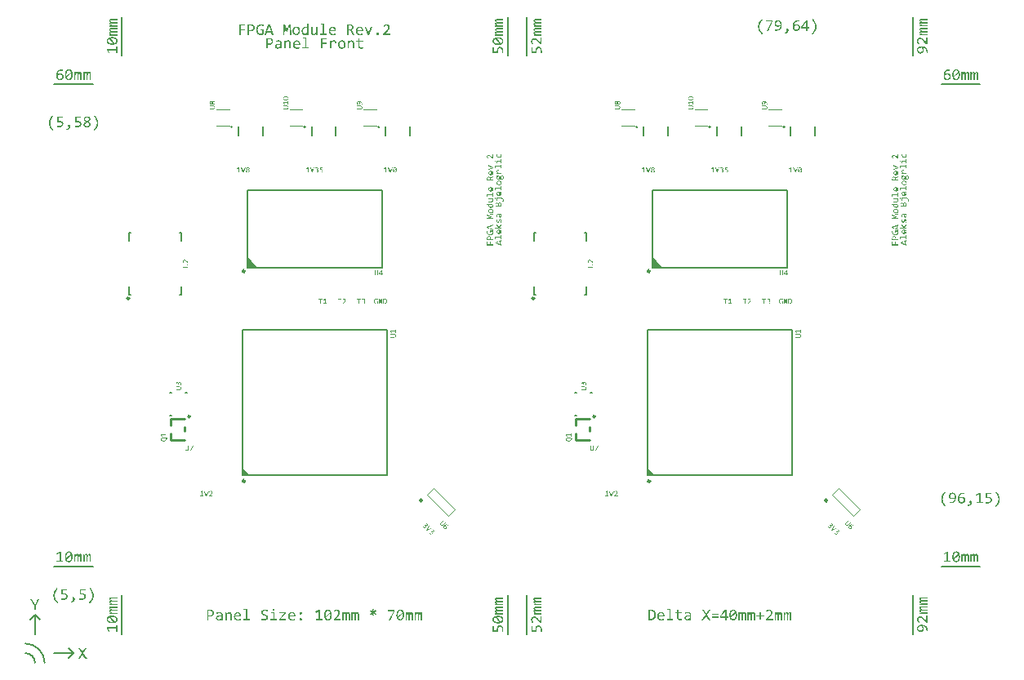
<source format=gbr>
G04*
G04 #@! TF.GenerationSoftware,Altium Limited,Altium Designer,22.4.2 (48)*
G04*
G04 Layer_Color=65535*
%FSAX24Y24*%
%MOIN*%
G70*
G04*
G04 #@! TF.SameCoordinates,47D04AF3-0F83-4A2C-8685-F63127AC0FBC*
G04*
G04*
G04 #@! TF.FilePolarity,Positive*
G04*
G01*
G75*
%ADD12C,0.0039*%
%ADD41C,0.0100*%
%ADD56C,0.0079*%
%ADD58C,0.0061*%
%ADD59C,0.0098*%
G36*
X009640Y026073D02*
X009648Y026073D01*
X009658Y026072D01*
X009677Y026069D01*
X009678D01*
X009682Y026067D01*
X009687Y026066D01*
X009694Y026065D01*
X009701Y026063D01*
X009709Y026060D01*
X009718Y026057D01*
X009727Y026053D01*
Y025995D01*
X009726Y025995D01*
X009723Y025997D01*
X009719Y025999D01*
X009712Y026002D01*
X009705Y026005D01*
X009696Y026009D01*
X009687Y026012D01*
X009678Y026015D01*
X009677Y026015D01*
X009673Y026016D01*
X009669Y026017D01*
X009661Y026018D01*
X009653Y026019D01*
X009644Y026021D01*
X009634Y026021D01*
X009623Y026022D01*
X009618D01*
X009614Y026021D01*
X009611D01*
X009603Y026020D01*
X009594Y026018D01*
X009583Y026016D01*
X009573Y026013D01*
X009563Y026009D01*
X009562D01*
X009561Y026009D01*
X009558Y026007D01*
X009553Y026004D01*
X009547Y026000D01*
X009540Y025995D01*
X009533Y025989D01*
X009525Y025983D01*
X009518Y025975D01*
X009517Y025974D01*
X009515Y025971D01*
X009512Y025966D01*
X009507Y025960D01*
X009503Y025952D01*
X009499Y025943D01*
X009494Y025933D01*
X009490Y025922D01*
Y025921D01*
X009489Y025920D01*
X009489Y025918D01*
X009488Y025916D01*
X009488Y025914D01*
X009487Y025910D01*
X009486Y025902D01*
X009483Y025891D01*
X009482Y025879D01*
X009481Y025867D01*
X009481Y025852D01*
Y025852D01*
Y025851D01*
Y025849D01*
Y025846D01*
Y025843D01*
X009481Y025838D01*
X009482Y025829D01*
X009482Y025818D01*
X009484Y025806D01*
X009486Y025794D01*
X009488Y025782D01*
Y025781D01*
X009489Y025781D01*
X009489Y025779D01*
X009490Y025777D01*
X009492Y025771D01*
X009494Y025764D01*
X009498Y025755D01*
X009502Y025746D01*
X009507Y025738D01*
X009512Y025729D01*
X009513Y025728D01*
X009516Y025726D01*
X009519Y025722D01*
X009524Y025717D01*
X009530Y025711D01*
X009537Y025706D01*
X009546Y025701D01*
X009556Y025696D01*
X009556D01*
X009557Y025696D01*
X009558Y025695D01*
X009560Y025695D01*
X009566Y025692D01*
X009573Y025691D01*
X009582Y025689D01*
X009593Y025686D01*
X009605Y025685D01*
X009618Y025685D01*
X009626D01*
X009631Y025685D01*
X009632D01*
X009636Y025686D01*
X009640Y025686D01*
X009646Y025687D01*
X009647D01*
X009650Y025687D01*
X009654Y025689D01*
X009659Y025690D01*
X009660D01*
X009660Y025690D01*
X009664Y025691D01*
X009667Y025692D01*
X009672Y025693D01*
Y025831D01*
X009584D01*
Y025879D01*
X009730D01*
Y025659D01*
X009729D01*
X009727Y025658D01*
X009725Y025657D01*
X009721Y025655D01*
X009717Y025654D01*
X009712Y025652D01*
X009701Y025648D01*
X009700D01*
X009698Y025648D01*
X009695Y025647D01*
X009691Y025645D01*
X009687Y025644D01*
X009682Y025643D01*
X009670Y025640D01*
X009670D01*
X009667Y025639D01*
X009665Y025639D01*
X009661Y025638D01*
X009656Y025638D01*
X009651Y025637D01*
X009640Y025636D01*
X009639D01*
X009637Y025635D01*
X009634D01*
X009630Y025635D01*
X009625Y025634D01*
X009620D01*
X009610Y025633D01*
X009602D01*
X009598Y025634D01*
X009594D01*
X009589Y025635D01*
X009583Y025635D01*
X009571Y025637D01*
X009558Y025639D01*
X009544Y025643D01*
X009530Y025647D01*
X009530D01*
X009529Y025648D01*
X009527Y025649D01*
X009524Y025650D01*
X009522Y025651D01*
X009518Y025653D01*
X009510Y025657D01*
X009500Y025663D01*
X009491Y025670D01*
X009480Y025678D01*
X009470Y025687D01*
Y025688D01*
X009469Y025689D01*
X009468Y025690D01*
X009467Y025692D01*
X009464Y025695D01*
X009462Y025698D01*
X009457Y025706D01*
X009450Y025716D01*
X009444Y025727D01*
X009438Y025740D01*
X009433Y025755D01*
Y025756D01*
X009432Y025757D01*
X009432Y025759D01*
X009430Y025762D01*
X009429Y025766D01*
X009428Y025771D01*
X009427Y025776D01*
X009426Y025782D01*
X009425Y025788D01*
X009424Y025796D01*
X009422Y025811D01*
X009420Y025829D01*
X009420Y025849D01*
Y025849D01*
Y025851D01*
Y025853D01*
Y025857D01*
X009420Y025862D01*
Y025868D01*
X009421Y025874D01*
X009421Y025880D01*
X009423Y025895D01*
X009426Y025911D01*
X009429Y025927D01*
X009434Y025943D01*
Y025944D01*
X009435Y025945D01*
X009436Y025947D01*
X009437Y025950D01*
X009439Y025954D01*
X009440Y025958D01*
X009445Y025968D01*
X009451Y025979D01*
X009458Y025991D01*
X009466Y026003D01*
X009475Y026014D01*
X009476Y026015D01*
X009476Y026015D01*
X009478Y026017D01*
X009480Y026019D01*
X009486Y026024D01*
X009493Y026031D01*
X009503Y026038D01*
X009513Y026045D01*
X009526Y026052D01*
X009540Y026059D01*
X009540D01*
X009541Y026059D01*
X009543Y026060D01*
X009546Y026061D01*
X009550Y026063D01*
X009554Y026064D01*
X009559Y026065D01*
X009564Y026066D01*
X009576Y026069D01*
X009590Y026072D01*
X009606Y026073D01*
X009623Y026074D01*
X009633D01*
X009640Y026073D01*
D02*
G37*
G36*
X036831Y026243D02*
X036595D01*
X036595D01*
X036592D01*
X036590D01*
X036586D01*
X036578Y026242D01*
X036570Y026242D01*
X036569D01*
X036568D01*
X036567Y026241D01*
X036564Y026241D01*
X036560Y026240D01*
X036555Y026238D01*
X036554D01*
X036554Y026238D01*
X036551Y026236D01*
X036549Y026235D01*
X036546Y026232D01*
X036546Y026232D01*
X036545Y026230D01*
X036544Y026227D01*
X036544Y026224D01*
Y026223D01*
X036544Y026220D01*
X036545Y026216D01*
X036548Y026212D01*
X036549Y026211D01*
X036551Y026209D01*
X036555Y026205D01*
X036561Y026201D01*
X036561D01*
X036562Y026200D01*
X036564Y026199D01*
X036567Y026197D01*
X036570Y026195D01*
X036574Y026193D01*
X036579Y026191D01*
X036584Y026188D01*
X036585Y026187D01*
X036587Y026187D01*
X036590Y026185D01*
X036594Y026183D01*
X036599Y026181D01*
X036605Y026177D01*
X036613Y026175D01*
X036620Y026171D01*
X036831D01*
Y026114D01*
X036602D01*
X036601D01*
X036598D01*
X036595D01*
X036591D01*
X036582Y026113D01*
X036577D01*
X036573Y026113D01*
X036572D01*
X036571D01*
X036569Y026112D01*
X036566Y026111D01*
X036561Y026110D01*
X036555Y026109D01*
X036555D01*
X036554Y026108D01*
X036551Y026107D01*
X036549Y026105D01*
X036546Y026103D01*
X036546Y026102D01*
X036545Y026101D01*
X036544Y026098D01*
X036544Y026094D01*
Y026093D01*
X036544Y026091D01*
X036545Y026087D01*
X036548Y026084D01*
X036548Y026082D01*
X036550Y026080D01*
X036554Y026077D01*
X036560Y026073D01*
X036560D01*
X036561Y026072D01*
X036563Y026070D01*
X036566Y026069D01*
X036569Y026067D01*
X036573Y026064D01*
X036577Y026062D01*
X036583Y026059D01*
X036583Y026058D01*
X036585Y026058D01*
X036589Y026056D01*
X036593Y026054D01*
X036598Y026052D01*
X036604Y026049D01*
X036612Y026046D01*
X036620Y026042D01*
X036831D01*
Y025985D01*
X036502D01*
Y026032D01*
X036565Y026035D01*
X036564Y026036D01*
X036562Y026037D01*
X036558Y026038D01*
X036554Y026040D01*
X036549Y026043D01*
X036544Y026045D01*
X036533Y026051D01*
X036533Y026052D01*
X036531Y026053D01*
X036529Y026055D01*
X036526Y026056D01*
X036519Y026062D01*
X036512Y026068D01*
X036512Y026068D01*
X036511Y026069D01*
X036509Y026071D01*
X036508Y026073D01*
X036503Y026079D01*
X036500Y026086D01*
Y026087D01*
X036500Y026088D01*
X036499Y026090D01*
X036498Y026093D01*
X036497Y026099D01*
X036496Y026108D01*
Y026112D01*
X036497Y026117D01*
X036498Y026123D01*
X036501Y026129D01*
X036503Y026136D01*
X036508Y026143D01*
X036514Y026148D01*
X036514Y026149D01*
X036517Y026150D01*
X036521Y026152D01*
X036527Y026155D01*
X036534Y026158D01*
X036544Y026160D01*
X036555Y026162D01*
X036568Y026162D01*
X036567Y026163D01*
X036565Y026163D01*
X036562Y026165D01*
X036557Y026167D01*
X036553Y026169D01*
X036548Y026172D01*
X036538Y026177D01*
X036537Y026178D01*
X036536Y026179D01*
X036533Y026180D01*
X036530Y026182D01*
X036522Y026188D01*
X036515Y026194D01*
X036515Y026194D01*
X036514Y026196D01*
X036512Y026197D01*
X036510Y026199D01*
X036506Y026206D01*
X036501Y026213D01*
Y026214D01*
X036501Y026215D01*
X036500Y026217D01*
X036498Y026220D01*
X036498Y026224D01*
X036497Y026228D01*
X036496Y026238D01*
Y026240D01*
X036497Y026244D01*
X036498Y026247D01*
X036499Y026252D01*
X036501Y026257D01*
X036504Y026263D01*
X036508Y026269D01*
X036513Y026275D01*
X036520Y026281D01*
X036527Y026286D01*
X036537Y026291D01*
X036548Y026294D01*
X036560Y026298D01*
X036575Y026300D01*
X036583Y026300D01*
X036592D01*
X036831D01*
Y026243D01*
D02*
G37*
G36*
X003758Y026238D02*
X003521D01*
X003521D01*
X003518D01*
X003516D01*
X003512D01*
X003504Y026237D01*
X003496Y026236D01*
X003496D01*
X003494D01*
X003493Y026236D01*
X003491Y026235D01*
X003486Y026234D01*
X003481Y026233D01*
X003480D01*
X003480Y026232D01*
X003478Y026231D01*
X003475Y026229D01*
X003473Y026227D01*
X003472Y026226D01*
X003471Y026224D01*
X003470Y026222D01*
X003470Y026218D01*
Y026217D01*
X003470Y026215D01*
X003472Y026211D01*
X003474Y026206D01*
X003475Y026205D01*
X003477Y026203D01*
X003481Y026200D01*
X003487Y026196D01*
X003487D01*
X003488Y026194D01*
X003490Y026193D01*
X003493Y026192D01*
X003496Y026190D01*
X003500Y026187D01*
X003505Y026185D01*
X003510Y026182D01*
X003511Y026182D01*
X003513Y026181D01*
X003516Y026180D01*
X003520Y026177D01*
X003526Y026175D01*
X003532Y026172D01*
X003539Y026169D01*
X003546Y026165D01*
X003758D01*
Y026108D01*
X003528D01*
X003527D01*
X003524D01*
X003521D01*
X003517D01*
X003508Y026108D01*
X003503D01*
X003499Y026107D01*
X003498D01*
X003497D01*
X003495Y026107D01*
X003492Y026106D01*
X003487Y026105D01*
X003481Y026103D01*
X003481D01*
X003480Y026103D01*
X003478Y026102D01*
X003475Y026100D01*
X003473Y026097D01*
X003472Y026097D01*
X003471Y026095D01*
X003470Y026092D01*
X003470Y026089D01*
Y026087D01*
X003470Y026085D01*
X003472Y026082D01*
X003474Y026078D01*
X003474Y026077D01*
X003476Y026075D01*
X003480Y026072D01*
X003486Y026067D01*
X003486D01*
X003487Y026066D01*
X003489Y026065D01*
X003492Y026063D01*
X003495Y026061D01*
X003499Y026059D01*
X003503Y026056D01*
X003509Y026054D01*
X003509Y026053D01*
X003511Y026052D01*
X003515Y026051D01*
X003519Y026049D01*
X003524Y026046D01*
X003530Y026043D01*
X003538Y026040D01*
X003546Y026037D01*
X003758D01*
Y025979D01*
X003428D01*
Y026027D01*
X003491Y026030D01*
X003490Y026030D01*
X003488Y026031D01*
X003485Y026033D01*
X003480Y026035D01*
X003475Y026037D01*
X003470Y026040D01*
X003460Y026046D01*
X003459Y026046D01*
X003457Y026048D01*
X003455Y026049D01*
X003452Y026051D01*
X003445Y026056D01*
X003438Y026062D01*
X003438Y026063D01*
X003437Y026064D01*
X003435Y026066D01*
X003434Y026068D01*
X003429Y026074D01*
X003426Y026081D01*
Y026081D01*
X003426Y026082D01*
X003425Y026085D01*
X003424Y026087D01*
X003423Y026094D01*
X003422Y026102D01*
Y026107D01*
X003423Y026111D01*
X003425Y026117D01*
X003427Y026124D01*
X003429Y026131D01*
X003434Y026137D01*
X003440Y026143D01*
X003440Y026143D01*
X003443Y026145D01*
X003447Y026147D01*
X003453Y026150D01*
X003461Y026152D01*
X003470Y026155D01*
X003481Y026156D01*
X003494Y026157D01*
X003493Y026157D01*
X003491Y026158D01*
X003488Y026159D01*
X003484Y026162D01*
X003479Y026164D01*
X003474Y026167D01*
X003464Y026172D01*
X003463Y026173D01*
X003462Y026173D01*
X003459Y026175D01*
X003456Y026177D01*
X003449Y026182D01*
X003441Y026188D01*
X003441Y026189D01*
X003440Y026190D01*
X003438Y026192D01*
X003436Y026194D01*
X003432Y026200D01*
X003427Y026208D01*
Y026208D01*
X003427Y026210D01*
X003426Y026212D01*
X003425Y026215D01*
X003424Y026218D01*
X003423Y026222D01*
X003422Y026232D01*
Y026235D01*
X003423Y026238D01*
X003424Y026242D01*
X003425Y026247D01*
X003427Y026252D01*
X003431Y026258D01*
X003434Y026264D01*
X003439Y026269D01*
X003446Y026275D01*
X003453Y026280D01*
X003463Y026285D01*
X003474Y026289D01*
X003486Y026292D01*
X003501Y026294D01*
X003509Y026295D01*
X003518D01*
X003758D01*
Y026238D01*
D02*
G37*
G36*
X021080Y026230D02*
X020844D01*
X020843D01*
X020841D01*
X020839D01*
X020835D01*
X020827Y026230D01*
X020819Y026229D01*
X020818D01*
X020817D01*
X020816Y026229D01*
X020813Y026228D01*
X020809Y026227D01*
X020804Y026225D01*
X020803D01*
X020803Y026225D01*
X020800Y026224D01*
X020798Y026222D01*
X020795Y026219D01*
X020795Y026219D01*
X020794Y026217D01*
X020793Y026214D01*
X020793Y026211D01*
Y026210D01*
X020793Y026207D01*
X020794Y026203D01*
X020797Y026199D01*
X020798Y026198D01*
X020800Y026196D01*
X020804Y026193D01*
X020810Y026188D01*
X020810D01*
X020811Y026187D01*
X020813Y026186D01*
X020816Y026184D01*
X020819Y026182D01*
X020823Y026180D01*
X020828Y026178D01*
X020833Y026175D01*
X020834Y026174D01*
X020836Y026174D01*
X020839Y026172D01*
X020843Y026170D01*
X020848Y026168D01*
X020854Y026165D01*
X020861Y026162D01*
X020869Y026158D01*
X021080D01*
Y026101D01*
X020851D01*
X020850D01*
X020847D01*
X020844D01*
X020840D01*
X020831Y026100D01*
X020826D01*
X020822Y026100D01*
X020821D01*
X020820D01*
X020818Y026099D01*
X020815Y026099D01*
X020810Y026098D01*
X020804Y026096D01*
X020804D01*
X020803Y026095D01*
X020800Y026094D01*
X020798Y026093D01*
X020795Y026090D01*
X020795Y026089D01*
X020794Y026088D01*
X020793Y026085D01*
X020793Y026081D01*
Y026080D01*
X020793Y026078D01*
X020794Y026075D01*
X020797Y026071D01*
X020797Y026070D01*
X020799Y026067D01*
X020803Y026064D01*
X020809Y026060D01*
X020809D01*
X020810Y026059D01*
X020812Y026058D01*
X020815Y026056D01*
X020818Y026054D01*
X020822Y026052D01*
X020826Y026049D01*
X020831Y026046D01*
X020832Y026046D01*
X020834Y026045D01*
X020837Y026043D01*
X020842Y026041D01*
X020847Y026039D01*
X020853Y026036D01*
X020861Y026033D01*
X020869Y026029D01*
X021080D01*
Y025972D01*
X020751D01*
Y026019D01*
X020814Y026022D01*
X020813Y026023D01*
X020811Y026024D01*
X020807Y026025D01*
X020803Y026028D01*
X020798Y026030D01*
X020793Y026033D01*
X020782Y026039D01*
X020782Y026039D01*
X020780Y026040D01*
X020778Y026042D01*
X020775Y026043D01*
X020768Y026049D01*
X020761Y026055D01*
X020760Y026055D01*
X020760Y026057D01*
X020758Y026058D01*
X020757Y026060D01*
X020752Y026066D01*
X020749Y026073D01*
Y026074D01*
X020748Y026075D01*
X020748Y026077D01*
X020747Y026080D01*
X020746Y026087D01*
X020745Y026095D01*
Y026099D01*
X020746Y026104D01*
X020747Y026110D01*
X020750Y026117D01*
X020752Y026123D01*
X020757Y026130D01*
X020763Y026135D01*
X020763Y026136D01*
X020766Y026137D01*
X020770Y026140D01*
X020776Y026142D01*
X020783Y026145D01*
X020793Y026147D01*
X020804Y026149D01*
X020817Y026149D01*
X020816Y026150D01*
X020814Y026150D01*
X020811Y026152D01*
X020806Y026154D01*
X020802Y026156D01*
X020797Y026159D01*
X020787Y026165D01*
X020786Y026165D01*
X020785Y026166D01*
X020782Y026167D01*
X020779Y026170D01*
X020771Y026175D01*
X020764Y026181D01*
X020764Y026182D01*
X020763Y026183D01*
X020761Y026184D01*
X020759Y026187D01*
X020754Y026193D01*
X020750Y026200D01*
Y026201D01*
X020750Y026202D01*
X020748Y026205D01*
X020747Y026207D01*
X020747Y026211D01*
X020746Y026215D01*
X020745Y026225D01*
Y026227D01*
X020746Y026231D01*
X020747Y026235D01*
X020748Y026239D01*
X020750Y026244D01*
X020753Y026250D01*
X020757Y026256D01*
X020762Y026262D01*
X020769Y026268D01*
X020776Y026273D01*
X020786Y026278D01*
X020797Y026282D01*
X020809Y026285D01*
X020824Y026287D01*
X020832Y026288D01*
X020841D01*
X021080D01*
Y026230D01*
D02*
G37*
G36*
X019506D02*
X019269D01*
X019269D01*
X019266D01*
X019264D01*
X019260D01*
X019252Y026230D01*
X019244Y026229D01*
X019244D01*
X019242D01*
X019241Y026229D01*
X019239Y026228D01*
X019234Y026227D01*
X019229Y026225D01*
X019228D01*
X019228Y026225D01*
X019226Y026224D01*
X019223Y026222D01*
X019221Y026219D01*
X019220Y026219D01*
X019219Y026217D01*
X019218Y026214D01*
X019218Y026211D01*
Y026210D01*
X019218Y026207D01*
X019220Y026203D01*
X019222Y026199D01*
X019223Y026198D01*
X019225Y026196D01*
X019229Y026193D01*
X019235Y026188D01*
X019235D01*
X019236Y026187D01*
X019238Y026186D01*
X019241Y026184D01*
X019244Y026182D01*
X019248Y026180D01*
X019253Y026178D01*
X019258Y026175D01*
X019259Y026174D01*
X019261Y026174D01*
X019264Y026172D01*
X019268Y026170D01*
X019274Y026168D01*
X019280Y026165D01*
X019287Y026162D01*
X019294Y026158D01*
X019506D01*
Y026101D01*
X019276D01*
X019275D01*
X019273D01*
X019269D01*
X019265D01*
X019256Y026100D01*
X019251D01*
X019247Y026100D01*
X019246D01*
X019245D01*
X019243Y026099D01*
X019240Y026099D01*
X019235Y026098D01*
X019229Y026096D01*
X019229D01*
X019228Y026095D01*
X019226Y026094D01*
X019223Y026093D01*
X019221Y026090D01*
X019220Y026089D01*
X019219Y026088D01*
X019218Y026085D01*
X019218Y026081D01*
Y026080D01*
X019218Y026078D01*
X019220Y026075D01*
X019222Y026071D01*
X019222Y026070D01*
X019224Y026067D01*
X019228Y026064D01*
X019234Y026060D01*
X019234D01*
X019235Y026059D01*
X019237Y026058D01*
X019240Y026056D01*
X019243Y026054D01*
X019247Y026052D01*
X019251Y026049D01*
X019257Y026046D01*
X019257Y026046D01*
X019259Y026045D01*
X019263Y026043D01*
X019267Y026041D01*
X019273Y026039D01*
X019279Y026036D01*
X019286Y026033D01*
X019294Y026029D01*
X019506D01*
Y025972D01*
X019176D01*
Y026019D01*
X019239Y026022D01*
X019238Y026023D01*
X019236Y026024D01*
X019233Y026025D01*
X019228Y026028D01*
X019223Y026030D01*
X019218Y026033D01*
X019208Y026039D01*
X019207Y026039D01*
X019205Y026040D01*
X019203Y026042D01*
X019200Y026043D01*
X019193Y026049D01*
X019186Y026055D01*
X019186Y026055D01*
X019185Y026057D01*
X019183Y026058D01*
X019182Y026060D01*
X019177Y026066D01*
X019174Y026073D01*
Y026074D01*
X019174Y026075D01*
X019173Y026077D01*
X019172Y026080D01*
X019171Y026087D01*
X019170Y026095D01*
Y026099D01*
X019171Y026104D01*
X019173Y026110D01*
X019175Y026117D01*
X019177Y026123D01*
X019182Y026130D01*
X019188Y026135D01*
X019188Y026136D01*
X019191Y026137D01*
X019196Y026140D01*
X019201Y026142D01*
X019209Y026145D01*
X019218Y026147D01*
X019229Y026149D01*
X019242Y026149D01*
X019241Y026150D01*
X019239Y026150D01*
X019236Y026152D01*
X019232Y026154D01*
X019227Y026156D01*
X019222Y026159D01*
X019212Y026165D01*
X019211Y026165D01*
X019210Y026166D01*
X019207Y026167D01*
X019204Y026170D01*
X019197Y026175D01*
X019190Y026181D01*
X019189Y026182D01*
X019188Y026183D01*
X019186Y026184D01*
X019184Y026187D01*
X019180Y026193D01*
X019175Y026200D01*
Y026201D01*
X019175Y026202D01*
X019174Y026205D01*
X019173Y026207D01*
X019172Y026211D01*
X019171Y026215D01*
X019170Y026225D01*
Y026227D01*
X019171Y026231D01*
X019172Y026235D01*
X019173Y026239D01*
X019175Y026244D01*
X019179Y026250D01*
X019182Y026256D01*
X019187Y026262D01*
X019194Y026268D01*
X019202Y026273D01*
X019211Y026278D01*
X019222Y026282D01*
X019234Y026285D01*
X019249Y026287D01*
X019257Y026288D01*
X019266D01*
X019506D01*
Y026230D01*
D02*
G37*
G36*
X011558Y025639D02*
X011507D01*
X011505Y025701D01*
Y025701D01*
X011504Y025699D01*
X011503Y025698D01*
X011500Y025696D01*
X011495Y025689D01*
X011489Y025682D01*
X011482Y025673D01*
X011473Y025665D01*
X011463Y025657D01*
X011453Y025650D01*
X011452D01*
X011452Y025649D01*
X011450Y025648D01*
X011448Y025647D01*
X011442Y025645D01*
X011435Y025642D01*
X011426Y025639D01*
X011416Y025636D01*
X011405Y025634D01*
X011393Y025633D01*
X011388D01*
X011382Y025634D01*
X011376Y025635D01*
X011368Y025636D01*
X011359Y025638D01*
X011351Y025641D01*
X011343Y025645D01*
X011341Y025645D01*
X011339Y025647D01*
X011335Y025650D01*
X011330Y025654D01*
X011325Y025659D01*
X011319Y025664D01*
X011313Y025671D01*
X011307Y025678D01*
X011307Y025679D01*
X011305Y025682D01*
X011302Y025686D01*
X011299Y025692D01*
X011296Y025700D01*
X011292Y025709D01*
X011288Y025719D01*
X011286Y025730D01*
Y025730D01*
X011285Y025731D01*
Y025733D01*
X011285Y025735D01*
X011284Y025738D01*
X011284Y025741D01*
X011283Y025749D01*
X011281Y025760D01*
X011280Y025771D01*
X011279Y025784D01*
X011279Y025797D01*
Y025797D01*
Y025798D01*
Y025801D01*
Y025804D01*
X011279Y025808D01*
Y025812D01*
X011280Y025822D01*
X011281Y025833D01*
X011284Y025846D01*
X011286Y025859D01*
X011290Y025871D01*
Y025872D01*
X011291Y025873D01*
X011291Y025875D01*
X011292Y025877D01*
X011295Y025883D01*
X011298Y025891D01*
X011303Y025899D01*
X011309Y025909D01*
X011315Y025918D01*
X011322Y025927D01*
X011323Y025928D01*
X011326Y025930D01*
X011331Y025934D01*
X011337Y025939D01*
X011344Y025945D01*
X011353Y025950D01*
X011363Y025956D01*
X011373Y025960D01*
X011374D01*
X011375Y025961D01*
X011376Y025962D01*
X011379Y025962D01*
X011381Y025963D01*
X011385Y025964D01*
X011393Y025966D01*
X011403Y025969D01*
X011414Y025971D01*
X011427Y025972D01*
X011440Y025972D01*
X011450D01*
X011454Y025972D01*
X011459Y025971D01*
X011470Y025970D01*
X011471D01*
X011473Y025970D01*
X011476Y025969D01*
X011480Y025969D01*
X011485Y025968D01*
X011489Y025966D01*
X011501Y025964D01*
Y026103D01*
X011558D01*
Y025639D01*
D02*
G37*
G36*
X010858D02*
X010801D01*
X010793Y025907D01*
X010789Y026009D01*
X010769Y025950D01*
X010705Y025779D01*
X010665D01*
X010605Y025943D01*
X010585Y026009D01*
X010584Y025903D01*
X010576Y025639D01*
X010521D01*
X010542Y026068D01*
X010611D01*
X010669Y025906D01*
X010687Y025852D01*
X010705Y025906D01*
X010767Y026068D01*
X010838D01*
X010858Y025639D01*
D02*
G37*
G36*
X031935Y025954D02*
X032008D01*
Y025904D01*
X031935D01*
Y025809D01*
X031876D01*
Y025904D01*
X031670D01*
Y025954D01*
X031852Y026238D01*
X031935D01*
Y025954D01*
D02*
G37*
G36*
X030740Y026243D02*
X030748Y026243D01*
X030757Y026241D01*
X030767Y026239D01*
X030777Y026237D01*
X030788Y026233D01*
X030788D01*
X030789Y026232D01*
X030792Y026230D01*
X030797Y026228D01*
X030804Y026224D01*
X030811Y026220D01*
X030819Y026214D01*
X030827Y026207D01*
X030835Y026199D01*
X030836Y026198D01*
X030838Y026194D01*
X030841Y026190D01*
X030846Y026182D01*
X030851Y026174D01*
X030856Y026163D01*
X030861Y026151D01*
X030865Y026138D01*
Y026137D01*
X030866Y026136D01*
X030866Y026134D01*
X030867Y026131D01*
X030868Y026127D01*
X030869Y026123D01*
X030870Y026118D01*
X030871Y026113D01*
X030872Y026106D01*
X030873Y026099D01*
X030874Y026092D01*
X030875Y026084D01*
X030876Y026066D01*
X030877Y026047D01*
Y026047D01*
Y026044D01*
Y026041D01*
Y026037D01*
X030876Y026031D01*
Y026025D01*
X030875Y026018D01*
X030875Y026010D01*
X030873Y025994D01*
X030870Y025976D01*
X030866Y025957D01*
X030861Y025939D01*
Y025939D01*
X030861Y025937D01*
X030860Y025935D01*
X030859Y025932D01*
X030857Y025928D01*
X030855Y025924D01*
X030850Y025913D01*
X030844Y025901D01*
X030836Y025889D01*
X030827Y025877D01*
X030817Y025865D01*
X030816Y025865D01*
X030815Y025864D01*
X030814Y025862D01*
X030811Y025860D01*
X030808Y025858D01*
X030805Y025855D01*
X030801Y025852D01*
X030796Y025849D01*
X030786Y025842D01*
X030773Y025835D01*
X030759Y025829D01*
X030743Y025823D01*
X030743D01*
X030741Y025822D01*
X030739Y025822D01*
X030736Y025820D01*
X030731Y025819D01*
X030726Y025818D01*
X030721Y025817D01*
X030714Y025816D01*
X030707Y025814D01*
X030700Y025813D01*
X030691Y025812D01*
X030683Y025811D01*
X030664Y025810D01*
X030643Y025809D01*
X030607D01*
Y025859D01*
X030658D01*
X030662Y025859D01*
X030672Y025860D01*
X030683Y025861D01*
X030695Y025862D01*
X030708Y025864D01*
X030720Y025867D01*
X030720D01*
X030722Y025867D01*
X030723Y025868D01*
X030725Y025868D01*
X030731Y025871D01*
X030738Y025873D01*
X030746Y025877D01*
X030755Y025881D01*
X030763Y025886D01*
X030771Y025892D01*
X030772Y025893D01*
X030774Y025895D01*
X030778Y025899D01*
X030783Y025903D01*
X030788Y025909D01*
X030793Y025916D01*
X030798Y025924D01*
X030802Y025932D01*
Y025933D01*
X030803Y025933D01*
X030804Y025937D01*
X030806Y025942D01*
X030808Y025948D01*
X030811Y025956D01*
X030813Y025966D01*
X030815Y025976D01*
X030816Y025987D01*
X030818Y026001D01*
X030817Y026000D01*
X030814Y025998D01*
X030809Y025996D01*
X030804Y025994D01*
X030797Y025990D01*
X030789Y025987D01*
X030779Y025984D01*
X030770Y025981D01*
X030769D01*
X030768Y025980D01*
X030767D01*
X030765Y025980D01*
X030760Y025979D01*
X030752Y025978D01*
X030744Y025976D01*
X030734Y025975D01*
X030723Y025974D01*
X030712Y025974D01*
X030706D01*
X030700Y025974D01*
X030692Y025975D01*
X030683Y025976D01*
X030673Y025978D01*
X030664Y025980D01*
X030654Y025983D01*
X030653Y025984D01*
X030651Y025985D01*
X030646Y025987D01*
X030640Y025990D01*
X030634Y025994D01*
X030627Y025998D01*
X030620Y026003D01*
X030613Y026009D01*
X030613Y026010D01*
X030611Y026013D01*
X030608Y026016D01*
X030605Y026021D01*
X030601Y026027D01*
X030596Y026034D01*
X030593Y026042D01*
X030589Y026050D01*
Y026051D01*
X030589Y026051D01*
X030588Y026055D01*
X030587Y026059D01*
X030586Y026066D01*
X030584Y026073D01*
X030582Y026081D01*
X030582Y026091D01*
X030581Y026101D01*
Y026102D01*
Y026102D01*
Y026104D01*
Y026106D01*
X030582Y026112D01*
X030582Y026119D01*
X030584Y026128D01*
X030586Y026137D01*
X030588Y026147D01*
X030592Y026157D01*
Y026157D01*
X030592Y026158D01*
X030594Y026161D01*
X030596Y026166D01*
X030600Y026172D01*
X030604Y026179D01*
X030609Y026186D01*
X030615Y026194D01*
X030622Y026202D01*
X030623Y026203D01*
X030625Y026205D01*
X030630Y026208D01*
X030635Y026213D01*
X030642Y026218D01*
X030650Y026223D01*
X030659Y026228D01*
X030669Y026232D01*
X030669D01*
X030670Y026233D01*
X030671Y026233D01*
X030673Y026234D01*
X030679Y026236D01*
X030687Y026238D01*
X030695Y026240D01*
X030706Y026242D01*
X030717Y026243D01*
X030729Y026244D01*
X030734D01*
X030740Y026243D01*
D02*
G37*
G36*
X030507Y026185D02*
X030327Y025809D01*
X030262D01*
X030449Y026185D01*
X030218D01*
Y026238D01*
X030507D01*
Y026185D01*
D02*
G37*
G36*
X031589Y026188D02*
X031533D01*
X031529Y026187D01*
X031520Y026187D01*
X031509Y026186D01*
X031498Y026184D01*
X031487Y026182D01*
X031476Y026179D01*
X031476D01*
X031475Y026178D01*
X031472Y026177D01*
X031466Y026175D01*
X031460Y026172D01*
X031453Y026168D01*
X031444Y026164D01*
X031437Y026158D01*
X031429Y026152D01*
X031428Y026152D01*
X031426Y026150D01*
X031423Y026146D01*
X031418Y026141D01*
X031413Y026135D01*
X031408Y026128D01*
X031404Y026121D01*
X031400Y026112D01*
X031399Y026111D01*
X031398Y026108D01*
X031396Y026103D01*
X031394Y026097D01*
X031393Y026089D01*
X031390Y026080D01*
X031388Y026070D01*
X031387Y026059D01*
X031386Y026047D01*
X031387Y026047D01*
X031390Y026049D01*
X031394Y026051D01*
X031400Y026054D01*
X031406Y026056D01*
X031414Y026060D01*
X031423Y026063D01*
X031433Y026066D01*
X031434D01*
X031434Y026066D01*
X031436D01*
X031438Y026067D01*
X031443Y026068D01*
X031450Y026069D01*
X031459Y026071D01*
X031470Y026072D01*
X031480Y026073D01*
X031492Y026073D01*
X031497D01*
X031503Y026073D01*
X031512Y026072D01*
X031520Y026071D01*
X031530Y026069D01*
X031539Y026067D01*
X031549Y026063D01*
X031549D01*
X031550Y026063D01*
X031553Y026062D01*
X031557Y026060D01*
X031563Y026057D01*
X031569Y026053D01*
X031576Y026049D01*
X031583Y026043D01*
X031589Y026037D01*
X031590Y026037D01*
X031592Y026034D01*
X031595Y026031D01*
X031598Y026026D01*
X031602Y026020D01*
X031607Y026013D01*
X031610Y026005D01*
X031614Y025996D01*
X031614Y025995D01*
X031615Y025992D01*
X031616Y025988D01*
X031618Y025981D01*
X031620Y025973D01*
X031621Y025965D01*
X031622Y025955D01*
X031622Y025944D01*
Y025944D01*
Y025943D01*
Y025942D01*
Y025939D01*
X031622Y025933D01*
X031621Y025926D01*
X031620Y025918D01*
X031618Y025908D01*
X031615Y025899D01*
X031612Y025889D01*
Y025888D01*
X031611Y025888D01*
X031609Y025884D01*
X031607Y025879D01*
X031604Y025873D01*
X031600Y025866D01*
X031594Y025859D01*
X031588Y025852D01*
X031581Y025844D01*
X031580Y025843D01*
X031578Y025841D01*
X031573Y025837D01*
X031568Y025833D01*
X031561Y025828D01*
X031553Y025823D01*
X031543Y025818D01*
X031533Y025814D01*
X031533D01*
X031532Y025813D01*
X031531Y025813D01*
X031529Y025812D01*
X031523Y025811D01*
X031515Y025808D01*
X031507Y025806D01*
X031496Y025805D01*
X031485Y025804D01*
X031472Y025803D01*
X031466D01*
X031463Y025804D01*
X031460D01*
X031451Y025805D01*
X031441Y025806D01*
X031431Y025807D01*
X031420Y025810D01*
X031409Y025814D01*
X031409D01*
X031408Y025814D01*
X031405Y025816D01*
X031400Y025819D01*
X031394Y025823D01*
X031387Y025828D01*
X031379Y025834D01*
X031371Y025841D01*
X031364Y025849D01*
Y025849D01*
X031364Y025850D01*
X031361Y025853D01*
X031358Y025858D01*
X031354Y025865D01*
X031349Y025873D01*
X031345Y025884D01*
X031340Y025895D01*
X031336Y025908D01*
Y025908D01*
X031336Y025909D01*
X031335Y025912D01*
X031335Y025914D01*
X031334Y025918D01*
X031334Y025922D01*
X031332Y025926D01*
X031332Y025932D01*
X031331Y025938D01*
X031330Y025944D01*
X031329Y025959D01*
X031328Y025975D01*
X031327Y025992D01*
Y025993D01*
Y025994D01*
Y025996D01*
Y025998D01*
Y026001D01*
Y026004D01*
X031328Y026013D01*
X031328Y026022D01*
X031329Y026033D01*
X031330Y026044D01*
X031331Y026056D01*
Y026056D01*
Y026057D01*
X031331Y026059D01*
X031332Y026061D01*
X031333Y026067D01*
X031334Y026075D01*
X031336Y026084D01*
X031339Y026093D01*
X031345Y026114D01*
Y026115D01*
X031346Y026115D01*
X031347Y026119D01*
X031349Y026124D01*
X031352Y026131D01*
X031356Y026138D01*
X031360Y026147D01*
X031365Y026155D01*
X031371Y026164D01*
X031372Y026165D01*
X031374Y026168D01*
X031378Y026172D01*
X031383Y026178D01*
X031389Y026184D01*
X031395Y026190D01*
X031403Y026197D01*
X031412Y026203D01*
X031413D01*
X031413Y026203D01*
X031417Y026205D01*
X031421Y026208D01*
X031429Y026212D01*
X031437Y026216D01*
X031447Y026221D01*
X031458Y026224D01*
X031470Y026228D01*
X031470D01*
X031471Y026229D01*
X031473Y026229D01*
X031476Y026230D01*
X031479Y026230D01*
X031483Y026231D01*
X031487Y026232D01*
X031492Y026233D01*
X031503Y026235D01*
X031516Y026236D01*
X031531Y026237D01*
X031547Y026238D01*
X031589D01*
Y026188D01*
D02*
G37*
G36*
X014043Y025639D02*
X013978D01*
X013849Y025969D01*
X013914D01*
X013994Y025750D01*
X014011Y025697D01*
X014029Y025752D01*
X014109Y025969D01*
X014172D01*
X014043Y025639D01*
D02*
G37*
G36*
X031103Y025914D02*
X031110Y025912D01*
X031117Y025909D01*
X031118D01*
X031119Y025908D01*
X031121Y025907D01*
X031124Y025906D01*
X031130Y025901D01*
X031136Y025895D01*
X031136Y025894D01*
X031138Y025893D01*
X031139Y025891D01*
X031141Y025888D01*
X031142Y025884D01*
X031145Y025880D01*
X031147Y025876D01*
X031149Y025870D01*
Y025870D01*
X031150Y025867D01*
X031151Y025865D01*
X031152Y025860D01*
X031152Y025855D01*
X031153Y025849D01*
X031154Y025843D01*
Y025836D01*
Y025835D01*
Y025835D01*
Y025831D01*
X031153Y025826D01*
X031153Y025819D01*
X031151Y025811D01*
X031150Y025802D01*
X031147Y025793D01*
X031144Y025784D01*
X031143Y025783D01*
X031142Y025780D01*
X031139Y025775D01*
X031136Y025769D01*
X031132Y025762D01*
X031127Y025754D01*
X031121Y025747D01*
X031114Y025740D01*
X031112Y025739D01*
X031110Y025736D01*
X031106Y025733D01*
X031100Y025728D01*
X031093Y025723D01*
X031085Y025718D01*
X031075Y025713D01*
X031064Y025709D01*
X031064D01*
X031063Y025708D01*
X031062Y025707D01*
X031059Y025707D01*
X031056Y025706D01*
X031053Y025705D01*
X031045Y025703D01*
X031035Y025701D01*
X031023Y025699D01*
X031010Y025698D01*
X030996Y025697D01*
Y025742D01*
X031006D01*
X031011Y025742D01*
X031016Y025743D01*
X031028Y025745D01*
X031028D01*
X031031Y025746D01*
X031033Y025747D01*
X031037Y025748D01*
X031041Y025749D01*
X031046Y025751D01*
X031056Y025755D01*
X031056Y025756D01*
X031058Y025757D01*
X031060Y025758D01*
X031063Y025760D01*
X031069Y025766D01*
X031075Y025773D01*
X031075Y025774D01*
X031076Y025775D01*
X031077Y025777D01*
X031079Y025781D01*
X031080Y025784D01*
X031081Y025788D01*
X031081Y025792D01*
X031082Y025797D01*
Y025798D01*
Y025799D01*
Y025802D01*
X031081Y025805D01*
X031080Y025812D01*
X031077Y025819D01*
Y025819D01*
X031076Y025820D01*
X031075Y025822D01*
X031074Y025824D01*
X031071Y025829D01*
X031067Y025835D01*
Y025835D01*
X031066Y025836D01*
X031063Y025839D01*
X031060Y025844D01*
X031056Y025850D01*
Y025850D01*
X031055Y025852D01*
X031055Y025853D01*
X031053Y025856D01*
X031053Y025859D01*
X031052Y025862D01*
X031051Y025867D01*
Y025872D01*
Y025872D01*
Y025873D01*
X031052Y025876D01*
X031052Y025881D01*
X031053Y025886D01*
Y025887D01*
X031054Y025887D01*
X031056Y025890D01*
X031058Y025895D01*
X031062Y025900D01*
Y025900D01*
X031063Y025901D01*
X031066Y025903D01*
X031070Y025907D01*
X031075Y025910D01*
X031076D01*
X031077Y025911D01*
X031079Y025912D01*
X031081Y025912D01*
X031087Y025914D01*
X031096Y025914D01*
X031100D01*
X031103Y025914D01*
D02*
G37*
G36*
X011930Y025639D02*
X011878D01*
X011876Y025692D01*
X011875Y025692D01*
X011873Y025690D01*
X011871Y025686D01*
X011867Y025683D01*
X011862Y025678D01*
X011858Y025673D01*
X011848Y025664D01*
X011847Y025663D01*
X011845Y025662D01*
X011843Y025660D01*
X011839Y025657D01*
X011836Y025655D01*
X011831Y025651D01*
X011821Y025646D01*
X011821D01*
X011819Y025645D01*
X011816Y025644D01*
X011813Y025642D01*
X011809Y025641D01*
X011804Y025639D01*
X011795Y025637D01*
X011794D01*
X011792Y025636D01*
X011790Y025636D01*
X011786Y025635D01*
X011782Y025635D01*
X011777Y025634D01*
X011767Y025633D01*
X011762D01*
X011759Y025634D01*
X011754Y025635D01*
X011749Y025635D01*
X011738Y025637D01*
X011726Y025641D01*
X011713Y025646D01*
X011707Y025649D01*
X011701Y025653D01*
X011695Y025658D01*
X011690Y025663D01*
Y025663D01*
X011689Y025665D01*
X011688Y025666D01*
X011687Y025668D01*
X011684Y025672D01*
X011682Y025675D01*
X011680Y025680D01*
X011678Y025685D01*
X011675Y025691D01*
X011673Y025698D01*
X011671Y025705D01*
X011669Y025714D01*
X011667Y025722D01*
X011666Y025732D01*
X011665Y025742D01*
X011665Y025753D01*
Y025969D01*
X011722D01*
Y025757D01*
Y025756D01*
Y025754D01*
X011723Y025750D01*
X011723Y025745D01*
X011724Y025740D01*
X011725Y025733D01*
X011727Y025727D01*
X011729Y025720D01*
X011732Y025713D01*
X011736Y025706D01*
X011741Y025699D01*
X011746Y025694D01*
X011753Y025689D01*
X011760Y025685D01*
X011769Y025683D01*
X011779Y025682D01*
X011783D01*
X011785Y025683D01*
X011792Y025683D01*
X011799Y025685D01*
X011800D01*
X011801Y025685D01*
X011803Y025686D01*
X011806Y025687D01*
X011812Y025691D01*
X011820Y025696D01*
X011820Y025696D01*
X011822Y025697D01*
X011824Y025699D01*
X011827Y025701D01*
X011831Y025704D01*
X011834Y025708D01*
X011839Y025712D01*
X011844Y025716D01*
X011844Y025717D01*
X011846Y025719D01*
X011849Y025722D01*
X011852Y025726D01*
X011856Y025730D01*
X011861Y025736D01*
X011866Y025743D01*
X011872Y025750D01*
Y025969D01*
X011930D01*
Y025639D01*
D02*
G37*
G36*
X032146Y026297D02*
X032147Y026295D01*
X032149Y026293D01*
X032152Y026291D01*
X032155Y026287D01*
X032159Y026283D01*
X032164Y026278D01*
X032168Y026273D01*
X032174Y026266D01*
X032180Y026259D01*
X032186Y026252D01*
X032193Y026244D01*
X032200Y026235D01*
X032207Y026226D01*
X032221Y026205D01*
X032234Y026184D01*
X032248Y026160D01*
X032261Y026134D01*
X032273Y026107D01*
X032278Y026092D01*
X032282Y026078D01*
X032286Y026063D01*
X032290Y026048D01*
X032292Y026033D01*
X032295Y026017D01*
X032296Y026001D01*
X032296Y025985D01*
Y025985D01*
Y025984D01*
Y025982D01*
Y025979D01*
Y025976D01*
X032296Y025972D01*
X032295Y025963D01*
X032295Y025952D01*
X032293Y025939D01*
X032291Y025926D01*
X032289Y025912D01*
Y025911D01*
X032288Y025910D01*
Y025908D01*
X032287Y025905D01*
X032286Y025902D01*
X032285Y025897D01*
X032284Y025893D01*
X032283Y025888D01*
X032279Y025876D01*
X032275Y025863D01*
X032270Y025849D01*
X032264Y025834D01*
Y025834D01*
X032263Y025832D01*
X032262Y025830D01*
X032261Y025828D01*
X032259Y025824D01*
X032257Y025819D01*
X032254Y025814D01*
X032251Y025810D01*
X032245Y025798D01*
X032237Y025784D01*
X032227Y025769D01*
X032217Y025754D01*
X032216Y025753D01*
X032216Y025752D01*
X032214Y025750D01*
X032212Y025747D01*
X032209Y025743D01*
X032206Y025739D01*
X032202Y025734D01*
X032197Y025728D01*
X032186Y025716D01*
X032174Y025702D01*
X032159Y025687D01*
X032143Y025671D01*
X032111Y025705D01*
X032111Y025706D01*
X032113Y025708D01*
X032117Y025712D01*
X032121Y025716D01*
X032126Y025722D01*
X032132Y025729D01*
X032139Y025737D01*
X032146Y025746D01*
X032154Y025755D01*
X032161Y025765D01*
X032170Y025776D01*
X032177Y025788D01*
X032192Y025812D01*
X032200Y025824D01*
X032206Y025837D01*
X032206Y025837D01*
X032207Y025840D01*
X032208Y025844D01*
X032210Y025849D01*
X032213Y025855D01*
X032215Y025862D01*
X032219Y025871D01*
X032221Y025881D01*
X032224Y025891D01*
X032227Y025902D01*
X032230Y025914D01*
X032232Y025927D01*
X032234Y025939D01*
X032236Y025953D01*
X032237Y025967D01*
X032237Y025981D01*
Y025982D01*
Y025983D01*
Y025985D01*
Y025988D01*
X032237Y025992D01*
Y025996D01*
X032236Y026001D01*
X032235Y026007D01*
X032234Y026014D01*
X032233Y026021D01*
X032232Y026028D01*
X032231Y026037D01*
X032227Y026055D01*
X032221Y026075D01*
X032215Y026096D01*
X032206Y026118D01*
X032196Y026142D01*
X032190Y026154D01*
X032184Y026166D01*
X032177Y026178D01*
X032170Y026190D01*
X032161Y026202D01*
X032153Y026214D01*
X032143Y026226D01*
X032133Y026238D01*
X032122Y026250D01*
X032111Y026262D01*
X032145Y026297D01*
X032146Y026297D01*
D02*
G37*
G36*
X030094Y026263D02*
X030094Y026263D01*
X030093Y026262D01*
X030091Y026260D01*
X030089Y026258D01*
X030086Y026255D01*
X030083Y026251D01*
X030078Y026246D01*
X030075Y026241D01*
X030070Y026235D01*
X030065Y026229D01*
X030059Y026223D01*
X030054Y026215D01*
X030042Y026199D01*
X030031Y026181D01*
X030019Y026162D01*
X030007Y026140D01*
X029996Y026117D01*
X029987Y026093D01*
X029979Y026067D01*
X029975Y026054D01*
X029972Y026040D01*
X029970Y026027D01*
X029969Y026013D01*
X029968Y025999D01*
X029967Y025985D01*
Y025984D01*
Y025982D01*
Y025977D01*
X029968Y025972D01*
X029968Y025965D01*
X029969Y025957D01*
X029970Y025948D01*
X029971Y025938D01*
X029972Y025927D01*
X029975Y025916D01*
X029977Y025904D01*
X029981Y025891D01*
X029984Y025878D01*
X029988Y025865D01*
X029993Y025852D01*
X029999Y025839D01*
X029999Y025838D01*
X030000Y025836D01*
X030002Y025832D01*
X030005Y025827D01*
X030008Y025821D01*
X030012Y025814D01*
X030017Y025805D01*
X030023Y025796D01*
X030029Y025787D01*
X030036Y025776D01*
X030044Y025765D01*
X030053Y025754D01*
X030062Y025742D01*
X030072Y025730D01*
X030083Y025719D01*
X030094Y025707D01*
X030059Y025671D01*
X030059Y025672D01*
X030058Y025673D01*
X030055Y025675D01*
X030053Y025678D01*
X030049Y025681D01*
X030046Y025686D01*
X030041Y025691D01*
X030036Y025696D01*
X030030Y025702D01*
X030024Y025709D01*
X030018Y025717D01*
X030012Y025724D01*
X030005Y025733D01*
X029998Y025742D01*
X029984Y025763D01*
X029970Y025784D01*
X029956Y025808D01*
X029943Y025834D01*
X029932Y025861D01*
X029927Y025875D01*
X029923Y025889D01*
X029918Y025903D01*
X029915Y025919D01*
X029912Y025933D01*
X029910Y025949D01*
X029909Y025965D01*
X029909Y025980D01*
Y025981D01*
Y025982D01*
Y025984D01*
Y025988D01*
Y025991D01*
X029909Y025995D01*
Y026000D01*
X029910Y026006D01*
X029910Y026018D01*
X029912Y026031D01*
X029913Y026045D01*
X029916Y026060D01*
Y026060D01*
X029917Y026061D01*
X029917Y026063D01*
X029918Y026067D01*
X029918Y026070D01*
X029919Y026074D01*
X029921Y026079D01*
X029923Y026085D01*
X029926Y026097D01*
X029930Y026110D01*
X029936Y026124D01*
X029942Y026139D01*
Y026139D01*
X029943Y026140D01*
X029943Y026143D01*
X029945Y026146D01*
X029947Y026149D01*
X029949Y026154D01*
X029952Y026158D01*
X029954Y026164D01*
X029961Y026176D01*
X029970Y026189D01*
X029979Y026203D01*
X029989Y026218D01*
X029990Y026218D01*
X029991Y026220D01*
X029993Y026222D01*
X029995Y026225D01*
X029998Y026228D01*
X030001Y026233D01*
X030005Y026238D01*
X030010Y026243D01*
X030020Y026255D01*
X030032Y026268D01*
X030046Y026282D01*
X030061Y026297D01*
X030094Y026263D01*
D02*
G37*
G36*
X014755Y026073D02*
X014761Y026073D01*
X014769Y026072D01*
X014778Y026070D01*
X014787Y026068D01*
X014796Y026065D01*
X014797D01*
X014797Y026065D01*
X014800Y026064D01*
X014804Y026061D01*
X014810Y026059D01*
X014816Y026055D01*
X014823Y026051D01*
X014830Y026046D01*
X014836Y026040D01*
X014837Y026040D01*
X014839Y026037D01*
X014842Y026034D01*
X014846Y026029D01*
X014850Y026024D01*
X014854Y026017D01*
X014859Y026009D01*
X014863Y026001D01*
X014863Y026000D01*
X014864Y025997D01*
X014866Y025992D01*
X014868Y025986D01*
X014869Y025978D01*
X014871Y025969D01*
X014872Y025959D01*
X014872Y025949D01*
Y025948D01*
Y025945D01*
X014872Y025940D01*
Y025934D01*
X014871Y025927D01*
X014870Y025920D01*
X014868Y025911D01*
X014866Y025903D01*
X014865Y025902D01*
X014865Y025900D01*
X014863Y025895D01*
X014861Y025890D01*
X014858Y025884D01*
X014854Y025877D01*
X014851Y025869D01*
X014846Y025862D01*
X014845Y025861D01*
X014844Y025858D01*
X014840Y025854D01*
X014836Y025849D01*
X014832Y025842D01*
X014826Y025835D01*
X014819Y025827D01*
X014812Y025819D01*
X014811Y025817D01*
X014809Y025815D01*
X014805Y025810D01*
X014799Y025804D01*
X014792Y025797D01*
X014784Y025788D01*
X014775Y025779D01*
X014765Y025769D01*
X014687Y025694D01*
X014895D01*
Y025639D01*
X014613D01*
Y025690D01*
X014723Y025800D01*
X014724Y025801D01*
X014724Y025802D01*
X014728Y025805D01*
X014733Y025810D01*
X014739Y025816D01*
X014746Y025823D01*
X014753Y025832D01*
X014761Y025839D01*
X014768Y025847D01*
X014768Y025848D01*
X014770Y025850D01*
X014774Y025854D01*
X014777Y025859D01*
X014782Y025864D01*
X014786Y025870D01*
X014791Y025877D01*
X014794Y025883D01*
X014795Y025883D01*
X014796Y025886D01*
X014798Y025889D01*
X014800Y025893D01*
X014802Y025898D01*
X014804Y025903D01*
X014806Y025908D01*
X014807Y025914D01*
Y025914D01*
X014808Y025916D01*
X014809Y025919D01*
X014809Y025923D01*
X014810Y025928D01*
X014810Y025933D01*
X014811Y025945D01*
Y025945D01*
Y025947D01*
Y025951D01*
X014810Y025954D01*
X014810Y025959D01*
X014809Y025964D01*
X014806Y025975D01*
Y025975D01*
X014806Y025977D01*
X014805Y025980D01*
X014803Y025983D01*
X014799Y025991D01*
X014793Y026000D01*
X014792Y026000D01*
X014791Y026001D01*
X014789Y026004D01*
X014787Y026006D01*
X014783Y026009D01*
X014780Y026012D01*
X014775Y026015D01*
X014770Y026017D01*
X014769Y026017D01*
X014768Y026018D01*
X014764Y026019D01*
X014761Y026020D01*
X014756Y026021D01*
X014750Y026022D01*
X014744Y026023D01*
X014732D01*
X014727Y026023D01*
X014720Y026022D01*
X014712Y026020D01*
X014704Y026018D01*
X014696Y026015D01*
X014687Y026011D01*
X014686Y026010D01*
X014683Y026009D01*
X014679Y026006D01*
X014673Y026003D01*
X014667Y025998D01*
X014660Y025993D01*
X014653Y025987D01*
X014646Y025980D01*
X014615Y026017D01*
X014615Y026018D01*
X014616Y026018D01*
X014619Y026022D01*
X014624Y026026D01*
X014631Y026032D01*
X014639Y026039D01*
X014649Y026046D01*
X014659Y026052D01*
X014670Y026058D01*
X014671D01*
X014672Y026059D01*
X014674Y026060D01*
X014676Y026061D01*
X014679Y026062D01*
X014682Y026063D01*
X014687Y026065D01*
X014692Y026066D01*
X014702Y026069D01*
X014715Y026072D01*
X014729Y026073D01*
X014744Y026074D01*
X014749D01*
X014755Y026073D01*
D02*
G37*
G36*
X013272Y026067D02*
X013281Y026067D01*
X013291Y026066D01*
X013302Y026064D01*
X013313Y026062D01*
X013323Y026059D01*
X013323D01*
X013324Y026059D01*
X013327Y026058D01*
X013332Y026056D01*
X013339Y026053D01*
X013346Y026050D01*
X013353Y026046D01*
X013361Y026042D01*
X013367Y026036D01*
X013368Y026036D01*
X013370Y026034D01*
X013373Y026030D01*
X013377Y026027D01*
X013381Y026021D01*
X013385Y026015D01*
X013390Y026009D01*
X013393Y026001D01*
X013393Y026000D01*
X013394Y025997D01*
X013396Y025993D01*
X013397Y025987D01*
X013398Y025981D01*
X013400Y025973D01*
X013400Y025964D01*
X013401Y025955D01*
Y025954D01*
Y025952D01*
X013400Y025948D01*
Y025942D01*
X013399Y025937D01*
X013398Y025930D01*
X013397Y025924D01*
X013395Y025917D01*
Y025916D01*
X013394Y025914D01*
X013392Y025910D01*
X013391Y025906D01*
X013388Y025901D01*
X013385Y025895D01*
X013381Y025889D01*
X013377Y025884D01*
X013376Y025883D01*
X013375Y025882D01*
X013373Y025879D01*
X013369Y025876D01*
X013365Y025871D01*
X013360Y025868D01*
X013354Y025863D01*
X013348Y025859D01*
X013347Y025858D01*
X013345Y025857D01*
X013341Y025855D01*
X013337Y025853D01*
X013331Y025851D01*
X013325Y025848D01*
X013317Y025845D01*
X013309Y025843D01*
X013309D01*
X013312Y025842D01*
X013315Y025840D01*
X013319Y025838D01*
X013324Y025835D01*
X013329Y025832D01*
X013334Y025827D01*
X013339Y025821D01*
X013340Y025821D01*
X013341Y025819D01*
X013344Y025815D01*
X013347Y025810D01*
X013351Y025804D01*
X013356Y025798D01*
X013361Y025790D01*
X013365Y025780D01*
X013433Y025639D01*
X013367D01*
X013303Y025776D01*
X013303Y025776D01*
X013302Y025779D01*
X013301Y025781D01*
X013299Y025785D01*
X013294Y025794D01*
X013289Y025802D01*
X013288Y025803D01*
X013287Y025804D01*
X013286Y025806D01*
X013284Y025808D01*
X013278Y025814D01*
X013272Y025819D01*
X013272Y025819D01*
X013270Y025820D01*
X013269Y025821D01*
X013267Y025822D01*
X013261Y025825D01*
X013253Y025827D01*
X013252D01*
X013251Y025828D01*
X013249Y025828D01*
X013246Y025829D01*
X013243D01*
X013239Y025829D01*
X013230Y025830D01*
X013203D01*
Y025639D01*
X013144D01*
Y026068D01*
X013268D01*
X013272Y026067D01*
D02*
G37*
G36*
X012204Y025687D02*
X012301D01*
Y025639D01*
X012038D01*
Y025687D01*
X012146D01*
Y026056D01*
X012049D01*
Y026103D01*
X012204D01*
Y025687D01*
D02*
G37*
G36*
X010133Y025639D02*
X010069D01*
X010039Y025733D01*
X009860D01*
X009830Y025639D01*
X009770D01*
X009912Y026068D01*
X009992D01*
X010133Y025639D01*
D02*
G37*
G36*
X009212Y026067D02*
X009220Y026067D01*
X009230Y026066D01*
X009240Y026065D01*
X009251Y026063D01*
X009262Y026061D01*
X009262D01*
X009263Y026060D01*
X009264D01*
X009267Y026060D01*
X009272Y026058D01*
X009279Y026055D01*
X009287Y026052D01*
X009296Y026048D01*
X009304Y026043D01*
X009313Y026038D01*
X009314Y026037D01*
X009316Y026035D01*
X009320Y026031D01*
X009326Y026027D01*
X009331Y026021D01*
X009337Y026014D01*
X009343Y026006D01*
X009348Y025997D01*
X009349Y025996D01*
X009350Y025993D01*
X009352Y025987D01*
X009355Y025980D01*
X009357Y025971D01*
X009359Y025961D01*
X009361Y025950D01*
X009362Y025936D01*
Y025936D01*
Y025935D01*
Y025932D01*
X009361Y025927D01*
X009361Y025920D01*
X009359Y025912D01*
X009357Y025904D01*
X009355Y025894D01*
X009352Y025885D01*
Y025884D01*
X009351Y025883D01*
X009350Y025880D01*
X009347Y025875D01*
X009344Y025869D01*
X009340Y025862D01*
X009335Y025855D01*
X009328Y025846D01*
X009321Y025839D01*
X009320Y025838D01*
X009317Y025835D01*
X009313Y025832D01*
X009307Y025827D01*
X009299Y025822D01*
X009290Y025816D01*
X009280Y025811D01*
X009268Y025806D01*
X009268D01*
X009267Y025805D01*
X009265Y025805D01*
X009263Y025804D01*
X009260Y025803D01*
X009256Y025802D01*
X009251Y025801D01*
X009246Y025800D01*
X009236Y025797D01*
X009222Y025796D01*
X009208Y025794D01*
X009192Y025793D01*
X009139D01*
Y025639D01*
X009080D01*
Y026068D01*
X009209D01*
X009212Y026067D01*
D02*
G37*
G36*
X008969Y026018D02*
X008786D01*
Y025879D01*
X008959D01*
Y025831D01*
X008786D01*
Y025639D01*
X008727D01*
Y026068D01*
X008969D01*
Y026018D01*
D02*
G37*
G36*
X014384Y025742D02*
X014391Y025741D01*
X014399Y025738D01*
X014399D01*
X014400Y025738D01*
X014402Y025737D01*
X014405Y025735D01*
X014411Y025731D01*
X014416Y025726D01*
X014417Y025726D01*
X014417Y025725D01*
X014419Y025724D01*
X014420Y025721D01*
X014424Y025716D01*
X014428Y025709D01*
Y025708D01*
X014429Y025707D01*
X014430Y025705D01*
X014430Y025702D01*
X014432Y025696D01*
X014432Y025687D01*
Y025687D01*
Y025685D01*
Y025683D01*
X014432Y025680D01*
X014431Y025674D01*
X014428Y025666D01*
Y025666D01*
X014427Y025665D01*
X014426Y025663D01*
X014425Y025660D01*
X014421Y025655D01*
X014416Y025649D01*
X014415Y025648D01*
X014415Y025648D01*
X014413Y025647D01*
X014411Y025645D01*
X014406Y025641D01*
X014399Y025638D01*
X014398D01*
X014397Y025637D01*
X014395Y025637D01*
X014393Y025636D01*
X014385Y025634D01*
X014378Y025633D01*
X014373D01*
X014371Y025634D01*
X014364Y025635D01*
X014356Y025638D01*
X014356D01*
X014355Y025638D01*
X014353Y025639D01*
X014350Y025641D01*
X014345Y025644D01*
X014339Y025649D01*
X014338Y025649D01*
X014338Y025650D01*
X014336Y025651D01*
X014335Y025654D01*
X014331Y025659D01*
X014328Y025666D01*
Y025667D01*
X014327Y025668D01*
X014326Y025670D01*
X014326Y025673D01*
X014324Y025679D01*
X014324Y025687D01*
Y025688D01*
Y025690D01*
Y025692D01*
X014324Y025695D01*
X014325Y025701D01*
X014328Y025709D01*
Y025709D01*
X014328Y025710D01*
X014329Y025712D01*
X014331Y025715D01*
X014334Y025720D01*
X014339Y025726D01*
X014340Y025727D01*
X014341Y025727D01*
X014342Y025729D01*
X014344Y025731D01*
X014349Y025734D01*
X014356Y025738D01*
X014357D01*
X014358Y025739D01*
X014360Y025740D01*
X014363Y025740D01*
X014370Y025742D01*
X014378Y025743D01*
X014382D01*
X014384Y025742D01*
D02*
G37*
G36*
X013654Y025974D02*
X013658D01*
X013666Y025974D01*
X013675Y025972D01*
X013685Y025970D01*
X013696Y025968D01*
X013706Y025964D01*
X013707D01*
X013707Y025963D01*
X013711Y025962D01*
X013715Y025959D01*
X013722Y025956D01*
X013729Y025951D01*
X013736Y025946D01*
X013744Y025940D01*
X013751Y025933D01*
X013752Y025932D01*
X013754Y025929D01*
X013757Y025925D01*
X013761Y025920D01*
X013766Y025912D01*
X013770Y025904D01*
X013774Y025895D01*
X013778Y025885D01*
Y025884D01*
X013779Y025883D01*
X013779Y025882D01*
X013780Y025880D01*
X013782Y025874D01*
X013783Y025866D01*
X013785Y025857D01*
X013786Y025846D01*
X013788Y025834D01*
X013788Y025821D01*
Y025821D01*
Y025819D01*
Y025817D01*
Y025814D01*
Y025808D01*
X013788Y025801D01*
Y025800D01*
Y025799D01*
Y025798D01*
X013787Y025796D01*
Y025791D01*
X013786Y025786D01*
X013555D01*
Y025785D01*
Y025784D01*
Y025781D01*
X013556Y025778D01*
X013557Y025773D01*
X013557Y025768D01*
X013559Y025757D01*
X013562Y025744D01*
X013568Y025731D01*
X013570Y025725D01*
X013574Y025719D01*
X013578Y025713D01*
X013583Y025708D01*
X013584Y025707D01*
X013584Y025707D01*
X013586Y025705D01*
X013589Y025703D01*
X013592Y025702D01*
X013595Y025699D01*
X013599Y025697D01*
X013604Y025695D01*
X013610Y025692D01*
X013616Y025690D01*
X013622Y025687D01*
X013630Y025685D01*
X013637Y025684D01*
X013646Y025682D01*
X013655Y025681D01*
X013665Y025681D01*
X013674D01*
X013678Y025681D01*
X013683D01*
X013694Y025682D01*
X013696D01*
X013699Y025683D01*
X013703D01*
X013707Y025683D01*
X013712Y025684D01*
X013721Y025685D01*
X013722D01*
X013724Y025685D01*
X013726Y025686D01*
X013730Y025686D01*
X013733Y025687D01*
X013738Y025687D01*
X013747Y025689D01*
X013748D01*
X013749Y025690D01*
X013752Y025690D01*
X013755Y025691D01*
X013762Y025693D01*
X013771Y025695D01*
Y025648D01*
X013770D01*
X013766Y025647D01*
X013762Y025646D01*
X013755Y025644D01*
X013747Y025643D01*
X013738Y025641D01*
X013729Y025639D01*
X013718Y025638D01*
X013717D01*
X013715Y025637D01*
X013713D01*
X013707Y025637D01*
X013699Y025636D01*
X013690Y025635D01*
X013679Y025634D01*
X013669Y025633D01*
X013650D01*
X013646Y025634D01*
X013642D01*
X013632Y025635D01*
X013620Y025636D01*
X013608Y025638D01*
X013596Y025641D01*
X013584Y025645D01*
X013583D01*
X013583Y025645D01*
X013581Y025646D01*
X013579Y025647D01*
X013573Y025650D01*
X013566Y025654D01*
X013558Y025658D01*
X013550Y025664D01*
X013541Y025671D01*
X013534Y025678D01*
X013533Y025679D01*
X013530Y025682D01*
X013527Y025687D01*
X013523Y025693D01*
X013518Y025701D01*
X013513Y025710D01*
X013509Y025720D01*
X013505Y025731D01*
Y025732D01*
X013505Y025733D01*
X013504Y025734D01*
X013504Y025737D01*
X013503Y025740D01*
X013503Y025743D01*
X013501Y025752D01*
X013499Y025763D01*
X013498Y025775D01*
X013497Y025788D01*
X013496Y025803D01*
Y025804D01*
Y025805D01*
Y025806D01*
Y025809D01*
X013497Y025812D01*
Y025816D01*
X013497Y025825D01*
X013498Y025834D01*
X013500Y025846D01*
X013503Y025857D01*
X013506Y025869D01*
Y025869D01*
X013506Y025870D01*
X013507Y025872D01*
X013507Y025874D01*
X013510Y025880D01*
X013513Y025887D01*
X013517Y025895D01*
X013522Y025905D01*
X013528Y025914D01*
X013535Y025923D01*
Y025924D01*
X013536Y025924D01*
X013538Y025927D01*
X013542Y025932D01*
X013548Y025937D01*
X013554Y025943D01*
X013563Y025949D01*
X013572Y025955D01*
X013582Y025960D01*
X013582D01*
X013583Y025961D01*
X013584Y025962D01*
X013587Y025963D01*
X013593Y025965D01*
X013600Y025968D01*
X013610Y025970D01*
X013620Y025972D01*
X013632Y025974D01*
X013645Y025975D01*
X013651D01*
X013654Y025974D01*
D02*
G37*
G36*
X012546D02*
X012550D01*
X012558Y025974D01*
X012568Y025972D01*
X012578Y025970D01*
X012589Y025968D01*
X012599Y025964D01*
X012599D01*
X012600Y025963D01*
X012603Y025962D01*
X012608Y025959D01*
X012615Y025956D01*
X012622Y025951D01*
X012629Y025946D01*
X012637Y025940D01*
X012644Y025933D01*
X012644Y025932D01*
X012646Y025929D01*
X012650Y025925D01*
X012654Y025920D01*
X012658Y025912D01*
X012663Y025904D01*
X012667Y025895D01*
X012671Y025885D01*
Y025884D01*
X012672Y025883D01*
X012672Y025882D01*
X012673Y025880D01*
X012674Y025874D01*
X012676Y025866D01*
X012678Y025857D01*
X012679Y025846D01*
X012680Y025834D01*
X012681Y025821D01*
Y025821D01*
Y025819D01*
Y025817D01*
Y025814D01*
Y025808D01*
X012680Y025801D01*
Y025800D01*
Y025799D01*
Y025798D01*
X012680Y025796D01*
Y025791D01*
X012679Y025786D01*
X012448D01*
Y025785D01*
Y025784D01*
Y025781D01*
X012449Y025778D01*
X012449Y025773D01*
X012450Y025768D01*
X012451Y025757D01*
X012455Y025744D01*
X012460Y025731D01*
X012463Y025725D01*
X012467Y025719D01*
X012471Y025713D01*
X012476Y025708D01*
X012477Y025707D01*
X012477Y025707D01*
X012479Y025705D01*
X012482Y025703D01*
X012484Y025702D01*
X012488Y025699D01*
X012492Y025697D01*
X012497Y025695D01*
X012502Y025692D01*
X012508Y025690D01*
X012515Y025687D01*
X012522Y025685D01*
X012530Y025684D01*
X012539Y025682D01*
X012548Y025681D01*
X012557Y025681D01*
X012567D01*
X012571Y025681D01*
X012576D01*
X012586Y025682D01*
X012589D01*
X012592Y025683D01*
X012596D01*
X012599Y025683D01*
X012604Y025684D01*
X012614Y025685D01*
X012615D01*
X012616Y025685D01*
X012619Y025686D01*
X012622Y025686D01*
X012626Y025687D01*
X012631Y025687D01*
X012640Y025689D01*
X012640D01*
X012642Y025690D01*
X012644Y025690D01*
X012648Y025691D01*
X012655Y025693D01*
X012663Y025695D01*
Y025648D01*
X012662D01*
X012659Y025647D01*
X012655Y025646D01*
X012648Y025644D01*
X012640Y025643D01*
X012631Y025641D01*
X012621Y025639D01*
X012610Y025638D01*
X012609D01*
X012608Y025637D01*
X012605D01*
X012599Y025637D01*
X012592Y025636D01*
X012583Y025635D01*
X012572Y025634D01*
X012561Y025633D01*
X012543D01*
X012539Y025634D01*
X012534D01*
X012525Y025635D01*
X012513Y025636D01*
X012501Y025638D01*
X012489Y025641D01*
X012477Y025645D01*
X012476D01*
X012476Y025645D01*
X012474Y025646D01*
X012472Y025647D01*
X012466Y025650D01*
X012459Y025654D01*
X012451Y025658D01*
X012443Y025664D01*
X012434Y025671D01*
X012426Y025678D01*
X012425Y025679D01*
X012423Y025682D01*
X012420Y025687D01*
X012415Y025693D01*
X012411Y025701D01*
X012406Y025710D01*
X012402Y025720D01*
X012398Y025731D01*
Y025732D01*
X012397Y025733D01*
X012397Y025734D01*
X012396Y025737D01*
X012396Y025740D01*
X012395Y025743D01*
X012394Y025752D01*
X012391Y025763D01*
X012390Y025775D01*
X012389Y025788D01*
X012389Y025803D01*
Y025804D01*
Y025805D01*
Y025806D01*
Y025809D01*
X012389Y025812D01*
Y025816D01*
X012390Y025825D01*
X012391Y025834D01*
X012393Y025846D01*
X012395Y025857D01*
X012399Y025869D01*
Y025869D01*
X012399Y025870D01*
X012400Y025872D01*
X012400Y025874D01*
X012403Y025880D01*
X012406Y025887D01*
X012410Y025895D01*
X012415Y025905D01*
X012421Y025914D01*
X012427Y025923D01*
Y025924D01*
X012429Y025924D01*
X012431Y025927D01*
X012435Y025932D01*
X012441Y025937D01*
X012447Y025943D01*
X012455Y025949D01*
X012465Y025955D01*
X012474Y025960D01*
X012475D01*
X012476Y025961D01*
X012477Y025962D01*
X012479Y025963D01*
X012485Y025965D01*
X012493Y025968D01*
X012502Y025970D01*
X012513Y025972D01*
X012525Y025974D01*
X012538Y025975D01*
X012544D01*
X012546Y025974D01*
D02*
G37*
G36*
X011071D02*
X011074D01*
X011083Y025973D01*
X011092Y025972D01*
X011103Y025970D01*
X011114Y025967D01*
X011125Y025963D01*
X011125D01*
X011126Y025963D01*
X011127Y025962D01*
X011130Y025961D01*
X011135Y025959D01*
X011142Y025955D01*
X011149Y025951D01*
X011157Y025945D01*
X011165Y025939D01*
X011173Y025931D01*
X011174Y025930D01*
X011176Y025927D01*
X011179Y025923D01*
X011184Y025917D01*
X011189Y025909D01*
X011193Y025900D01*
X011198Y025890D01*
X011203Y025879D01*
Y025878D01*
X011203Y025877D01*
X011204Y025875D01*
X011204Y025873D01*
X011205Y025870D01*
X011206Y025867D01*
X011208Y025858D01*
X011210Y025847D01*
X011212Y025835D01*
X011213Y025821D01*
X011213Y025806D01*
Y025806D01*
Y025805D01*
Y025803D01*
Y025800D01*
X011213Y025797D01*
Y025793D01*
X011212Y025784D01*
X011210Y025773D01*
X011209Y025761D01*
X011206Y025749D01*
X011202Y025736D01*
Y025736D01*
X011202Y025734D01*
X011201Y025733D01*
X011200Y025731D01*
X011198Y025725D01*
X011194Y025717D01*
X011190Y025708D01*
X011184Y025699D01*
X011178Y025690D01*
X011171Y025681D01*
X011169Y025680D01*
X011167Y025677D01*
X011162Y025673D01*
X011157Y025668D01*
X011150Y025662D01*
X011141Y025657D01*
X011131Y025651D01*
X011121Y025646D01*
X011120D01*
X011120Y025645D01*
X011118Y025645D01*
X011116Y025644D01*
X011113Y025643D01*
X011110Y025642D01*
X011102Y025640D01*
X011092Y025637D01*
X011081Y025636D01*
X011068Y025634D01*
X011055Y025633D01*
X011049D01*
X011046Y025634D01*
X011042D01*
X011034Y025635D01*
X011024Y025636D01*
X011013Y025638D01*
X011002Y025641D01*
X010991Y025644D01*
X010991D01*
X010990Y025645D01*
X010989Y025645D01*
X010987Y025647D01*
X010982Y025649D01*
X010975Y025653D01*
X010967Y025657D01*
X010960Y025662D01*
X010952Y025669D01*
X010944Y025677D01*
X010943Y025678D01*
X010941Y025680D01*
X010937Y025685D01*
X010933Y025691D01*
X010928Y025699D01*
X010923Y025708D01*
X010918Y025718D01*
X010914Y025729D01*
Y025730D01*
X010913Y025731D01*
X010913Y025732D01*
X010912Y025734D01*
X010912Y025738D01*
X010911Y025741D01*
X010909Y025750D01*
X010907Y025761D01*
X010906Y025773D01*
X010905Y025787D01*
X010904Y025802D01*
Y025802D01*
Y025803D01*
Y025805D01*
Y025808D01*
X010905Y025811D01*
Y025816D01*
X010905Y025825D01*
X010907Y025836D01*
X010908Y025847D01*
X010911Y025860D01*
X010914Y025872D01*
Y025873D01*
X010915Y025874D01*
X010916Y025875D01*
X010917Y025877D01*
X010919Y025883D01*
X010923Y025891D01*
X010927Y025899D01*
X010933Y025908D01*
X010939Y025917D01*
X010946Y025926D01*
X010947Y025927D01*
X010949Y025930D01*
X010954Y025934D01*
X010960Y025939D01*
X010967Y025945D01*
X010975Y025951D01*
X010985Y025957D01*
X010995Y025962D01*
X010996D01*
X010996Y025962D01*
X010998Y025963D01*
X011001Y025964D01*
X011003Y025965D01*
X011007Y025966D01*
X011015Y025968D01*
X011025Y025970D01*
X011036Y025972D01*
X011048Y025974D01*
X011062Y025975D01*
X011068D01*
X011071Y025974D01*
D02*
G37*
G36*
X036831Y025874D02*
X036595D01*
X036595D01*
X036592D01*
X036590D01*
X036586D01*
X036578Y025873D01*
X036570Y025873D01*
X036569D01*
X036568D01*
X036567Y025872D01*
X036564Y025872D01*
X036560Y025871D01*
X036555Y025869D01*
X036554D01*
X036554Y025868D01*
X036551Y025867D01*
X036549Y025866D01*
X036546Y025863D01*
X036546Y025862D01*
X036545Y025861D01*
X036544Y025858D01*
X036544Y025855D01*
Y025854D01*
X036544Y025851D01*
X036545Y025847D01*
X036548Y025843D01*
X036549Y025842D01*
X036551Y025840D01*
X036555Y025836D01*
X036561Y025832D01*
X036561D01*
X036562Y025831D01*
X036564Y025830D01*
X036567Y025828D01*
X036570Y025826D01*
X036574Y025824D01*
X036579Y025822D01*
X036584Y025819D01*
X036585Y025818D01*
X036587Y025818D01*
X036590Y025816D01*
X036594Y025814D01*
X036599Y025812D01*
X036605Y025808D01*
X036613Y025806D01*
X036620Y025802D01*
X036831D01*
Y025745D01*
X036602D01*
X036601D01*
X036598D01*
X036595D01*
X036591D01*
X036582Y025744D01*
X036577D01*
X036573Y025743D01*
X036572D01*
X036571D01*
X036569Y025743D01*
X036566Y025742D01*
X036561Y025741D01*
X036555Y025740D01*
X036555D01*
X036554Y025739D01*
X036551Y025738D01*
X036549Y025736D01*
X036546Y025734D01*
X036546Y025733D01*
X036545Y025731D01*
X036544Y025729D01*
X036544Y025725D01*
Y025724D01*
X036544Y025722D01*
X036545Y025718D01*
X036548Y025714D01*
X036548Y025713D01*
X036550Y025711D01*
X036554Y025708D01*
X036560Y025704D01*
X036560D01*
X036561Y025702D01*
X036563Y025701D01*
X036566Y025700D01*
X036569Y025698D01*
X036573Y025695D01*
X036577Y025693D01*
X036583Y025690D01*
X036583Y025689D01*
X036585Y025689D01*
X036589Y025687D01*
X036593Y025685D01*
X036598Y025683D01*
X036604Y025680D01*
X036612Y025677D01*
X036620Y025673D01*
X036831D01*
Y025616D01*
X036502D01*
Y025663D01*
X036565Y025666D01*
X036564Y025666D01*
X036562Y025668D01*
X036558Y025669D01*
X036554Y025671D01*
X036549Y025674D01*
X036544Y025676D01*
X036533Y025682D01*
X036533Y025683D01*
X036531Y025684D01*
X036529Y025686D01*
X036526Y025687D01*
X036519Y025693D01*
X036512Y025699D01*
X036512Y025699D01*
X036511Y025700D01*
X036509Y025702D01*
X036508Y025704D01*
X036503Y025710D01*
X036500Y025717D01*
Y025718D01*
X036500Y025719D01*
X036499Y025721D01*
X036498Y025724D01*
X036497Y025730D01*
X036496Y025739D01*
Y025743D01*
X036497Y025748D01*
X036498Y025754D01*
X036501Y025760D01*
X036503Y025767D01*
X036508Y025773D01*
X036514Y025779D01*
X036514Y025779D01*
X036517Y025781D01*
X036521Y025783D01*
X036527Y025786D01*
X036534Y025789D01*
X036544Y025791D01*
X036555Y025793D01*
X036568Y025793D01*
X036567Y025794D01*
X036565Y025794D01*
X036562Y025796D01*
X036557Y025798D01*
X036553Y025800D01*
X036548Y025803D01*
X036538Y025808D01*
X036537Y025809D01*
X036536Y025810D01*
X036533Y025811D01*
X036530Y025813D01*
X036522Y025819D01*
X036515Y025825D01*
X036515Y025825D01*
X036514Y025826D01*
X036512Y025828D01*
X036510Y025830D01*
X036506Y025837D01*
X036501Y025844D01*
Y025844D01*
X036501Y025846D01*
X036500Y025848D01*
X036498Y025851D01*
X036498Y025855D01*
X036497Y025859D01*
X036496Y025868D01*
Y025871D01*
X036497Y025874D01*
X036498Y025878D01*
X036499Y025883D01*
X036501Y025888D01*
X036504Y025894D01*
X036508Y025900D01*
X036513Y025906D01*
X036520Y025912D01*
X036527Y025917D01*
X036537Y025921D01*
X036548Y025925D01*
X036560Y025929D01*
X036575Y025931D01*
X036583Y025931D01*
X036592D01*
X036831D01*
Y025874D01*
D02*
G37*
G36*
X003758Y025868D02*
X003521D01*
X003521D01*
X003518D01*
X003516D01*
X003512D01*
X003504Y025868D01*
X003496Y025867D01*
X003496D01*
X003494D01*
X003493Y025867D01*
X003491Y025866D01*
X003486Y025865D01*
X003481Y025864D01*
X003480D01*
X003480Y025863D01*
X003478Y025862D01*
X003475Y025860D01*
X003473Y025858D01*
X003472Y025857D01*
X003471Y025855D01*
X003470Y025853D01*
X003470Y025849D01*
Y025848D01*
X003470Y025846D01*
X003472Y025842D01*
X003474Y025837D01*
X003475Y025836D01*
X003477Y025834D01*
X003481Y025831D01*
X003487Y025826D01*
X003487D01*
X003488Y025825D01*
X003490Y025824D01*
X003493Y025823D01*
X003496Y025820D01*
X003500Y025818D01*
X003505Y025816D01*
X003510Y025813D01*
X003511Y025813D01*
X003513Y025812D01*
X003516Y025811D01*
X003520Y025808D01*
X003526Y025806D01*
X003532Y025803D01*
X003539Y025800D01*
X003546Y025796D01*
X003758D01*
Y025739D01*
X003528D01*
X003527D01*
X003524D01*
X003521D01*
X003517D01*
X003508Y025739D01*
X003503D01*
X003499Y025738D01*
X003498D01*
X003497D01*
X003495Y025737D01*
X003492Y025737D01*
X003487Y025736D01*
X003481Y025734D01*
X003481D01*
X003480Y025734D01*
X003478Y025733D01*
X003475Y025731D01*
X003473Y025728D01*
X003472Y025728D01*
X003471Y025726D01*
X003470Y025723D01*
X003470Y025719D01*
Y025718D01*
X003470Y025716D01*
X003472Y025713D01*
X003474Y025709D01*
X003474Y025708D01*
X003476Y025706D01*
X003480Y025702D01*
X003486Y025698D01*
X003486D01*
X003487Y025697D01*
X003489Y025696D01*
X003492Y025694D01*
X003495Y025692D01*
X003499Y025690D01*
X003503Y025687D01*
X003509Y025684D01*
X003509Y025684D01*
X003511Y025683D01*
X003515Y025682D01*
X003519Y025680D01*
X003524Y025677D01*
X003530Y025674D01*
X003538Y025671D01*
X003546Y025668D01*
X003758D01*
Y025610D01*
X003428D01*
Y025658D01*
X003491Y025660D01*
X003490Y025661D01*
X003488Y025662D01*
X003485Y025664D01*
X003480Y025666D01*
X003475Y025668D01*
X003470Y025671D01*
X003460Y025677D01*
X003459Y025677D01*
X003457Y025678D01*
X003455Y025680D01*
X003452Y025682D01*
X003445Y025687D01*
X003438Y025693D01*
X003438Y025694D01*
X003437Y025695D01*
X003435Y025696D01*
X003434Y025699D01*
X003429Y025705D01*
X003426Y025712D01*
Y025712D01*
X003426Y025713D01*
X003425Y025716D01*
X003424Y025718D01*
X003423Y025725D01*
X003422Y025733D01*
Y025737D01*
X003423Y025742D01*
X003425Y025748D01*
X003427Y025755D01*
X003429Y025761D01*
X003434Y025768D01*
X003440Y025773D01*
X003440Y025774D01*
X003443Y025776D01*
X003447Y025778D01*
X003453Y025781D01*
X003461Y025783D01*
X003470Y025785D01*
X003481Y025787D01*
X003494Y025788D01*
X003493Y025788D01*
X003491Y025789D01*
X003488Y025790D01*
X003484Y025793D01*
X003479Y025795D01*
X003474Y025797D01*
X003464Y025803D01*
X003463Y025803D01*
X003462Y025804D01*
X003459Y025806D01*
X003456Y025808D01*
X003449Y025813D01*
X003441Y025819D01*
X003441Y025820D01*
X003440Y025821D01*
X003438Y025823D01*
X003436Y025825D01*
X003432Y025831D01*
X003427Y025838D01*
Y025839D01*
X003427Y025841D01*
X003426Y025843D01*
X003425Y025846D01*
X003424Y025849D01*
X003423Y025853D01*
X003422Y025863D01*
Y025866D01*
X003423Y025869D01*
X003424Y025873D01*
X003425Y025878D01*
X003427Y025883D01*
X003431Y025889D01*
X003434Y025895D01*
X003439Y025900D01*
X003446Y025906D01*
X003453Y025911D01*
X003463Y025916D01*
X003474Y025920D01*
X003486Y025923D01*
X003501Y025925D01*
X003509Y025926D01*
X003518D01*
X003758D01*
Y025868D01*
D02*
G37*
G36*
X021080Y025861D02*
X020844D01*
X020843D01*
X020841D01*
X020839D01*
X020835D01*
X020827Y025861D01*
X020819Y025860D01*
X020818D01*
X020817D01*
X020816Y025859D01*
X020813Y025859D01*
X020809Y025858D01*
X020804Y025856D01*
X020803D01*
X020803Y025856D01*
X020800Y025855D01*
X020798Y025853D01*
X020795Y025850D01*
X020795Y025850D01*
X020794Y025848D01*
X020793Y025845D01*
X020793Y025842D01*
Y025841D01*
X020793Y025838D01*
X020794Y025834D01*
X020797Y025830D01*
X020798Y025829D01*
X020800Y025827D01*
X020804Y025823D01*
X020810Y025819D01*
X020810D01*
X020811Y025818D01*
X020813Y025817D01*
X020816Y025815D01*
X020819Y025813D01*
X020823Y025811D01*
X020828Y025809D01*
X020833Y025806D01*
X020834Y025805D01*
X020836Y025805D01*
X020839Y025803D01*
X020843Y025801D01*
X020848Y025799D01*
X020854Y025796D01*
X020861Y025793D01*
X020869Y025789D01*
X021080D01*
Y025732D01*
X020851D01*
X020850D01*
X020847D01*
X020844D01*
X020840D01*
X020831Y025731D01*
X020826D01*
X020822Y025731D01*
X020821D01*
X020820D01*
X020818Y025730D01*
X020815Y025730D01*
X020810Y025728D01*
X020804Y025727D01*
X020804D01*
X020803Y025726D01*
X020800Y025725D01*
X020798Y025724D01*
X020795Y025721D01*
X020795Y025720D01*
X020794Y025719D01*
X020793Y025716D01*
X020793Y025712D01*
Y025711D01*
X020793Y025709D01*
X020794Y025705D01*
X020797Y025702D01*
X020797Y025701D01*
X020799Y025698D01*
X020803Y025695D01*
X020809Y025691D01*
X020809D01*
X020810Y025690D01*
X020812Y025689D01*
X020815Y025687D01*
X020818Y025685D01*
X020822Y025683D01*
X020826Y025680D01*
X020831Y025677D01*
X020832Y025677D01*
X020834Y025676D01*
X020837Y025674D01*
X020842Y025672D01*
X020847Y025670D01*
X020853Y025667D01*
X020861Y025664D01*
X020869Y025660D01*
X021080D01*
Y025603D01*
X020751D01*
Y025650D01*
X020814Y025653D01*
X020813Y025654D01*
X020811Y025655D01*
X020807Y025656D01*
X020803Y025659D01*
X020798Y025661D01*
X020793Y025663D01*
X020782Y025669D01*
X020782Y025670D01*
X020780Y025671D01*
X020778Y025673D01*
X020775Y025674D01*
X020768Y025680D01*
X020761Y025686D01*
X020760Y025686D01*
X020760Y025687D01*
X020758Y025689D01*
X020757Y025691D01*
X020752Y025697D01*
X020749Y025704D01*
Y025705D01*
X020748Y025706D01*
X020748Y025708D01*
X020747Y025711D01*
X020746Y025717D01*
X020745Y025726D01*
Y025730D01*
X020746Y025735D01*
X020747Y025741D01*
X020750Y025748D01*
X020752Y025754D01*
X020757Y025761D01*
X020763Y025766D01*
X020763Y025767D01*
X020766Y025768D01*
X020770Y025770D01*
X020776Y025773D01*
X020783Y025776D01*
X020793Y025778D01*
X020804Y025780D01*
X020817Y025780D01*
X020816Y025781D01*
X020814Y025781D01*
X020811Y025783D01*
X020806Y025785D01*
X020802Y025787D01*
X020797Y025790D01*
X020787Y025796D01*
X020786Y025796D01*
X020785Y025797D01*
X020782Y025798D01*
X020779Y025800D01*
X020771Y025806D01*
X020764Y025812D01*
X020764Y025812D01*
X020763Y025814D01*
X020761Y025815D01*
X020759Y025817D01*
X020754Y025824D01*
X020750Y025831D01*
Y025832D01*
X020750Y025833D01*
X020748Y025835D01*
X020747Y025838D01*
X020747Y025842D01*
X020746Y025846D01*
X020745Y025856D01*
Y025858D01*
X020746Y025862D01*
X020747Y025865D01*
X020748Y025870D01*
X020750Y025875D01*
X020753Y025881D01*
X020757Y025887D01*
X020762Y025893D01*
X020769Y025899D01*
X020776Y025904D01*
X020786Y025909D01*
X020797Y025912D01*
X020809Y025916D01*
X020824Y025918D01*
X020832Y025918D01*
X020841D01*
X021080D01*
Y025861D01*
D02*
G37*
G36*
X019506D02*
X019269D01*
X019269D01*
X019266D01*
X019264D01*
X019260D01*
X019252Y025861D01*
X019244Y025860D01*
X019244D01*
X019242D01*
X019241Y025859D01*
X019239Y025859D01*
X019234Y025858D01*
X019229Y025856D01*
X019228D01*
X019228Y025856D01*
X019226Y025855D01*
X019223Y025853D01*
X019221Y025850D01*
X019220Y025850D01*
X019219Y025848D01*
X019218Y025845D01*
X019218Y025842D01*
Y025841D01*
X019218Y025838D01*
X019220Y025834D01*
X019222Y025830D01*
X019223Y025829D01*
X019225Y025827D01*
X019229Y025823D01*
X019235Y025819D01*
X019235D01*
X019236Y025818D01*
X019238Y025817D01*
X019241Y025815D01*
X019244Y025813D01*
X019248Y025811D01*
X019253Y025809D01*
X019258Y025806D01*
X019259Y025805D01*
X019261Y025805D01*
X019264Y025803D01*
X019268Y025801D01*
X019274Y025799D01*
X019280Y025796D01*
X019287Y025793D01*
X019294Y025789D01*
X019506D01*
Y025732D01*
X019276D01*
X019275D01*
X019273D01*
X019269D01*
X019265D01*
X019256Y025731D01*
X019251D01*
X019247Y025731D01*
X019246D01*
X019245D01*
X019243Y025730D01*
X019240Y025730D01*
X019235Y025728D01*
X019229Y025727D01*
X019229D01*
X019228Y025726D01*
X019226Y025725D01*
X019223Y025724D01*
X019221Y025721D01*
X019220Y025720D01*
X019219Y025719D01*
X019218Y025716D01*
X019218Y025712D01*
Y025711D01*
X019218Y025709D01*
X019220Y025705D01*
X019222Y025702D01*
X019222Y025701D01*
X019224Y025698D01*
X019228Y025695D01*
X019234Y025691D01*
X019234D01*
X019235Y025690D01*
X019237Y025689D01*
X019240Y025687D01*
X019243Y025685D01*
X019247Y025683D01*
X019251Y025680D01*
X019257Y025677D01*
X019257Y025677D01*
X019259Y025676D01*
X019263Y025674D01*
X019267Y025672D01*
X019273Y025670D01*
X019279Y025667D01*
X019286Y025664D01*
X019294Y025660D01*
X019506D01*
Y025603D01*
X019176D01*
Y025650D01*
X019239Y025653D01*
X019238Y025654D01*
X019236Y025655D01*
X019233Y025656D01*
X019228Y025659D01*
X019223Y025661D01*
X019218Y025663D01*
X019208Y025669D01*
X019207Y025670D01*
X019205Y025671D01*
X019203Y025673D01*
X019200Y025674D01*
X019193Y025680D01*
X019186Y025686D01*
X019186Y025686D01*
X019185Y025687D01*
X019183Y025689D01*
X019182Y025691D01*
X019177Y025697D01*
X019174Y025704D01*
Y025705D01*
X019174Y025706D01*
X019173Y025708D01*
X019172Y025711D01*
X019171Y025717D01*
X019170Y025726D01*
Y025730D01*
X019171Y025735D01*
X019173Y025741D01*
X019175Y025748D01*
X019177Y025754D01*
X019182Y025761D01*
X019188Y025766D01*
X019188Y025767D01*
X019191Y025768D01*
X019196Y025770D01*
X019201Y025773D01*
X019209Y025776D01*
X019218Y025778D01*
X019229Y025780D01*
X019242Y025780D01*
X019241Y025781D01*
X019239Y025781D01*
X019236Y025783D01*
X019232Y025785D01*
X019227Y025787D01*
X019222Y025790D01*
X019212Y025796D01*
X019211Y025796D01*
X019210Y025797D01*
X019207Y025798D01*
X019204Y025800D01*
X019197Y025806D01*
X019190Y025812D01*
X019189Y025812D01*
X019188Y025814D01*
X019186Y025815D01*
X019184Y025817D01*
X019180Y025824D01*
X019175Y025831D01*
Y025832D01*
X019175Y025833D01*
X019174Y025835D01*
X019173Y025838D01*
X019172Y025842D01*
X019171Y025846D01*
X019170Y025856D01*
Y025858D01*
X019171Y025862D01*
X019172Y025865D01*
X019173Y025870D01*
X019175Y025875D01*
X019179Y025881D01*
X019182Y025887D01*
X019187Y025893D01*
X019194Y025899D01*
X019202Y025904D01*
X019211Y025909D01*
X019222Y025912D01*
X019234Y025916D01*
X019249Y025918D01*
X019257Y025918D01*
X019266D01*
X019506D01*
Y025861D01*
D02*
G37*
G36*
X013325Y025419D02*
X013329Y025418D01*
X013334Y025418D01*
X013346Y025416D01*
X013358Y025412D01*
X013371Y025407D01*
X013377Y025404D01*
X013383Y025399D01*
X013389Y025395D01*
X013394Y025389D01*
X013394Y025389D01*
X013395Y025388D01*
X013396Y025386D01*
X013398Y025384D01*
X013400Y025381D01*
X013402Y025377D01*
X013405Y025372D01*
X013407Y025367D01*
X013409Y025361D01*
X013412Y025354D01*
X013414Y025347D01*
X013416Y025339D01*
X013418Y025330D01*
X013419Y025320D01*
X013419Y025310D01*
X013420Y025299D01*
Y025084D01*
X013362D01*
Y025294D01*
Y025295D01*
Y025296D01*
Y025298D01*
Y025301D01*
X013362Y025304D01*
Y025307D01*
X013361Y025316D01*
X013359Y025325D01*
X013356Y025335D01*
X013353Y025344D01*
X013348Y025352D01*
X013347Y025352D01*
X013345Y025354D01*
X013342Y025358D01*
X013337Y025361D01*
X013331Y025364D01*
X013324Y025368D01*
X013315Y025370D01*
X013305Y025370D01*
X013301D01*
X013299Y025370D01*
X013292Y025369D01*
X013284Y025367D01*
X013284D01*
X013283Y025366D01*
X013281Y025365D01*
X013278Y025364D01*
X013271Y025361D01*
X013264Y025356D01*
X013263Y025356D01*
X013262Y025354D01*
X013259Y025353D01*
X013257Y025351D01*
X013253Y025348D01*
X013249Y025344D01*
X013245Y025340D01*
X013240Y025335D01*
X013240Y025335D01*
X013238Y025333D01*
X013235Y025330D01*
X013232Y025327D01*
X013228Y025322D01*
X013223Y025316D01*
X013218Y025310D01*
X013212Y025303D01*
Y025084D01*
X013155D01*
Y025413D01*
X013206D01*
X013208Y025360D01*
X013209Y025360D01*
X013211Y025363D01*
X013213Y025366D01*
X013217Y025370D01*
X013221Y025374D01*
X013226Y025379D01*
X013236Y025388D01*
X013236Y025389D01*
X013238Y025390D01*
X013241Y025392D01*
X013244Y025395D01*
X013248Y025398D01*
X013253Y025401D01*
X013262Y025406D01*
X013263Y025407D01*
X013264Y025407D01*
X013267Y025408D01*
X013270Y025410D01*
X013275Y025412D01*
X013279Y025413D01*
X013289Y025416D01*
X013289D01*
X013291Y025417D01*
X013294Y025417D01*
X013298Y025418D01*
X013301Y025418D01*
X013306Y025419D01*
X013317Y025419D01*
X013322D01*
X013325Y025419D01*
D02*
G37*
G36*
X010741D02*
X010746Y025418D01*
X010750Y025418D01*
X010762Y025416D01*
X010774Y025412D01*
X010787Y025407D01*
X010793Y025404D01*
X010799Y025399D01*
X010805Y025395D01*
X010810Y025389D01*
X010810Y025389D01*
X010811Y025388D01*
X010812Y025386D01*
X010814Y025384D01*
X010816Y025381D01*
X010818Y025377D01*
X010821Y025372D01*
X010823Y025367D01*
X010826Y025361D01*
X010828Y025354D01*
X010830Y025347D01*
X010832Y025339D01*
X010834Y025330D01*
X010835Y025320D01*
X010836Y025310D01*
X010836Y025299D01*
Y025084D01*
X010779D01*
Y025294D01*
Y025295D01*
Y025296D01*
Y025298D01*
Y025301D01*
X010778Y025304D01*
Y025307D01*
X010777Y025316D01*
X010775Y025325D01*
X010773Y025335D01*
X010769Y025344D01*
X010764Y025352D01*
X010764Y025352D01*
X010761Y025354D01*
X010758Y025358D01*
X010754Y025361D01*
X010748Y025364D01*
X010740Y025368D01*
X010731Y025370D01*
X010721Y025370D01*
X010718D01*
X010715Y025370D01*
X010708Y025369D01*
X010701Y025367D01*
X010700D01*
X010699Y025366D01*
X010697Y025365D01*
X010695Y025364D01*
X010688Y025361D01*
X010680Y025356D01*
X010679Y025356D01*
X010678Y025354D01*
X010676Y025353D01*
X010673Y025351D01*
X010670Y025348D01*
X010665Y025344D01*
X010661Y025340D01*
X010657Y025335D01*
X010656Y025335D01*
X010654Y025333D01*
X010652Y025330D01*
X010648Y025327D01*
X010644Y025322D01*
X010640Y025316D01*
X010634Y025310D01*
X010629Y025303D01*
Y025084D01*
X010571D01*
Y025413D01*
X010622D01*
X010624Y025360D01*
X010625Y025360D01*
X010627Y025363D01*
X010630Y025366D01*
X010634Y025370D01*
X010637Y025374D01*
X010642Y025379D01*
X010652Y025388D01*
X010653Y025389D01*
X010654Y025390D01*
X010657Y025392D01*
X010660Y025395D01*
X010665Y025398D01*
X010669Y025401D01*
X010678Y025406D01*
X010679Y025407D01*
X010681Y025407D01*
X010683Y025408D01*
X010687Y025410D01*
X010691Y025412D01*
X010695Y025413D01*
X010705Y025416D01*
X010706D01*
X010707Y025417D01*
X010710Y025417D01*
X010714Y025418D01*
X010718Y025418D01*
X010723Y025419D01*
X010733Y025419D01*
X010738D01*
X010741Y025419D01*
D02*
G37*
G36*
X012607D02*
X012612Y025418D01*
X012617Y025418D01*
X012628Y025415D01*
X012640Y025411D01*
X012647Y025408D01*
X012653Y025405D01*
X012659Y025401D01*
X012665Y025397D01*
X012671Y025392D01*
X012676Y025386D01*
X012677Y025386D01*
X012677Y025384D01*
X012679Y025383D01*
X012681Y025380D01*
X012682Y025376D01*
X012684Y025372D01*
X012687Y025367D01*
X012689Y025362D01*
X012692Y025355D01*
X012694Y025347D01*
X012696Y025340D01*
X012698Y025330D01*
X012700Y025321D01*
X012701Y025311D01*
X012701Y025300D01*
Y025288D01*
X012643D01*
Y025288D01*
Y025289D01*
Y025292D01*
Y025295D01*
Y025298D01*
X012643Y025303D01*
X012642Y025312D01*
X012641Y025322D01*
X012638Y025333D01*
X012635Y025342D01*
X012632Y025347D01*
X012630Y025351D01*
X012630Y025352D01*
X012628Y025354D01*
X012625Y025357D01*
X012620Y025360D01*
X012614Y025364D01*
X012608Y025367D01*
X012600Y025369D01*
X012590Y025370D01*
X012586D01*
X012583Y025370D01*
X012576Y025369D01*
X012568Y025366D01*
X012567D01*
X012565Y025365D01*
X012563Y025364D01*
X012560Y025363D01*
X012557Y025360D01*
X012553Y025358D01*
X012543Y025352D01*
X012543Y025352D01*
X012541Y025351D01*
X012539Y025349D01*
X012536Y025346D01*
X012532Y025343D01*
X012528Y025339D01*
X012523Y025334D01*
X012517Y025329D01*
X012517Y025329D01*
X012515Y025327D01*
X012512Y025324D01*
X012509Y025320D01*
X012504Y025315D01*
X012499Y025309D01*
X012494Y025303D01*
X012488Y025295D01*
Y025084D01*
X012430D01*
Y025413D01*
X012482D01*
X012484Y025352D01*
X012485Y025353D01*
X012485Y025354D01*
X012487Y025356D01*
X012489Y025358D01*
X012495Y025364D01*
X012503Y025372D01*
X012511Y025381D01*
X012521Y025389D01*
X012531Y025397D01*
X012542Y025404D01*
X012542D01*
X012543Y025404D01*
X012545Y025405D01*
X012547Y025406D01*
X012552Y025408D01*
X012560Y025412D01*
X012569Y025414D01*
X012578Y025417D01*
X012588Y025419D01*
X012599Y025419D01*
X012604D01*
X012607Y025419D01*
D02*
G37*
G36*
X036831Y025265D02*
X036781D01*
X036670Y025375D01*
X036670Y025376D01*
X036669Y025377D01*
X036666Y025380D01*
X036661Y025385D01*
X036655Y025391D01*
X036647Y025398D01*
X036639Y025405D01*
X036632Y025413D01*
X036624Y025420D01*
X036623Y025420D01*
X036621Y025422D01*
X036617Y025426D01*
X036612Y025429D01*
X036607Y025434D01*
X036601Y025438D01*
X036594Y025443D01*
X036588Y025446D01*
X036587Y025447D01*
X036585Y025448D01*
X036582Y025450D01*
X036578Y025452D01*
X036573Y025454D01*
X036568Y025456D01*
X036563Y025458D01*
X036557Y025460D01*
X036557D01*
X036555Y025460D01*
X036552Y025461D01*
X036548Y025461D01*
X036543Y025462D01*
X036538Y025462D01*
X036526Y025463D01*
X036526D01*
X036524D01*
X036520D01*
X036516Y025462D01*
X036512Y025462D01*
X036507Y025461D01*
X036496Y025458D01*
X036496D01*
X036494Y025458D01*
X036491Y025457D01*
X036488Y025455D01*
X036480Y025451D01*
X036471Y025445D01*
X036471Y025444D01*
X036469Y025443D01*
X036467Y025441D01*
X036465Y025439D01*
X036462Y025435D01*
X036459Y025432D01*
X036456Y025427D01*
X036454Y025422D01*
X036454Y025421D01*
X036453Y025420D01*
X036452Y025416D01*
X036451Y025413D01*
X036450Y025408D01*
X036449Y025402D01*
X036448Y025396D01*
Y025384D01*
X036448Y025379D01*
X036449Y025372D01*
X036451Y025365D01*
X036453Y025356D01*
X036456Y025348D01*
X036460Y025339D01*
X036461Y025338D01*
X036462Y025335D01*
X036465Y025331D01*
X036468Y025325D01*
X036473Y025319D01*
X036478Y025312D01*
X036484Y025305D01*
X036491Y025298D01*
X036454Y025267D01*
X036453Y025267D01*
X036453Y025268D01*
X036449Y025271D01*
X036445Y025276D01*
X036439Y025283D01*
X036432Y025291D01*
X036425Y025301D01*
X036419Y025311D01*
X036413Y025322D01*
Y025323D01*
X036412Y025324D01*
X036411Y025326D01*
X036410Y025328D01*
X036409Y025331D01*
X036408Y025334D01*
X036406Y025339D01*
X036405Y025344D01*
X036402Y025354D01*
X036399Y025367D01*
X036397Y025381D01*
X036397Y025396D01*
Y025401D01*
X036397Y025407D01*
X036398Y025413D01*
X036399Y025421D01*
X036401Y025430D01*
X036403Y025439D01*
X036406Y025448D01*
Y025449D01*
X036406Y025449D01*
X036407Y025452D01*
X036409Y025456D01*
X036412Y025462D01*
X036415Y025468D01*
X036420Y025475D01*
X036425Y025482D01*
X036431Y025488D01*
X036431Y025489D01*
X036433Y025491D01*
X036437Y025494D01*
X036442Y025498D01*
X036447Y025502D01*
X036454Y025506D01*
X036462Y025511D01*
X036470Y025515D01*
X036471Y025515D01*
X036474Y025516D01*
X036479Y025518D01*
X036485Y025520D01*
X036493Y025521D01*
X036502Y025523D01*
X036512Y025524D01*
X036522Y025524D01*
X036523D01*
X036526D01*
X036531Y025524D01*
X036537D01*
X036544Y025523D01*
X036551Y025522D01*
X036560Y025520D01*
X036568Y025518D01*
X036569Y025517D01*
X036571Y025517D01*
X036575Y025515D01*
X036581Y025513D01*
X036587Y025510D01*
X036594Y025506D01*
X036602Y025503D01*
X036609Y025498D01*
X036610Y025497D01*
X036613Y025496D01*
X036617Y025492D01*
X036622Y025488D01*
X036629Y025484D01*
X036636Y025478D01*
X036644Y025472D01*
X036652Y025464D01*
X036653Y025463D01*
X036656Y025461D01*
X036661Y025457D01*
X036667Y025451D01*
X036674Y025444D01*
X036682Y025436D01*
X036692Y025427D01*
X036702Y025417D01*
X036777Y025339D01*
Y025547D01*
X036831D01*
Y025265D01*
D02*
G37*
G36*
X021080Y025252D02*
X021030D01*
X020919Y025363D01*
X020919Y025363D01*
X020918Y025364D01*
X020915Y025367D01*
X020910Y025372D01*
X020904Y025378D01*
X020896Y025386D01*
X020888Y025393D01*
X020881Y025400D01*
X020873Y025407D01*
X020872Y025407D01*
X020870Y025410D01*
X020866Y025413D01*
X020861Y025417D01*
X020855Y025421D01*
X020849Y025425D01*
X020843Y025430D01*
X020837Y025434D01*
X020836Y025434D01*
X020834Y025435D01*
X020831Y025437D01*
X020827Y025439D01*
X020822Y025441D01*
X020817Y025443D01*
X020812Y025445D01*
X020806Y025447D01*
X020806D01*
X020804Y025447D01*
X020801Y025448D01*
X020797Y025448D01*
X020792Y025449D01*
X020787Y025449D01*
X020775Y025450D01*
X020775D01*
X020773D01*
X020769D01*
X020765Y025449D01*
X020761Y025449D01*
X020756Y025448D01*
X020745Y025446D01*
X020745D01*
X020743Y025445D01*
X020740Y025444D01*
X020736Y025442D01*
X020729Y025438D01*
X020720Y025432D01*
X020720Y025431D01*
X020718Y025430D01*
X020716Y025429D01*
X020714Y025426D01*
X020711Y025423D01*
X020708Y025419D01*
X020705Y025414D01*
X020703Y025409D01*
X020703Y025408D01*
X020702Y025407D01*
X020701Y025404D01*
X020700Y025400D01*
X020699Y025395D01*
X020698Y025389D01*
X020697Y025383D01*
Y025371D01*
X020697Y025366D01*
X020698Y025359D01*
X020700Y025352D01*
X020702Y025343D01*
X020705Y025335D01*
X020709Y025326D01*
X020710Y025325D01*
X020711Y025322D01*
X020714Y025318D01*
X020717Y025312D01*
X020722Y025306D01*
X020727Y025299D01*
X020733Y025292D01*
X020740Y025285D01*
X020703Y025254D01*
X020702Y025254D01*
X020702Y025255D01*
X020698Y025258D01*
X020694Y025263D01*
X020688Y025270D01*
X020681Y025278D01*
X020674Y025288D01*
X020668Y025298D01*
X020662Y025310D01*
Y025310D01*
X020661Y025311D01*
X020660Y025313D01*
X020659Y025315D01*
X020658Y025318D01*
X020657Y025322D01*
X020655Y025326D01*
X020653Y025331D01*
X020651Y025341D01*
X020648Y025354D01*
X020646Y025368D01*
X020646Y025383D01*
Y025388D01*
X020646Y025394D01*
X020647Y025400D01*
X020648Y025408D01*
X020650Y025417D01*
X020652Y025426D01*
X020655Y025435D01*
Y025436D01*
X020655Y025436D01*
X020656Y025439D01*
X020658Y025443D01*
X020661Y025449D01*
X020664Y025455D01*
X020669Y025462D01*
X020674Y025469D01*
X020680Y025476D01*
X020680Y025476D01*
X020682Y025478D01*
X020686Y025482D01*
X020691Y025485D01*
X020696Y025489D01*
X020703Y025494D01*
X020711Y025498D01*
X020719Y025502D01*
X020720Y025502D01*
X020723Y025503D01*
X020728Y025505D01*
X020734Y025507D01*
X020742Y025508D01*
X020751Y025510D01*
X020760Y025511D01*
X020771Y025512D01*
X020772D01*
X020775D01*
X020780Y025511D01*
X020786D01*
X020793Y025510D01*
X020800Y025509D01*
X020809Y025507D01*
X020817Y025505D01*
X020818Y025505D01*
X020820Y025504D01*
X020824Y025502D01*
X020830Y025500D01*
X020836Y025497D01*
X020843Y025494D01*
X020851Y025490D01*
X020858Y025485D01*
X020859Y025484D01*
X020862Y025483D01*
X020866Y025479D01*
X020871Y025476D01*
X020878Y025471D01*
X020885Y025465D01*
X020893Y025459D01*
X020901Y025452D01*
X020902Y025450D01*
X020905Y025448D01*
X020910Y025444D01*
X020916Y025438D01*
X020923Y025431D01*
X020931Y025423D01*
X020941Y025414D01*
X020951Y025404D01*
X021026Y025327D01*
Y025535D01*
X021080D01*
Y025252D01*
D02*
G37*
G36*
X003556Y025552D02*
X003561D01*
X003567Y025551D01*
X003573D01*
X003587Y025550D01*
X003603Y025548D01*
X003618Y025545D01*
X003634Y025542D01*
X003634D01*
X003635Y025541D01*
X003637Y025541D01*
X003640Y025540D01*
X003644Y025539D01*
X003648Y025538D01*
X003658Y025534D01*
X003668Y025530D01*
X003680Y025525D01*
X003692Y025519D01*
X003703Y025512D01*
X003704D01*
X003704Y025511D01*
X003706Y025510D01*
X003708Y025509D01*
X003713Y025504D01*
X003719Y025498D01*
X003726Y025491D01*
X003734Y025482D01*
X003741Y025473D01*
X003748Y025462D01*
Y025462D01*
X003748Y025461D01*
X003749Y025460D01*
X003750Y025457D01*
X003752Y025454D01*
X003753Y025451D01*
X003755Y025443D01*
X003759Y025432D01*
X003761Y025421D01*
X003763Y025407D01*
X003764Y025393D01*
Y025387D01*
X003763Y025384D01*
Y025380D01*
X003762Y025372D01*
X003760Y025362D01*
X003758Y025352D01*
X003755Y025341D01*
X003751Y025330D01*
Y025330D01*
X003751Y025329D01*
X003749Y025327D01*
X003748Y025325D01*
X003746Y025320D01*
X003741Y025314D01*
X003736Y025306D01*
X003729Y025298D01*
X003720Y025290D01*
X003711Y025282D01*
X003711D01*
X003710Y025281D01*
X003708Y025280D01*
X003706Y025279D01*
X003704Y025277D01*
X003700Y025275D01*
X003692Y025271D01*
X003682Y025266D01*
X003671Y025260D01*
X003657Y025255D01*
X003642Y025251D01*
X003642D01*
X003640Y025250D01*
X003638Y025250D01*
X003635Y025249D01*
X003631Y025249D01*
X003626Y025248D01*
X003621Y025247D01*
X003615Y025246D01*
X003607Y025245D01*
X003600Y025244D01*
X003592Y025243D01*
X003583Y025242D01*
X003564Y025241D01*
X003544Y025241D01*
X003543D01*
X003541D01*
X003539D01*
X003535D01*
X003531Y025241D01*
X003526D01*
X003520Y025242D01*
X003514D01*
X003500Y025243D01*
X003485Y025245D01*
X003469Y025247D01*
X003454Y025250D01*
X003453D01*
X003452Y025251D01*
X003450Y025251D01*
X003447Y025252D01*
X003444Y025253D01*
X003439Y025255D01*
X003430Y025258D01*
X003419Y025262D01*
X003407Y025267D01*
X003396Y025273D01*
X003384Y025280D01*
X003384D01*
X003383Y025281D01*
X003381Y025282D01*
X003379Y025284D01*
X003374Y025288D01*
X003368Y025294D01*
X003361Y025301D01*
X003353Y025309D01*
X003346Y025319D01*
X003339Y025330D01*
Y025330D01*
X003339Y025331D01*
X003338Y025333D01*
X003337Y025335D01*
X003336Y025338D01*
X003334Y025341D01*
X003331Y025350D01*
X003328Y025360D01*
X003326Y025372D01*
X003324Y025385D01*
X003323Y025399D01*
Y025405D01*
X003324Y025408D01*
Y025412D01*
X003325Y025420D01*
X003326Y025430D01*
X003328Y025440D01*
X003332Y025451D01*
X003336Y025462D01*
Y025463D01*
X003337Y025463D01*
X003338Y025465D01*
X003338Y025467D01*
X003342Y025472D01*
X003346Y025479D01*
X003352Y025486D01*
X003358Y025494D01*
X003367Y025503D01*
X003377Y025510D01*
X003377D01*
X003378Y025511D01*
X003379Y025512D01*
X003381Y025514D01*
X003384Y025515D01*
X003387Y025517D01*
X003395Y025522D01*
X003405Y025527D01*
X003417Y025532D01*
X003430Y025537D01*
X003445Y025541D01*
X003446D01*
X003447Y025542D01*
X003450Y025543D01*
X003452Y025543D01*
X003457Y025544D01*
X003461Y025545D01*
X003467Y025546D01*
X003473Y025547D01*
X003480Y025548D01*
X003487Y025549D01*
X003496Y025550D01*
X003504Y025551D01*
X003523Y025552D01*
X003544Y025552D01*
X003544D01*
X003546D01*
X003548D01*
X003552D01*
X003556Y025552D01*
D02*
G37*
G36*
X019304Y025544D02*
X019309D01*
X019315Y025544D01*
X019321D01*
X019335Y025542D01*
X019351Y025541D01*
X019366Y025538D01*
X019382Y025535D01*
X019382D01*
X019383Y025534D01*
X019386Y025533D01*
X019388Y025533D01*
X019392Y025532D01*
X019396Y025530D01*
X019406Y025527D01*
X019416Y025523D01*
X019428Y025518D01*
X019440Y025512D01*
X019451Y025505D01*
X019452D01*
X019452Y025503D01*
X019454Y025502D01*
X019456Y025501D01*
X019461Y025497D01*
X019467Y025491D01*
X019475Y025484D01*
X019482Y025475D01*
X019489Y025466D01*
X019496Y025455D01*
Y025454D01*
X019496Y025454D01*
X019497Y025452D01*
X019498Y025449D01*
X019500Y025447D01*
X019501Y025443D01*
X019503Y025435D01*
X019507Y025425D01*
X019509Y025413D01*
X019511Y025400D01*
X019512Y025386D01*
Y025380D01*
X019511Y025377D01*
Y025373D01*
X019510Y025365D01*
X019508Y025355D01*
X019506Y025345D01*
X019503Y025334D01*
X019499Y025323D01*
Y025322D01*
X019499Y025322D01*
X019497Y025320D01*
X019496Y025318D01*
X019494Y025313D01*
X019489Y025306D01*
X019484Y025299D01*
X019477Y025291D01*
X019469Y025282D01*
X019459Y025275D01*
X019459D01*
X019458Y025274D01*
X019456Y025273D01*
X019454Y025271D01*
X019452Y025270D01*
X019448Y025268D01*
X019440Y025263D01*
X019430Y025258D01*
X019419Y025253D01*
X019405Y025248D01*
X019390Y025244D01*
X019390D01*
X019388Y025243D01*
X019386Y025242D01*
X019383Y025242D01*
X019379Y025241D01*
X019374Y025240D01*
X019369Y025239D01*
X019363Y025239D01*
X019355Y025238D01*
X019348Y025236D01*
X019340Y025235D01*
X019331Y025235D01*
X019312Y025234D01*
X019292Y025233D01*
X019291D01*
X019289D01*
X019287D01*
X019283D01*
X019279Y025234D01*
X019274D01*
X019268Y025234D01*
X019262D01*
X019248Y025235D01*
X019233Y025238D01*
X019217Y025240D01*
X019202Y025243D01*
X019202D01*
X019200Y025244D01*
X019198Y025244D01*
X019195Y025245D01*
X019192Y025246D01*
X019187Y025247D01*
X019178Y025251D01*
X019167Y025254D01*
X019155Y025259D01*
X019144Y025265D01*
X019132Y025273D01*
X019132D01*
X019131Y025274D01*
X019129Y025275D01*
X019127Y025276D01*
X019122Y025281D01*
X019116Y025286D01*
X019109Y025294D01*
X019101Y025302D01*
X019094Y025312D01*
X019087Y025322D01*
Y025323D01*
X019087Y025324D01*
X019086Y025325D01*
X019085Y025328D01*
X019084Y025330D01*
X019082Y025334D01*
X019079Y025342D01*
X019076Y025352D01*
X019074Y025364D01*
X019072Y025378D01*
X019071Y025392D01*
Y025398D01*
X019072Y025401D01*
Y025405D01*
X019073Y025413D01*
X019074Y025423D01*
X019076Y025433D01*
X019080Y025444D01*
X019084Y025455D01*
Y025455D01*
X019085Y025456D01*
X019086Y025458D01*
X019086Y025460D01*
X019090Y025465D01*
X019094Y025472D01*
X019100Y025479D01*
X019107Y025487D01*
X019115Y025495D01*
X019125Y025503D01*
X019125D01*
X019126Y025504D01*
X019127Y025505D01*
X019129Y025506D01*
X019132Y025508D01*
X019135Y025510D01*
X019143Y025514D01*
X019153Y025519D01*
X019165Y025525D01*
X019178Y025530D01*
X019193Y025534D01*
X019194D01*
X019195Y025535D01*
X019198Y025535D01*
X019200Y025536D01*
X019205Y025537D01*
X019209Y025537D01*
X019215Y025538D01*
X019221Y025540D01*
X019228Y025541D01*
X019235Y025542D01*
X019244Y025542D01*
X019252Y025543D01*
X019271Y025544D01*
X019292Y025545D01*
X019292D01*
X019294D01*
X019297D01*
X019300D01*
X019304Y025544D01*
D02*
G37*
G36*
X012304Y025463D02*
X012122D01*
Y025324D01*
X012295D01*
Y025275D01*
X012122D01*
Y025084D01*
X012062D01*
Y025513D01*
X012304D01*
Y025463D01*
D02*
G37*
G36*
X011479Y025132D02*
X011577D01*
Y025084D01*
X011313D01*
Y025132D01*
X011421D01*
Y025501D01*
X011324D01*
Y025548D01*
X011479D01*
Y025132D01*
D02*
G37*
G36*
X010347Y025419D02*
X010354Y025418D01*
X010362Y025418D01*
X010371Y025417D01*
X010380Y025414D01*
X010390Y025412D01*
X010390D01*
X010391Y025412D01*
X010393Y025411D01*
X010398Y025410D01*
X010404Y025407D01*
X010410Y025405D01*
X010417Y025401D01*
X010423Y025397D01*
X010430Y025392D01*
X010430Y025392D01*
X010433Y025390D01*
X010436Y025387D01*
X010440Y025383D01*
X010444Y025378D01*
X010448Y025372D01*
X010452Y025366D01*
X010456Y025359D01*
X010456Y025358D01*
X010457Y025355D01*
X010458Y025351D01*
X010460Y025345D01*
X010462Y025338D01*
X010463Y025330D01*
X010464Y025321D01*
X010465Y025311D01*
Y025084D01*
X010414D01*
X010412Y025128D01*
X010412Y025128D01*
X010411Y025127D01*
X010410Y025126D01*
X010408Y025124D01*
X010403Y025119D01*
X010396Y025114D01*
X010387Y025107D01*
X010378Y025101D01*
X010368Y025095D01*
X010357Y025090D01*
X010357D01*
X010356Y025089D01*
X010355Y025089D01*
X010352Y025088D01*
X010347Y025086D01*
X010340Y025084D01*
X010331Y025082D01*
X010321Y025080D01*
X010311Y025079D01*
X010299Y025078D01*
X010295D01*
X010290Y025079D01*
X010282Y025079D01*
X010275Y025080D01*
X010267Y025081D01*
X010258Y025083D01*
X010251Y025085D01*
X010250Y025086D01*
X010248Y025086D01*
X010244Y025088D01*
X010239Y025090D01*
X010234Y025093D01*
X010229Y025097D01*
X010224Y025101D01*
X010218Y025105D01*
X010218Y025105D01*
X010216Y025107D01*
X010214Y025110D01*
X010211Y025113D01*
X010208Y025117D01*
X010205Y025123D01*
X010202Y025128D01*
X010200Y025134D01*
Y025135D01*
X010198Y025138D01*
X010198Y025141D01*
X010197Y025146D01*
X010196Y025151D01*
X010195Y025158D01*
X010194Y025164D01*
X010194Y025172D01*
Y025173D01*
Y025174D01*
Y025177D01*
X010194Y025180D01*
X010195Y025185D01*
X010196Y025190D01*
X010198Y025200D01*
X010202Y025213D01*
X010206Y025219D01*
X010209Y025226D01*
X010213Y025232D01*
X010218Y025238D01*
X010224Y025244D01*
X010230Y025250D01*
X010231Y025250D01*
X010232Y025251D01*
X010234Y025252D01*
X010237Y025254D01*
X010241Y025256D01*
X010246Y025258D01*
X010251Y025261D01*
X010258Y025264D01*
X010265Y025266D01*
X010273Y025269D01*
X010282Y025271D01*
X010292Y025274D01*
X010303Y025275D01*
X010314Y025277D01*
X010326Y025277D01*
X010339Y025278D01*
X010408D01*
Y025306D01*
Y025307D01*
Y025307D01*
Y025309D01*
X010407Y025311D01*
X010406Y025316D01*
X010405Y025323D01*
X010403Y025330D01*
X010399Y025338D01*
X010395Y025346D01*
X010388Y025353D01*
X010387Y025353D01*
X010385Y025356D01*
X010381Y025358D01*
X010374Y025362D01*
X010367Y025365D01*
X010357Y025368D01*
X010345Y025370D01*
X010332Y025371D01*
X010327D01*
X010321Y025370D01*
X010314D01*
X010306Y025369D01*
X010297Y025368D01*
X010287Y025366D01*
X010276Y025364D01*
X010275D01*
X010274Y025364D01*
X010272Y025363D01*
X010266Y025362D01*
X010260Y025360D01*
X010251Y025357D01*
X010242Y025354D01*
X010231Y025351D01*
X010221Y025347D01*
Y025398D01*
X010221D01*
X010222Y025399D01*
X010225Y025400D01*
X010228Y025400D01*
X010231Y025402D01*
X010235Y025403D01*
X010244Y025406D01*
X010245D01*
X010246Y025406D01*
X010249Y025407D01*
X010253Y025408D01*
X010257Y025409D01*
X010262Y025410D01*
X010273Y025412D01*
X010273D01*
X010275Y025413D01*
X010278Y025413D01*
X010282Y025414D01*
X010287Y025415D01*
X010292Y025416D01*
X010303Y025417D01*
X010304D01*
X010306Y025418D01*
X010309D01*
X010314Y025418D01*
X010319Y025419D01*
X010324D01*
X010336Y025419D01*
X010341D01*
X010347Y025419D01*
D02*
G37*
G36*
X009964Y025512D02*
X009972Y025512D01*
X009982Y025511D01*
X009992Y025510D01*
X010003Y025508D01*
X010014Y025506D01*
X010014D01*
X010015Y025505D01*
X010017D01*
X010019Y025505D01*
X010024Y025502D01*
X010031Y025500D01*
X010039Y025497D01*
X010048Y025493D01*
X010056Y025488D01*
X010065Y025483D01*
X010066Y025482D01*
X010068Y025480D01*
X010072Y025476D01*
X010078Y025472D01*
X010083Y025466D01*
X010089Y025459D01*
X010095Y025450D01*
X010100Y025442D01*
X010101Y025441D01*
X010102Y025437D01*
X010105Y025432D01*
X010107Y025425D01*
X010109Y025416D01*
X010112Y025406D01*
X010113Y025394D01*
X010114Y025381D01*
Y025381D01*
Y025380D01*
Y025377D01*
X010113Y025371D01*
X010113Y025365D01*
X010112Y025357D01*
X010109Y025348D01*
X010107Y025339D01*
X010104Y025329D01*
Y025329D01*
X010103Y025328D01*
X010102Y025325D01*
X010100Y025320D01*
X010096Y025314D01*
X010092Y025307D01*
X010087Y025299D01*
X010080Y025291D01*
X010073Y025283D01*
X010072Y025282D01*
X010070Y025280D01*
X010065Y025276D01*
X010059Y025272D01*
X010052Y025266D01*
X010042Y025261D01*
X010032Y025256D01*
X010020Y025251D01*
X010020D01*
X010019Y025250D01*
X010017Y025250D01*
X010015Y025248D01*
X010012Y025248D01*
X010008Y025247D01*
X010003Y025246D01*
X009999Y025245D01*
X009988Y025242D01*
X009975Y025240D01*
X009960Y025239D01*
X009944Y025238D01*
X009891D01*
Y025084D01*
X009833D01*
Y025513D01*
X009961D01*
X009964Y025512D01*
D02*
G37*
G36*
X013641Y025413D02*
X013789D01*
Y025365D01*
X013641D01*
Y025198D01*
Y025198D01*
Y025197D01*
Y025195D01*
X013642Y025192D01*
X013643Y025186D01*
X013644Y025179D01*
X013646Y025170D01*
X013649Y025161D01*
X013654Y025152D01*
X013660Y025145D01*
X013661Y025145D01*
X013664Y025143D01*
X013668Y025140D01*
X013674Y025137D01*
X013682Y025133D01*
X013692Y025131D01*
X013703Y025128D01*
X013716Y025128D01*
X013722D01*
X013726Y025128D01*
X013731D01*
X013737Y025129D01*
X013744Y025129D01*
X013750Y025130D01*
X013751D01*
X013753Y025131D01*
X013757Y025131D01*
X013762Y025132D01*
X013768Y025133D01*
X013775Y025134D01*
X013782Y025137D01*
X013789Y025138D01*
Y025089D01*
X013788D01*
X013786Y025089D01*
X013782Y025087D01*
X013777Y025086D01*
X013771Y025085D01*
X013764Y025084D01*
X013749Y025082D01*
X013748D01*
X013745Y025081D01*
X013741D01*
X013736Y025081D01*
X013730Y025080D01*
X013723D01*
X013707Y025080D01*
X013701D01*
X013697Y025080D01*
X013692Y025081D01*
X013686Y025081D01*
X013679Y025082D01*
X013673Y025083D01*
X013657Y025086D01*
X013642Y025092D01*
X013634Y025095D01*
X013627Y025098D01*
X013621Y025103D01*
X013615Y025108D01*
X013614Y025108D01*
X013614Y025109D01*
X013612Y025110D01*
X013610Y025113D01*
X013608Y025116D01*
X013605Y025120D01*
X013602Y025124D01*
X013599Y025129D01*
X013597Y025134D01*
X013594Y025141D01*
X013591Y025148D01*
X013589Y025156D01*
X013587Y025164D01*
X013585Y025173D01*
X013585Y025183D01*
X013584Y025193D01*
Y025365D01*
X013492D01*
Y025413D01*
X013584D01*
Y025503D01*
X013641Y025519D01*
Y025413D01*
D02*
G37*
G36*
X012930Y025419D02*
X012934D01*
X012942Y025418D01*
X012952Y025417D01*
X012963Y025414D01*
X012973Y025412D01*
X012984Y025408D01*
X012985D01*
X012985Y025407D01*
X012987Y025407D01*
X012989Y025406D01*
X012994Y025404D01*
X013001Y025400D01*
X013008Y025395D01*
X013016Y025390D01*
X013025Y025383D01*
X013032Y025376D01*
X013033Y025375D01*
X013035Y025372D01*
X013039Y025368D01*
X013043Y025362D01*
X013048Y025354D01*
X013053Y025345D01*
X013058Y025335D01*
X013062Y025323D01*
Y025323D01*
X013063Y025322D01*
X013063Y025320D01*
X013064Y025318D01*
X013064Y025315D01*
X013065Y025311D01*
X013068Y025303D01*
X013069Y025292D01*
X013071Y025280D01*
X013072Y025266D01*
X013073Y025251D01*
Y025251D01*
Y025250D01*
Y025247D01*
Y025245D01*
X013072Y025241D01*
Y025238D01*
X013071Y025228D01*
X013070Y025217D01*
X013068Y025205D01*
X013065Y025193D01*
X013062Y025181D01*
Y025180D01*
X013061Y025179D01*
X013061Y025178D01*
X013059Y025175D01*
X013057Y025169D01*
X013053Y025162D01*
X013049Y025153D01*
X013044Y025144D01*
X013037Y025134D01*
X013030Y025126D01*
X013029Y025125D01*
X013026Y025122D01*
X013022Y025118D01*
X013016Y025113D01*
X013009Y025107D01*
X013000Y025102D01*
X012991Y025096D01*
X012980Y025091D01*
X012980D01*
X012979Y025090D01*
X012978Y025090D01*
X012975Y025089D01*
X012973Y025088D01*
X012969Y025087D01*
X012961Y025085D01*
X012951Y025082D01*
X012940Y025080D01*
X012928Y025079D01*
X012914Y025078D01*
X012908D01*
X012905Y025079D01*
X012902D01*
X012893Y025080D01*
X012884Y025081D01*
X012873Y025082D01*
X012862Y025085D01*
X012851Y025089D01*
X012850D01*
X012850Y025090D01*
X012848Y025090D01*
X012847Y025091D01*
X012841Y025093D01*
X012835Y025097D01*
X012827Y025102D01*
X012819Y025107D01*
X012811Y025114D01*
X012803Y025121D01*
X012802Y025122D01*
X012800Y025125D01*
X012797Y025129D01*
X012792Y025136D01*
X012788Y025144D01*
X012783Y025152D01*
X012778Y025163D01*
X012773Y025174D01*
Y025174D01*
X012773Y025175D01*
X012772Y025177D01*
X012772Y025179D01*
X012771Y025182D01*
X012770Y025186D01*
X012768Y025194D01*
X012767Y025205D01*
X012765Y025218D01*
X012764Y025232D01*
X012764Y025246D01*
Y025247D01*
Y025248D01*
Y025250D01*
Y025253D01*
X012764Y025256D01*
Y025261D01*
X012765Y025270D01*
X012766Y025281D01*
X012768Y025292D01*
X012771Y025305D01*
X012774Y025317D01*
Y025317D01*
X012774Y025318D01*
X012775Y025320D01*
X012776Y025322D01*
X012778Y025328D01*
X012782Y025335D01*
X012786Y025344D01*
X012792Y025353D01*
X012798Y025362D01*
X012805Y025371D01*
X012806Y025372D01*
X012809Y025375D01*
X012813Y025379D01*
X012819Y025384D01*
X012826Y025389D01*
X012835Y025395D01*
X012844Y025401D01*
X012855Y025406D01*
X012855D01*
X012856Y025407D01*
X012857Y025407D01*
X012860Y025408D01*
X012863Y025410D01*
X012866Y025411D01*
X012874Y025413D01*
X012884Y025415D01*
X012895Y025417D01*
X012908Y025419D01*
X012921Y025419D01*
X012927D01*
X012930Y025419D01*
D02*
G37*
G36*
X011084D02*
X011088D01*
X011096Y025418D01*
X011105Y025417D01*
X011116Y025415D01*
X011126Y025412D01*
X011136Y025408D01*
X011137D01*
X011138Y025408D01*
X011141Y025406D01*
X011146Y025404D01*
X011152Y025400D01*
X011159Y025396D01*
X011166Y025391D01*
X011174Y025384D01*
X011181Y025377D01*
X011182Y025376D01*
X011184Y025374D01*
X011187Y025370D01*
X011192Y025364D01*
X011196Y025357D01*
X011200Y025349D01*
X011205Y025340D01*
X011209Y025329D01*
Y025329D01*
X011209Y025328D01*
X011210Y025327D01*
X011210Y025324D01*
X011212Y025318D01*
X011213Y025311D01*
X011215Y025301D01*
X011217Y025291D01*
X011218Y025279D01*
X011218Y025266D01*
Y025265D01*
Y025264D01*
Y025262D01*
Y025259D01*
Y025252D01*
X011218Y025246D01*
Y025245D01*
Y025244D01*
Y025243D01*
X011217Y025241D01*
Y025236D01*
X011217Y025230D01*
X010986D01*
Y025230D01*
Y025228D01*
Y025226D01*
X010986Y025222D01*
X010987Y025218D01*
X010987Y025213D01*
X010989Y025202D01*
X010992Y025189D01*
X010998Y025176D01*
X011000Y025170D01*
X011004Y025164D01*
X011009Y025158D01*
X011014Y025152D01*
X011014Y025152D01*
X011015Y025151D01*
X011016Y025150D01*
X011019Y025148D01*
X011022Y025146D01*
X011026Y025144D01*
X011029Y025141D01*
X011034Y025139D01*
X011040Y025137D01*
X011046Y025134D01*
X011052Y025132D01*
X011060Y025130D01*
X011068Y025128D01*
X011076Y025127D01*
X011085Y025126D01*
X011095Y025126D01*
X011104D01*
X011109Y025126D01*
X011114D01*
X011124Y025127D01*
X011127D01*
X011129Y025127D01*
X011133D01*
X011137Y025128D01*
X011142Y025128D01*
X011152Y025129D01*
X011152D01*
X011154Y025130D01*
X011157Y025131D01*
X011160Y025131D01*
X011164Y025132D01*
X011168Y025132D01*
X011177Y025134D01*
X011178D01*
X011180Y025134D01*
X011182Y025135D01*
X011185Y025135D01*
X011193Y025138D01*
X011201Y025140D01*
Y025093D01*
X011200D01*
X011197Y025092D01*
X011192Y025091D01*
X011186Y025089D01*
X011177Y025087D01*
X011169Y025086D01*
X011159Y025084D01*
X011148Y025082D01*
X011147D01*
X011145Y025082D01*
X011143D01*
X011137Y025081D01*
X011129Y025080D01*
X011120Y025080D01*
X011110Y025079D01*
X011099Y025078D01*
X011080D01*
X011076Y025079D01*
X011072D01*
X011062Y025080D01*
X011051Y025081D01*
X011039Y025083D01*
X011026Y025086D01*
X011014Y025090D01*
X011014D01*
X011013Y025090D01*
X011011Y025091D01*
X011009Y025092D01*
X011003Y025095D01*
X010997Y025098D01*
X010988Y025103D01*
X010980Y025109D01*
X010972Y025115D01*
X010964Y025123D01*
X010963Y025124D01*
X010961Y025127D01*
X010957Y025132D01*
X010953Y025138D01*
X010949Y025145D01*
X010944Y025155D01*
X010939Y025164D01*
X010936Y025176D01*
Y025176D01*
X010935Y025178D01*
X010934Y025179D01*
X010934Y025181D01*
X010933Y025185D01*
X010933Y025188D01*
X010931Y025197D01*
X010929Y025208D01*
X010928Y025220D01*
X010927Y025233D01*
X010926Y025248D01*
Y025248D01*
Y025250D01*
Y025251D01*
Y025254D01*
X010927Y025257D01*
Y025261D01*
X010927Y025269D01*
X010928Y025279D01*
X010931Y025291D01*
X010933Y025302D01*
X010936Y025313D01*
Y025314D01*
X010937Y025315D01*
X010937Y025317D01*
X010938Y025319D01*
X010940Y025324D01*
X010943Y025332D01*
X010948Y025340D01*
X010952Y025349D01*
X010958Y025359D01*
X010965Y025368D01*
Y025369D01*
X010966Y025369D01*
X010968Y025372D01*
X010973Y025376D01*
X010978Y025382D01*
X010985Y025388D01*
X010993Y025394D01*
X011002Y025400D01*
X011012Y025405D01*
X011013D01*
X011013Y025406D01*
X011015Y025406D01*
X011017Y025407D01*
X011023Y025410D01*
X011031Y025412D01*
X011040Y025415D01*
X011050Y025417D01*
X011062Y025419D01*
X011075Y025419D01*
X011081D01*
X011084Y025419D01*
D02*
G37*
G36*
X020955Y025154D02*
X020963Y025153D01*
X020972Y025151D01*
X020982Y025149D01*
X020992Y025145D01*
X021002Y025140D01*
X021002D01*
X021003Y025140D01*
X021006Y025138D01*
X021011Y025135D01*
X021017Y025131D01*
X021024Y025125D01*
X021032Y025119D01*
X021040Y025111D01*
X021047Y025103D01*
X021048Y025102D01*
X021050Y025098D01*
X021054Y025093D01*
X021058Y025087D01*
X021062Y025078D01*
X021067Y025069D01*
X021072Y025058D01*
X021076Y025046D01*
Y025045D01*
X021077Y025044D01*
X021077Y025043D01*
X021078Y025040D01*
X021078Y025037D01*
X021079Y025033D01*
X021081Y025025D01*
X021083Y025014D01*
X021085Y025002D01*
X021086Y024989D01*
X021086Y024975D01*
Y024962D01*
X021086Y024955D01*
Y024951D01*
X021085Y024948D01*
X021085Y024941D01*
X021084Y024933D01*
Y024929D01*
X021084Y024926D01*
X021083Y024919D01*
X021083Y024912D01*
Y024910D01*
X021082Y024908D01*
Y024906D01*
X021081Y024900D01*
X021080Y024894D01*
X021029D01*
Y024894D01*
X021029Y024897D01*
X021030Y024900D01*
X021031Y024905D01*
X021032Y024911D01*
X021033Y024918D01*
X021034Y024925D01*
X021035Y024933D01*
Y024937D01*
X021036Y024942D01*
Y024948D01*
X021036Y024955D01*
Y024963D01*
X021037Y024971D01*
Y024984D01*
X021036Y024989D01*
Y024996D01*
X021035Y025003D01*
X021034Y025011D01*
X021033Y025019D01*
X021031Y025027D01*
X021030Y025028D01*
X021030Y025031D01*
X021028Y025034D01*
X021026Y025039D01*
X021024Y025045D01*
X021021Y025051D01*
X021017Y025057D01*
X021013Y025063D01*
X021013Y025063D01*
X021011Y025065D01*
X021008Y025068D01*
X021005Y025071D01*
X021001Y025075D01*
X020996Y025079D01*
X020991Y025082D01*
X020985Y025085D01*
X020984Y025086D01*
X020982Y025086D01*
X020978Y025088D01*
X020974Y025090D01*
X020968Y025091D01*
X020962Y025092D01*
X020955Y025093D01*
X020947Y025093D01*
X020947D01*
X020946D01*
X020943D01*
X020941Y025093D01*
X020937Y025092D01*
X020934Y025092D01*
X020925Y025090D01*
X020916Y025086D01*
X020906Y025081D01*
X020901Y025078D01*
X020897Y025074D01*
X020893Y025069D01*
X020889Y025064D01*
Y025064D01*
X020889Y025063D01*
X020888Y025062D01*
X020887Y025059D01*
X020885Y025056D01*
X020883Y025052D01*
X020882Y025049D01*
X020880Y025044D01*
X020878Y025038D01*
X020877Y025032D01*
X020875Y025025D01*
X020874Y025018D01*
X020872Y025010D01*
X020871Y025001D01*
X020871Y024992D01*
Y024901D01*
X020652D01*
Y025132D01*
X020702D01*
Y024955D01*
X020822D01*
Y024998D01*
X020823Y025004D01*
Y025012D01*
X020824Y025020D01*
X020825Y025031D01*
X020826Y025041D01*
X020828Y025052D01*
Y025053D01*
X020829Y025055D01*
X020829Y025057D01*
X020831Y025062D01*
X020833Y025069D01*
X020835Y025078D01*
X020839Y025086D01*
X020843Y025095D01*
X020848Y025104D01*
X020848Y025105D01*
X020851Y025108D01*
X020853Y025112D01*
X020858Y025117D01*
X020863Y025123D01*
X020869Y025129D01*
X020877Y025135D01*
X020885Y025140D01*
X020886Y025141D01*
X020889Y025143D01*
X020894Y025145D01*
X020901Y025147D01*
X020910Y025150D01*
X020920Y025152D01*
X020931Y025154D01*
X020944Y025155D01*
X020944D01*
X020946D01*
X020947D01*
X020949D01*
X020955Y025154D01*
D02*
G37*
G36*
X019381D02*
X019388Y025153D01*
X019397Y025151D01*
X019407Y025149D01*
X019417Y025145D01*
X019427Y025140D01*
X019428D01*
X019428Y025140D01*
X019431Y025138D01*
X019436Y025135D01*
X019442Y025131D01*
X019449Y025125D01*
X019457Y025119D01*
X019465Y025111D01*
X019472Y025103D01*
X019473Y025102D01*
X019476Y025098D01*
X019479Y025093D01*
X019483Y025087D01*
X019488Y025078D01*
X019493Y025069D01*
X019497Y025058D01*
X019501Y025046D01*
Y025045D01*
X019502Y025044D01*
X019502Y025043D01*
X019503Y025040D01*
X019503Y025037D01*
X019505Y025033D01*
X019506Y025025D01*
X019508Y025014D01*
X019510Y025002D01*
X019511Y024989D01*
X019512Y024975D01*
Y024962D01*
X019511Y024955D01*
Y024951D01*
X019511Y024948D01*
X019510Y024941D01*
X019509Y024933D01*
Y024929D01*
X019509Y024926D01*
X019508Y024919D01*
X019508Y024912D01*
Y024910D01*
X019507Y024908D01*
Y024906D01*
X019506Y024900D01*
X019506Y024894D01*
X019454D01*
Y024894D01*
X019454Y024897D01*
X019455Y024900D01*
X019456Y024905D01*
X019457Y024911D01*
X019458Y024918D01*
X019459Y024925D01*
X019460Y024933D01*
Y024937D01*
X019461Y024942D01*
Y024948D01*
X019461Y024955D01*
Y024963D01*
X019462Y024971D01*
Y024984D01*
X019461Y024989D01*
Y024996D01*
X019460Y025003D01*
X019459Y025011D01*
X019458Y025019D01*
X019456Y025027D01*
X019455Y025028D01*
X019455Y025031D01*
X019453Y025034D01*
X019452Y025039D01*
X019449Y025045D01*
X019446Y025051D01*
X019442Y025057D01*
X019438Y025063D01*
X019438Y025063D01*
X019436Y025065D01*
X019434Y025068D01*
X019430Y025071D01*
X019426Y025075D01*
X019422Y025079D01*
X019416Y025082D01*
X019410Y025085D01*
X019410Y025086D01*
X019407Y025086D01*
X019404Y025088D01*
X019399Y025090D01*
X019393Y025091D01*
X019387Y025092D01*
X019380Y025093D01*
X019372Y025093D01*
X019372D01*
X019371D01*
X019369D01*
X019366Y025093D01*
X019363Y025092D01*
X019359Y025092D01*
X019350Y025090D01*
X019341Y025086D01*
X019331Y025081D01*
X019327Y025078D01*
X019322Y025074D01*
X019318Y025069D01*
X019315Y025064D01*
Y025064D01*
X019314Y025063D01*
X019313Y025062D01*
X019312Y025059D01*
X019310Y025056D01*
X019309Y025052D01*
X019307Y025049D01*
X019305Y025044D01*
X019304Y025038D01*
X019302Y025032D01*
X019300Y025025D01*
X019299Y025018D01*
X019298Y025010D01*
X019297Y025001D01*
X019296Y024992D01*
Y024901D01*
X019077D01*
Y025132D01*
X019127D01*
Y024955D01*
X019247D01*
Y024998D01*
X019248Y025004D01*
Y025012D01*
X019249Y025020D01*
X019250Y025031D01*
X019251Y025041D01*
X019253Y025052D01*
Y025053D01*
X019254Y025055D01*
X019254Y025057D01*
X019256Y025062D01*
X019258Y025069D01*
X019260Y025078D01*
X019264Y025086D01*
X019268Y025095D01*
X019273Y025104D01*
X019274Y025105D01*
X019276Y025108D01*
X019279Y025112D01*
X019283Y025117D01*
X019288Y025123D01*
X019294Y025129D01*
X019302Y025135D01*
X019310Y025140D01*
X019311Y025141D01*
X019315Y025143D01*
X019319Y025145D01*
X019327Y025147D01*
X019335Y025150D01*
X019345Y025152D01*
X019357Y025154D01*
X019369Y025155D01*
X019370D01*
X019371D01*
X019372D01*
X019375D01*
X019381Y025154D01*
D02*
G37*
G36*
X036609Y025176D02*
X036615D01*
X036622Y025175D01*
X036630Y025175D01*
X036647Y025172D01*
X036665Y025170D01*
X036684Y025166D01*
X036701Y025161D01*
X036702D01*
X036703Y025160D01*
X036705Y025159D01*
X036709Y025158D01*
X036712Y025156D01*
X036717Y025154D01*
X036727Y025149D01*
X036739Y025143D01*
X036751Y025136D01*
X036764Y025126D01*
X036775Y025116D01*
X036776Y025116D01*
X036776Y025115D01*
X036778Y025113D01*
X036780Y025111D01*
X036782Y025108D01*
X036785Y025105D01*
X036788Y025100D01*
X036792Y025096D01*
X036798Y025085D01*
X036805Y025073D01*
X036812Y025059D01*
X036818Y025043D01*
Y025042D01*
X036818Y025041D01*
X036819Y025039D01*
X036820Y025035D01*
X036821Y025031D01*
X036822Y025026D01*
X036823Y025021D01*
X036824Y025014D01*
X036826Y025007D01*
X036827Y024999D01*
X036828Y024991D01*
X036829Y024982D01*
X036831Y024963D01*
X036831Y024942D01*
Y024907D01*
X036782D01*
Y024957D01*
X036781Y024962D01*
X036781Y024971D01*
X036780Y024983D01*
X036779Y024995D01*
X036776Y025007D01*
X036774Y025019D01*
Y025020D01*
X036773Y025021D01*
X036773Y025023D01*
X036772Y025025D01*
X036770Y025030D01*
X036767Y025037D01*
X036764Y025046D01*
X036759Y025054D01*
X036755Y025063D01*
X036748Y025071D01*
X036748Y025072D01*
X036745Y025074D01*
X036742Y025078D01*
X036737Y025082D01*
X036731Y025088D01*
X036724Y025093D01*
X036716Y025098D01*
X036708Y025102D01*
X036708D01*
X036707Y025102D01*
X036704Y025104D01*
X036699Y025106D01*
X036692Y025108D01*
X036684Y025110D01*
X036675Y025112D01*
X036664Y025114D01*
X036653Y025116D01*
X036640Y025117D01*
X036640Y025116D01*
X036642Y025113D01*
X036644Y025109D01*
X036647Y025104D01*
X036650Y025096D01*
X036653Y025088D01*
X036657Y025079D01*
X036659Y025069D01*
Y025069D01*
X036660Y025068D01*
Y025066D01*
X036661Y025064D01*
X036662Y025059D01*
X036663Y025052D01*
X036664Y025043D01*
X036665Y025034D01*
X036666Y025023D01*
X036667Y025011D01*
Y025006D01*
X036666Y025000D01*
X036665Y024992D01*
X036664Y024983D01*
X036663Y024973D01*
X036661Y024963D01*
X036657Y024954D01*
X036657Y024953D01*
X036656Y024950D01*
X036653Y024945D01*
X036651Y024940D01*
X036647Y024933D01*
X036643Y024926D01*
X036637Y024920D01*
X036631Y024913D01*
X036631Y024912D01*
X036628Y024910D01*
X036625Y024908D01*
X036620Y024904D01*
X036614Y024900D01*
X036607Y024896D01*
X036599Y024892D01*
X036590Y024889D01*
X036590D01*
X036589Y024888D01*
X036586Y024888D01*
X036581Y024886D01*
X036575Y024885D01*
X036567Y024883D01*
X036559Y024882D01*
X036549Y024881D01*
X036539Y024881D01*
X036539D01*
X036538D01*
X036537D01*
X036534D01*
X036528Y024881D01*
X036521Y024882D01*
X036513Y024883D01*
X036503Y024885D01*
X036494Y024888D01*
X036484Y024891D01*
X036483D01*
X036483Y024892D01*
X036479Y024893D01*
X036474Y024895D01*
X036468Y024899D01*
X036461Y024903D01*
X036454Y024909D01*
X036447Y024915D01*
X036439Y024922D01*
X036438Y024923D01*
X036436Y024925D01*
X036432Y024929D01*
X036427Y024935D01*
X036423Y024942D01*
X036418Y024950D01*
X036413Y024958D01*
X036408Y024968D01*
Y024969D01*
X036408Y024969D01*
X036407Y024971D01*
X036407Y024973D01*
X036405Y024978D01*
X036402Y024986D01*
X036401Y024995D01*
X036398Y025005D01*
X036397Y025016D01*
X036397Y025028D01*
Y025034D01*
X036397Y025040D01*
X036398Y025048D01*
X036400Y025057D01*
X036401Y025066D01*
X036404Y025077D01*
X036408Y025087D01*
Y025088D01*
X036408Y025088D01*
X036410Y025092D01*
X036412Y025097D01*
X036416Y025104D01*
X036420Y025111D01*
X036426Y025118D01*
X036433Y025126D01*
X036442Y025134D01*
X036443Y025135D01*
X036446Y025137D01*
X036451Y025141D01*
X036458Y025146D01*
X036467Y025150D01*
X036477Y025155D01*
X036489Y025160D01*
X036503Y025165D01*
X036503D01*
X036504Y025165D01*
X036507Y025166D01*
X036509Y025166D01*
X036513Y025167D01*
X036518Y025168D01*
X036522Y025170D01*
X036528Y025171D01*
X036534Y025171D01*
X036541Y025172D01*
X036549Y025173D01*
X036557Y025175D01*
X036574Y025176D01*
X036593Y025176D01*
X036594D01*
X036596D01*
X036599D01*
X036604D01*
X036609Y025176D01*
D02*
G37*
G36*
X003758Y024900D02*
X003705D01*
Y025010D01*
X003391D01*
X003447Y024907D01*
X003399Y024886D01*
X003327Y025023D01*
Y025073D01*
X003705D01*
Y025169D01*
X003758D01*
Y024900D01*
D02*
G37*
G36*
X038838Y024136D02*
X038842Y024135D01*
X038847Y024134D01*
X038852Y024132D01*
X038858Y024128D01*
X038864Y024125D01*
X038869Y024120D01*
X038875Y024113D01*
X038880Y024106D01*
X038885Y024096D01*
X038889Y024085D01*
X038892Y024073D01*
X038894Y024058D01*
X038895Y024050D01*
Y024041D01*
Y023801D01*
X038838D01*
Y024038D01*
Y024038D01*
Y024041D01*
Y024043D01*
Y024047D01*
X038837Y024055D01*
X038837Y024063D01*
Y024064D01*
Y024065D01*
X038836Y024066D01*
X038835Y024068D01*
X038834Y024073D01*
X038833Y024078D01*
Y024079D01*
X038832Y024079D01*
X038831Y024082D01*
X038829Y024084D01*
X038827Y024086D01*
X038826Y024087D01*
X038825Y024088D01*
X038822Y024089D01*
X038819Y024089D01*
X038817D01*
X038815Y024089D01*
X038811Y024088D01*
X038807Y024085D01*
X038805Y024084D01*
X038803Y024082D01*
X038800Y024078D01*
X038796Y024072D01*
Y024072D01*
X038794Y024071D01*
X038793Y024069D01*
X038792Y024066D01*
X038790Y024063D01*
X038787Y024059D01*
X038785Y024054D01*
X038782Y024049D01*
X038782Y024048D01*
X038781Y024046D01*
X038780Y024043D01*
X038778Y024039D01*
X038775Y024033D01*
X038772Y024027D01*
X038769Y024020D01*
X038766Y024013D01*
Y023801D01*
X038708D01*
Y024031D01*
Y024032D01*
Y024035D01*
Y024038D01*
Y024042D01*
X038708Y024051D01*
Y024056D01*
X038707Y024060D01*
Y024061D01*
Y024062D01*
X038707Y024064D01*
X038706Y024067D01*
X038705Y024072D01*
X038703Y024078D01*
Y024078D01*
X038703Y024079D01*
X038702Y024082D01*
X038700Y024084D01*
X038697Y024086D01*
X038697Y024087D01*
X038695Y024088D01*
X038692Y024089D01*
X038689Y024089D01*
X038687D01*
X038685Y024089D01*
X038682Y024088D01*
X038678Y024085D01*
X038677Y024085D01*
X038675Y024083D01*
X038672Y024079D01*
X038667Y024073D01*
Y024073D01*
X038666Y024072D01*
X038665Y024070D01*
X038663Y024067D01*
X038661Y024064D01*
X038659Y024060D01*
X038656Y024056D01*
X038654Y024050D01*
X038653Y024050D01*
X038653Y024048D01*
X038651Y024044D01*
X038649Y024040D01*
X038647Y024035D01*
X038643Y024029D01*
X038641Y024021D01*
X038637Y024013D01*
Y023801D01*
X038579D01*
Y024131D01*
X038627D01*
X038630Y024068D01*
X038630Y024069D01*
X038631Y024071D01*
X038633Y024074D01*
X038635Y024079D01*
X038637Y024084D01*
X038640Y024089D01*
X038646Y024100D01*
X038647Y024100D01*
X038648Y024102D01*
X038649Y024104D01*
X038651Y024107D01*
X038656Y024114D01*
X038662Y024121D01*
X038663Y024121D01*
X038664Y024122D01*
X038666Y024124D01*
X038668Y024125D01*
X038674Y024130D01*
X038681Y024133D01*
X038681D01*
X038683Y024133D01*
X038685Y024134D01*
X038687Y024135D01*
X038694Y024136D01*
X038702Y024137D01*
X038707D01*
X038712Y024136D01*
X038718Y024135D01*
X038724Y024132D01*
X038731Y024130D01*
X038737Y024125D01*
X038743Y024119D01*
X038743Y024119D01*
X038745Y024116D01*
X038747Y024112D01*
X038750Y024106D01*
X038752Y024098D01*
X038755Y024089D01*
X038756Y024078D01*
X038757Y024065D01*
X038757Y024066D01*
X038758Y024068D01*
X038760Y024071D01*
X038762Y024076D01*
X038764Y024080D01*
X038767Y024085D01*
X038772Y024095D01*
X038773Y024096D01*
X038773Y024097D01*
X038775Y024100D01*
X038777Y024103D01*
X038782Y024110D01*
X038788Y024118D01*
X038789Y024118D01*
X038790Y024119D01*
X038792Y024121D01*
X038794Y024123D01*
X038800Y024127D01*
X038808Y024132D01*
X038808D01*
X038810Y024132D01*
X038812Y024133D01*
X038815Y024135D01*
X038819Y024135D01*
X038822Y024136D01*
X038832Y024137D01*
X038835D01*
X038838Y024136D01*
D02*
G37*
G36*
X002618D02*
X002622Y024135D01*
X002626Y024134D01*
X002631Y024132D01*
X002637Y024128D01*
X002643Y024125D01*
X002649Y024120D01*
X002655Y024113D01*
X002660Y024106D01*
X002665Y024096D01*
X002668Y024085D01*
X002672Y024073D01*
X002674Y024058D01*
X002674Y024050D01*
Y024041D01*
Y023801D01*
X002617D01*
Y024038D01*
Y024038D01*
Y024041D01*
Y024043D01*
Y024047D01*
X002617Y024055D01*
X002616Y024063D01*
Y024064D01*
Y024065D01*
X002616Y024066D01*
X002615Y024068D01*
X002614Y024073D01*
X002612Y024078D01*
Y024079D01*
X002612Y024079D01*
X002611Y024082D01*
X002609Y024084D01*
X002606Y024086D01*
X002606Y024087D01*
X002604Y024088D01*
X002601Y024089D01*
X002598Y024089D01*
X002597D01*
X002594Y024089D01*
X002590Y024088D01*
X002586Y024085D01*
X002585Y024084D01*
X002583Y024082D01*
X002579Y024078D01*
X002575Y024072D01*
Y024072D01*
X002574Y024071D01*
X002573Y024069D01*
X002571Y024066D01*
X002569Y024063D01*
X002567Y024059D01*
X002565Y024054D01*
X002562Y024049D01*
X002561Y024048D01*
X002561Y024046D01*
X002559Y024043D01*
X002557Y024039D01*
X002555Y024033D01*
X002552Y024027D01*
X002549Y024020D01*
X002545Y024013D01*
Y023801D01*
X002488D01*
Y024031D01*
Y024032D01*
Y024035D01*
Y024038D01*
Y024042D01*
X002487Y024051D01*
Y024056D01*
X002487Y024060D01*
Y024061D01*
Y024062D01*
X002486Y024064D01*
X002486Y024067D01*
X002484Y024072D01*
X002483Y024078D01*
Y024078D01*
X002482Y024079D01*
X002481Y024082D01*
X002480Y024084D01*
X002477Y024086D01*
X002476Y024087D01*
X002475Y024088D01*
X002472Y024089D01*
X002468Y024089D01*
X002467D01*
X002465Y024089D01*
X002462Y024088D01*
X002458Y024085D01*
X002457Y024085D01*
X002454Y024083D01*
X002451Y024079D01*
X002447Y024073D01*
Y024073D01*
X002446Y024072D01*
X002445Y024070D01*
X002443Y024067D01*
X002441Y024064D01*
X002439Y024060D01*
X002436Y024056D01*
X002433Y024050D01*
X002433Y024050D01*
X002432Y024048D01*
X002430Y024044D01*
X002428Y024040D01*
X002426Y024035D01*
X002423Y024029D01*
X002420Y024021D01*
X002416Y024013D01*
Y023801D01*
X002359D01*
Y024131D01*
X002406D01*
X002409Y024068D01*
X002410Y024069D01*
X002411Y024071D01*
X002412Y024074D01*
X002415Y024079D01*
X002417Y024084D01*
X002420Y024089D01*
X002426Y024100D01*
X002426Y024100D01*
X002427Y024102D01*
X002429Y024104D01*
X002430Y024107D01*
X002436Y024114D01*
X002442Y024121D01*
X002442Y024121D01*
X002444Y024122D01*
X002445Y024124D01*
X002447Y024125D01*
X002453Y024130D01*
X002460Y024133D01*
X002461D01*
X002462Y024133D01*
X002464Y024134D01*
X002467Y024135D01*
X002474Y024136D01*
X002482Y024137D01*
X002486D01*
X002491Y024136D01*
X002497Y024135D01*
X002504Y024132D01*
X002510Y024130D01*
X002517Y024125D01*
X002522Y024119D01*
X002523Y024119D01*
X002524Y024116D01*
X002527Y024112D01*
X002529Y024106D01*
X002532Y024098D01*
X002534Y024089D01*
X002536Y024078D01*
X002536Y024065D01*
X002537Y024066D01*
X002537Y024068D01*
X002539Y024071D01*
X002541Y024076D01*
X002543Y024080D01*
X002546Y024085D01*
X002552Y024095D01*
X002552Y024096D01*
X002553Y024097D01*
X002554Y024100D01*
X002557Y024103D01*
X002562Y024110D01*
X002568Y024118D01*
X002569Y024118D01*
X002570Y024119D01*
X002571Y024121D01*
X002573Y024123D01*
X002580Y024127D01*
X002587Y024132D01*
X002588D01*
X002589Y024132D01*
X002591Y024133D01*
X002594Y024135D01*
X002598Y024135D01*
X002602Y024136D01*
X002612Y024137D01*
X002614D01*
X002618Y024136D01*
D02*
G37*
G36*
X038469D02*
X038473Y024135D01*
X038478Y024134D01*
X038483Y024132D01*
X038489Y024128D01*
X038495Y024125D01*
X038500Y024120D01*
X038506Y024113D01*
X038511Y024106D01*
X038516Y024096D01*
X038520Y024085D01*
X038523Y024073D01*
X038525Y024058D01*
X038526Y024050D01*
Y024041D01*
Y023801D01*
X038469D01*
Y024038D01*
Y024038D01*
Y024041D01*
Y024043D01*
Y024047D01*
X038468Y024055D01*
X038467Y024063D01*
Y024064D01*
Y024065D01*
X038467Y024066D01*
X038466Y024068D01*
X038465Y024073D01*
X038464Y024078D01*
Y024079D01*
X038463Y024079D01*
X038462Y024082D01*
X038460Y024084D01*
X038458Y024086D01*
X038457Y024087D01*
X038455Y024088D01*
X038453Y024089D01*
X038449Y024089D01*
X038448D01*
X038446Y024089D01*
X038442Y024088D01*
X038437Y024085D01*
X038436Y024084D01*
X038434Y024082D01*
X038431Y024078D01*
X038426Y024072D01*
Y024072D01*
X038425Y024071D01*
X038424Y024069D01*
X038423Y024066D01*
X038420Y024063D01*
X038418Y024059D01*
X038416Y024054D01*
X038413Y024049D01*
X038413Y024048D01*
X038412Y024046D01*
X038411Y024043D01*
X038408Y024039D01*
X038406Y024033D01*
X038403Y024027D01*
X038400Y024020D01*
X038396Y024013D01*
Y023801D01*
X038339D01*
Y024031D01*
Y024032D01*
Y024035D01*
Y024038D01*
Y024042D01*
X038339Y024051D01*
Y024056D01*
X038338Y024060D01*
Y024061D01*
Y024062D01*
X038337Y024064D01*
X038337Y024067D01*
X038336Y024072D01*
X038334Y024078D01*
Y024078D01*
X038334Y024079D01*
X038333Y024082D01*
X038331Y024084D01*
X038328Y024086D01*
X038328Y024087D01*
X038326Y024088D01*
X038323Y024089D01*
X038319Y024089D01*
X038318D01*
X038316Y024089D01*
X038313Y024088D01*
X038309Y024085D01*
X038308Y024085D01*
X038306Y024083D01*
X038303Y024079D01*
X038298Y024073D01*
Y024073D01*
X038297Y024072D01*
X038296Y024070D01*
X038294Y024067D01*
X038292Y024064D01*
X038290Y024060D01*
X038287Y024056D01*
X038285Y024050D01*
X038284Y024050D01*
X038283Y024048D01*
X038282Y024044D01*
X038280Y024040D01*
X038277Y024035D01*
X038274Y024029D01*
X038271Y024021D01*
X038268Y024013D01*
Y023801D01*
X038210D01*
Y024131D01*
X038258D01*
X038261Y024068D01*
X038261Y024069D01*
X038262Y024071D01*
X038264Y024074D01*
X038266Y024079D01*
X038268Y024084D01*
X038271Y024089D01*
X038277Y024100D01*
X038277Y024100D01*
X038279Y024102D01*
X038280Y024104D01*
X038282Y024107D01*
X038287Y024114D01*
X038293Y024121D01*
X038294Y024121D01*
X038295Y024122D01*
X038297Y024124D01*
X038299Y024125D01*
X038305Y024130D01*
X038312Y024133D01*
X038312D01*
X038313Y024133D01*
X038316Y024134D01*
X038318Y024135D01*
X038325Y024136D01*
X038333Y024137D01*
X038337D01*
X038342Y024136D01*
X038348Y024135D01*
X038355Y024132D01*
X038362Y024130D01*
X038368Y024125D01*
X038374Y024119D01*
X038374Y024119D01*
X038376Y024116D01*
X038378Y024112D01*
X038381Y024106D01*
X038383Y024098D01*
X038386Y024089D01*
X038387Y024078D01*
X038388Y024065D01*
X038388Y024066D01*
X038389Y024068D01*
X038390Y024071D01*
X038393Y024076D01*
X038395Y024080D01*
X038398Y024085D01*
X038403Y024095D01*
X038404Y024096D01*
X038404Y024097D01*
X038406Y024100D01*
X038408Y024103D01*
X038413Y024110D01*
X038419Y024118D01*
X038420Y024118D01*
X038421Y024119D01*
X038423Y024121D01*
X038425Y024123D01*
X038431Y024127D01*
X038438Y024132D01*
X038439D01*
X038441Y024132D01*
X038443Y024133D01*
X038446Y024135D01*
X038449Y024135D01*
X038453Y024136D01*
X038463Y024137D01*
X038466D01*
X038469Y024136D01*
D02*
G37*
G36*
X002249D02*
X002252Y024135D01*
X002257Y024134D01*
X002262Y024132D01*
X002268Y024128D01*
X002274Y024125D01*
X002280Y024120D01*
X002286Y024113D01*
X002291Y024106D01*
X002296Y024096D01*
X002299Y024085D01*
X002303Y024073D01*
X002305Y024058D01*
X002305Y024050D01*
Y024041D01*
Y023801D01*
X002248D01*
Y024038D01*
Y024038D01*
Y024041D01*
Y024043D01*
Y024047D01*
X002248Y024055D01*
X002247Y024063D01*
Y024064D01*
Y024065D01*
X002246Y024066D01*
X002246Y024068D01*
X002245Y024073D01*
X002243Y024078D01*
Y024079D01*
X002243Y024079D01*
X002242Y024082D01*
X002240Y024084D01*
X002237Y024086D01*
X002237Y024087D01*
X002235Y024088D01*
X002232Y024089D01*
X002229Y024089D01*
X002228D01*
X002225Y024089D01*
X002221Y024088D01*
X002217Y024085D01*
X002216Y024084D01*
X002214Y024082D01*
X002210Y024078D01*
X002206Y024072D01*
Y024072D01*
X002205Y024071D01*
X002204Y024069D01*
X002202Y024066D01*
X002200Y024063D01*
X002198Y024059D01*
X002196Y024054D01*
X002193Y024049D01*
X002192Y024048D01*
X002192Y024046D01*
X002190Y024043D01*
X002188Y024039D01*
X002186Y024033D01*
X002183Y024027D01*
X002180Y024020D01*
X002176Y024013D01*
Y023801D01*
X002119D01*
Y024031D01*
Y024032D01*
Y024035D01*
Y024038D01*
Y024042D01*
X002118Y024051D01*
Y024056D01*
X002118Y024060D01*
Y024061D01*
Y024062D01*
X002117Y024064D01*
X002116Y024067D01*
X002115Y024072D01*
X002114Y024078D01*
Y024078D01*
X002113Y024079D01*
X002112Y024082D01*
X002110Y024084D01*
X002108Y024086D01*
X002107Y024087D01*
X002106Y024088D01*
X002103Y024089D01*
X002099Y024089D01*
X002098D01*
X002096Y024089D01*
X002092Y024088D01*
X002089Y024085D01*
X002088Y024085D01*
X002085Y024083D01*
X002082Y024079D01*
X002078Y024073D01*
Y024073D01*
X002077Y024072D01*
X002076Y024070D01*
X002074Y024067D01*
X002072Y024064D01*
X002070Y024060D01*
X002067Y024056D01*
X002064Y024050D01*
X002064Y024050D01*
X002063Y024048D01*
X002061Y024044D01*
X002059Y024040D01*
X002057Y024035D01*
X002054Y024029D01*
X002051Y024021D01*
X002047Y024013D01*
Y023801D01*
X001990D01*
Y024131D01*
X002037D01*
X002040Y024068D01*
X002041Y024069D01*
X002042Y024071D01*
X002043Y024074D01*
X002045Y024079D01*
X002048Y024084D01*
X002050Y024089D01*
X002056Y024100D01*
X002057Y024100D01*
X002058Y024102D01*
X002060Y024104D01*
X002061Y024107D01*
X002067Y024114D01*
X002073Y024121D01*
X002073Y024121D01*
X002074Y024122D01*
X002076Y024124D01*
X002078Y024125D01*
X002084Y024130D01*
X002091Y024133D01*
X002092D01*
X002093Y024133D01*
X002095Y024134D01*
X002098Y024135D01*
X002104Y024136D01*
X002113Y024137D01*
X002117D01*
X002122Y024136D01*
X002128Y024135D01*
X002134Y024132D01*
X002141Y024130D01*
X002148Y024125D01*
X002153Y024119D01*
X002154Y024119D01*
X002155Y024116D01*
X002157Y024112D01*
X002160Y024106D01*
X002163Y024098D01*
X002165Y024089D01*
X002167Y024078D01*
X002167Y024065D01*
X002168Y024066D01*
X002168Y024068D01*
X002170Y024071D01*
X002172Y024076D01*
X002174Y024080D01*
X002177Y024085D01*
X002183Y024095D01*
X002183Y024096D01*
X002184Y024097D01*
X002185Y024100D01*
X002187Y024103D01*
X002193Y024110D01*
X002199Y024118D01*
X002199Y024118D01*
X002201Y024119D01*
X002202Y024121D01*
X002204Y024123D01*
X002211Y024127D01*
X002218Y024132D01*
X002219D01*
X002220Y024132D01*
X002222Y024133D01*
X002225Y024135D01*
X002229Y024135D01*
X002233Y024136D01*
X002243Y024137D01*
X002245D01*
X002249Y024136D01*
D02*
G37*
G36*
X038008Y024236D02*
X038012D01*
X038020Y024234D01*
X038030Y024233D01*
X038040Y024231D01*
X038051Y024227D01*
X038062Y024223D01*
X038063D01*
X038063Y024222D01*
X038065Y024221D01*
X038067Y024221D01*
X038072Y024217D01*
X038079Y024213D01*
X038086Y024207D01*
X038095Y024201D01*
X038103Y024192D01*
X038110Y024183D01*
Y024182D01*
X038111Y024181D01*
X038113Y024180D01*
X038114Y024178D01*
X038115Y024175D01*
X038117Y024172D01*
X038122Y024164D01*
X038127Y024154D01*
X038132Y024142D01*
X038137Y024129D01*
X038141Y024114D01*
Y024113D01*
X038142Y024112D01*
X038143Y024109D01*
X038143Y024107D01*
X038144Y024102D01*
X038145Y024098D01*
X038146Y024092D01*
X038147Y024086D01*
X038148Y024079D01*
X038149Y024072D01*
X038150Y024064D01*
X038151Y024055D01*
X038152Y024036D01*
X038152Y024015D01*
Y024015D01*
Y024013D01*
Y024011D01*
Y024007D01*
X038152Y024003D01*
Y023998D01*
X038151Y023992D01*
Y023986D01*
X038150Y023972D01*
X038148Y023957D01*
X038145Y023941D01*
X038142Y023925D01*
Y023925D01*
X038141Y023924D01*
X038141Y023922D01*
X038140Y023919D01*
X038139Y023915D01*
X038138Y023911D01*
X038134Y023901D01*
X038131Y023891D01*
X038125Y023879D01*
X038119Y023868D01*
X038112Y023856D01*
Y023856D01*
X038111Y023855D01*
X038110Y023853D01*
X038109Y023851D01*
X038104Y023846D01*
X038098Y023840D01*
X038091Y023833D01*
X038083Y023825D01*
X038073Y023818D01*
X038062Y023811D01*
X038062D01*
X038061Y023811D01*
X038060Y023810D01*
X038057Y023809D01*
X038054Y023807D01*
X038051Y023806D01*
X038043Y023804D01*
X038032Y023800D01*
X038021Y023798D01*
X038007Y023796D01*
X037993Y023795D01*
X037987D01*
X037984Y023796D01*
X037980D01*
X037972Y023797D01*
X037962Y023799D01*
X037952Y023801D01*
X037941Y023804D01*
X037930Y023808D01*
X037930D01*
X037929Y023809D01*
X037927Y023810D01*
X037925Y023811D01*
X037920Y023813D01*
X037914Y023818D01*
X037906Y023823D01*
X037898Y023830D01*
X037890Y023839D01*
X037882Y023848D01*
Y023848D01*
X037881Y023849D01*
X037880Y023851D01*
X037879Y023853D01*
X037877Y023856D01*
X037875Y023859D01*
X037871Y023867D01*
X037866Y023877D01*
X037860Y023888D01*
X037855Y023902D01*
X037851Y023917D01*
Y023917D01*
X037850Y023919D01*
X037850Y023921D01*
X037849Y023924D01*
X037849Y023928D01*
X037848Y023933D01*
X037847Y023938D01*
X037846Y023944D01*
X037845Y023952D01*
X037844Y023959D01*
X037843Y023967D01*
X037842Y023976D01*
X037841Y023995D01*
X037841Y024015D01*
Y024016D01*
Y024018D01*
Y024020D01*
Y024024D01*
X037841Y024028D01*
Y024033D01*
X037842Y024039D01*
Y024045D01*
X037843Y024059D01*
X037845Y024074D01*
X037847Y024090D01*
X037850Y024105D01*
Y024106D01*
X037851Y024107D01*
X037852Y024109D01*
X037852Y024112D01*
X037853Y024115D01*
X037855Y024120D01*
X037858Y024129D01*
X037862Y024140D01*
X037867Y024152D01*
X037873Y024163D01*
X037880Y024175D01*
Y024175D01*
X037881Y024176D01*
X037882Y024178D01*
X037884Y024180D01*
X037888Y024185D01*
X037894Y024191D01*
X037901Y024198D01*
X037909Y024206D01*
X037919Y024213D01*
X037930Y024220D01*
X037930D01*
X037931Y024220D01*
X037933Y024221D01*
X037935Y024222D01*
X037938Y024223D01*
X037941Y024225D01*
X037950Y024228D01*
X037960Y024231D01*
X037972Y024233D01*
X037985Y024236D01*
X038000Y024236D01*
X038006D01*
X038008Y024236D01*
D02*
G37*
G36*
X001788D02*
X001792D01*
X001800Y024234D01*
X001810Y024233D01*
X001820Y024231D01*
X001831Y024227D01*
X001842Y024223D01*
X001842D01*
X001843Y024222D01*
X001845Y024221D01*
X001847Y024221D01*
X001852Y024217D01*
X001859Y024213D01*
X001866Y024207D01*
X001874Y024201D01*
X001882Y024192D01*
X001890Y024183D01*
Y024182D01*
X001891Y024181D01*
X001892Y024180D01*
X001893Y024178D01*
X001895Y024175D01*
X001897Y024172D01*
X001901Y024164D01*
X001906Y024154D01*
X001912Y024142D01*
X001917Y024129D01*
X001921Y024114D01*
Y024113D01*
X001922Y024112D01*
X001922Y024109D01*
X001923Y024107D01*
X001924Y024102D01*
X001924Y024098D01*
X001925Y024092D01*
X001926Y024086D01*
X001928Y024079D01*
X001929Y024072D01*
X001929Y024064D01*
X001930Y024055D01*
X001931Y024036D01*
X001932Y024015D01*
Y024015D01*
Y024013D01*
Y024011D01*
Y024007D01*
X001931Y024003D01*
Y023998D01*
X001931Y023992D01*
Y023986D01*
X001929Y023972D01*
X001928Y023957D01*
X001925Y023941D01*
X001922Y023925D01*
Y023925D01*
X001921Y023924D01*
X001920Y023922D01*
X001920Y023919D01*
X001919Y023915D01*
X001917Y023911D01*
X001914Y023901D01*
X001910Y023891D01*
X001905Y023879D01*
X001899Y023868D01*
X001892Y023856D01*
Y023856D01*
X001890Y023855D01*
X001889Y023853D01*
X001888Y023851D01*
X001884Y023846D01*
X001878Y023840D01*
X001871Y023833D01*
X001862Y023825D01*
X001853Y023818D01*
X001842Y023811D01*
X001841D01*
X001841Y023811D01*
X001839Y023810D01*
X001836Y023809D01*
X001834Y023807D01*
X001830Y023806D01*
X001822Y023804D01*
X001812Y023800D01*
X001800Y023798D01*
X001787Y023796D01*
X001772Y023795D01*
X001766D01*
X001764Y023796D01*
X001760D01*
X001752Y023797D01*
X001742Y023799D01*
X001732Y023801D01*
X001721Y023804D01*
X001710Y023808D01*
X001709D01*
X001709Y023809D01*
X001707Y023810D01*
X001705Y023811D01*
X001700Y023813D01*
X001693Y023818D01*
X001686Y023823D01*
X001677Y023830D01*
X001669Y023839D01*
X001662Y023848D01*
Y023848D01*
X001661Y023849D01*
X001659Y023851D01*
X001658Y023853D01*
X001657Y023856D01*
X001655Y023859D01*
X001650Y023867D01*
X001645Y023877D01*
X001640Y023888D01*
X001635Y023902D01*
X001631Y023917D01*
Y023917D01*
X001630Y023919D01*
X001629Y023921D01*
X001629Y023924D01*
X001628Y023928D01*
X001627Y023933D01*
X001626Y023938D01*
X001626Y023944D01*
X001625Y023952D01*
X001623Y023959D01*
X001622Y023967D01*
X001622Y023976D01*
X001621Y023995D01*
X001620Y024015D01*
Y024016D01*
Y024018D01*
Y024020D01*
Y024024D01*
X001621Y024028D01*
Y024033D01*
X001621Y024039D01*
Y024045D01*
X001622Y024059D01*
X001625Y024074D01*
X001627Y024090D01*
X001630Y024105D01*
Y024106D01*
X001631Y024107D01*
X001631Y024109D01*
X001632Y024112D01*
X001633Y024115D01*
X001634Y024120D01*
X001638Y024129D01*
X001641Y024140D01*
X001646Y024152D01*
X001652Y024163D01*
X001659Y024175D01*
Y024175D01*
X001661Y024176D01*
X001662Y024178D01*
X001663Y024180D01*
X001668Y024185D01*
X001673Y024191D01*
X001681Y024198D01*
X001689Y024206D01*
X001699Y024213D01*
X001709Y024220D01*
X001710D01*
X001711Y024220D01*
X001712Y024221D01*
X001715Y024222D01*
X001717Y024223D01*
X001721Y024225D01*
X001729Y024228D01*
X001739Y024231D01*
X001751Y024233D01*
X001765Y024236D01*
X001779Y024236D01*
X001785D01*
X001788Y024236D01*
D02*
G37*
G36*
X037745Y024180D02*
X037689D01*
X037685Y024180D01*
X037676Y024179D01*
X037665Y024178D01*
X037654Y024177D01*
X037643Y024174D01*
X037632Y024171D01*
X037632D01*
X037631Y024171D01*
X037628Y024169D01*
X037622Y024167D01*
X037616Y024165D01*
X037609Y024161D01*
X037600Y024156D01*
X037593Y024151D01*
X037585Y024145D01*
X037584Y024144D01*
X037582Y024142D01*
X037579Y024138D01*
X037574Y024133D01*
X037569Y024127D01*
X037564Y024121D01*
X037560Y024113D01*
X037556Y024104D01*
X037555Y024103D01*
X037554Y024100D01*
X037552Y024096D01*
X037550Y024089D01*
X037549Y024081D01*
X037546Y024072D01*
X037544Y024062D01*
X037543Y024052D01*
X037542Y024039D01*
X037543Y024039D01*
X037546Y024041D01*
X037550Y024043D01*
X037556Y024046D01*
X037562Y024049D01*
X037570Y024052D01*
X037579Y024055D01*
X037589Y024058D01*
X037589D01*
X037590Y024059D01*
X037592D01*
X037594Y024059D01*
X037599Y024060D01*
X037606Y024062D01*
X037615Y024064D01*
X037626Y024065D01*
X037636Y024065D01*
X037648Y024066D01*
X037653D01*
X037659Y024065D01*
X037668Y024065D01*
X037676Y024064D01*
X037686Y024061D01*
X037695Y024059D01*
X037705Y024056D01*
X037705D01*
X037706Y024055D01*
X037709Y024054D01*
X037713Y024052D01*
X037719Y024049D01*
X037725Y024046D01*
X037732Y024041D01*
X037739Y024036D01*
X037745Y024030D01*
X037746Y024029D01*
X037748Y024027D01*
X037751Y024023D01*
X037754Y024018D01*
X037758Y024012D01*
X037763Y024005D01*
X037766Y023997D01*
X037770Y023989D01*
X037770Y023988D01*
X037771Y023985D01*
X037772Y023980D01*
X037774Y023973D01*
X037776Y023966D01*
X037777Y023957D01*
X037778Y023947D01*
X037778Y023937D01*
Y023936D01*
Y023936D01*
Y023934D01*
Y023932D01*
X037778Y023926D01*
X037777Y023919D01*
X037776Y023910D01*
X037774Y023901D01*
X037771Y023891D01*
X037767Y023881D01*
Y023881D01*
X037767Y023880D01*
X037765Y023877D01*
X037763Y023872D01*
X037760Y023866D01*
X037755Y023859D01*
X037750Y023852D01*
X037744Y023844D01*
X037737Y023836D01*
X037736Y023835D01*
X037734Y023833D01*
X037729Y023830D01*
X037724Y023825D01*
X037717Y023821D01*
X037708Y023816D01*
X037699Y023811D01*
X037689Y023806D01*
X037689D01*
X037688Y023806D01*
X037687Y023805D01*
X037684Y023805D01*
X037679Y023803D01*
X037671Y023801D01*
X037663Y023799D01*
X037652Y023797D01*
X037641Y023796D01*
X037628Y023795D01*
X037622D01*
X037619Y023796D01*
X037616D01*
X037607Y023797D01*
X037597Y023798D01*
X037587Y023800D01*
X037576Y023803D01*
X037565Y023806D01*
X037565D01*
X037564Y023807D01*
X037561Y023809D01*
X037556Y023811D01*
X037550Y023815D01*
X037543Y023820D01*
X037535Y023826D01*
X037527Y023833D01*
X037520Y023841D01*
Y023842D01*
X037520Y023842D01*
X037517Y023846D01*
X037514Y023851D01*
X037510Y023858D01*
X037505Y023866D01*
X037500Y023876D01*
X037496Y023888D01*
X037492Y023900D01*
Y023901D01*
X037492Y023902D01*
X037491Y023904D01*
X037491Y023907D01*
X037490Y023910D01*
X037490Y023914D01*
X037488Y023919D01*
X037488Y023924D01*
X037487Y023930D01*
X037486Y023937D01*
X037485Y023951D01*
X037484Y023967D01*
X037483Y023985D01*
Y023985D01*
Y023987D01*
Y023988D01*
Y023990D01*
Y023994D01*
Y023997D01*
X037484Y024005D01*
X037484Y024015D01*
X037485Y024025D01*
X037486Y024037D01*
X037487Y024048D01*
Y024049D01*
Y024050D01*
X037487Y024052D01*
X037488Y024054D01*
X037489Y024060D01*
X037490Y024067D01*
X037492Y024076D01*
X037494Y024086D01*
X037501Y024107D01*
Y024107D01*
X037502Y024108D01*
X037503Y024111D01*
X037505Y024116D01*
X037508Y024123D01*
X037512Y024131D01*
X037516Y024139D01*
X037521Y024148D01*
X037527Y024156D01*
X037528Y024157D01*
X037530Y024160D01*
X037534Y024165D01*
X037539Y024170D01*
X037545Y024176D01*
X037551Y024183D01*
X037559Y024189D01*
X037568Y024195D01*
X037569D01*
X037569Y024196D01*
X037573Y024198D01*
X037577Y024201D01*
X037585Y024204D01*
X037593Y024209D01*
X037603Y024213D01*
X037613Y024217D01*
X037626Y024221D01*
X037626D01*
X037627Y024221D01*
X037629Y024222D01*
X037632Y024222D01*
X037635Y024223D01*
X037639Y024223D01*
X037643Y024225D01*
X037648Y024226D01*
X037659Y024227D01*
X037672Y024228D01*
X037687Y024230D01*
X037702Y024230D01*
X037745D01*
Y024180D01*
D02*
G37*
G36*
X001525D02*
X001468D01*
X001465Y024180D01*
X001456Y024179D01*
X001445Y024178D01*
X001434Y024177D01*
X001423Y024174D01*
X001412Y024171D01*
X001411D01*
X001410Y024171D01*
X001407Y024169D01*
X001402Y024167D01*
X001395Y024165D01*
X001388Y024161D01*
X001380Y024156D01*
X001372Y024151D01*
X001365Y024145D01*
X001364Y024144D01*
X001361Y024142D01*
X001358Y024138D01*
X001354Y024133D01*
X001349Y024127D01*
X001344Y024121D01*
X001340Y024113D01*
X001335Y024104D01*
X001335Y024103D01*
X001334Y024100D01*
X001332Y024096D01*
X001330Y024089D01*
X001328Y024081D01*
X001326Y024072D01*
X001324Y024062D01*
X001323Y024052D01*
X001321Y024039D01*
X001323Y024039D01*
X001325Y024041D01*
X001329Y024043D01*
X001335Y024046D01*
X001342Y024049D01*
X001350Y024052D01*
X001359Y024055D01*
X001368Y024058D01*
X001369D01*
X001370Y024059D01*
X001371D01*
X001373Y024059D01*
X001379Y024060D01*
X001386Y024062D01*
X001395Y024064D01*
X001405Y024065D01*
X001416Y024065D01*
X001427Y024066D01*
X001433D01*
X001439Y024065D01*
X001447Y024065D01*
X001456Y024064D01*
X001465Y024061D01*
X001475Y024059D01*
X001484Y024056D01*
X001485D01*
X001485Y024055D01*
X001489Y024054D01*
X001493Y024052D01*
X001498Y024049D01*
X001505Y024046D01*
X001512Y024041D01*
X001519Y024036D01*
X001525Y024030D01*
X001525Y024029D01*
X001527Y024027D01*
X001530Y024023D01*
X001534Y024018D01*
X001538Y024012D01*
X001542Y024005D01*
X001546Y023997D01*
X001549Y023989D01*
X001550Y023988D01*
X001551Y023985D01*
X001552Y023980D01*
X001554Y023973D01*
X001555Y023966D01*
X001557Y023957D01*
X001557Y023947D01*
X001558Y023937D01*
Y023936D01*
Y023936D01*
Y023934D01*
Y023932D01*
X001557Y023926D01*
X001557Y023919D01*
X001555Y023910D01*
X001554Y023901D01*
X001551Y023891D01*
X001547Y023881D01*
Y023881D01*
X001546Y023880D01*
X001545Y023877D01*
X001543Y023872D01*
X001539Y023866D01*
X001535Y023859D01*
X001530Y023852D01*
X001524Y023844D01*
X001516Y023836D01*
X001515Y023835D01*
X001513Y023833D01*
X001509Y023830D01*
X001503Y023825D01*
X001496Y023821D01*
X001488Y023816D01*
X001479Y023811D01*
X001469Y023806D01*
X001468D01*
X001468Y023806D01*
X001466Y023805D01*
X001464Y023805D01*
X001459Y023803D01*
X001451Y023801D01*
X001442Y023799D01*
X001432Y023797D01*
X001420Y023796D01*
X001408Y023795D01*
X001402D01*
X001398Y023796D01*
X001395D01*
X001386Y023797D01*
X001377Y023798D01*
X001366Y023800D01*
X001355Y023803D01*
X001345Y023806D01*
X001344D01*
X001344Y023807D01*
X001341Y023809D01*
X001336Y023811D01*
X001329Y023815D01*
X001322Y023820D01*
X001314Y023826D01*
X001307Y023833D01*
X001300Y023841D01*
Y023842D01*
X001299Y023842D01*
X001296Y023846D01*
X001293Y023851D01*
X001289Y023858D01*
X001285Y023866D01*
X001280Y023876D01*
X001276Y023888D01*
X001272Y023900D01*
Y023901D01*
X001271Y023902D01*
X001271Y023904D01*
X001270Y023907D01*
X001270Y023910D01*
X001269Y023914D01*
X001268Y023919D01*
X001267Y023924D01*
X001266Y023930D01*
X001265Y023937D01*
X001264Y023951D01*
X001263Y023967D01*
X001263Y023985D01*
Y023985D01*
Y023987D01*
Y023988D01*
Y023990D01*
Y023994D01*
Y023997D01*
X001263Y024005D01*
X001264Y024015D01*
X001264Y024025D01*
X001265Y024037D01*
X001266Y024048D01*
Y024049D01*
Y024050D01*
X001267Y024052D01*
X001267Y024054D01*
X001269Y024060D01*
X001270Y024067D01*
X001272Y024076D01*
X001274Y024086D01*
X001281Y024107D01*
Y024107D01*
X001281Y024108D01*
X001282Y024111D01*
X001284Y024116D01*
X001288Y024123D01*
X001291Y024131D01*
X001296Y024139D01*
X001301Y024148D01*
X001307Y024156D01*
X001307Y024157D01*
X001309Y024160D01*
X001313Y024165D01*
X001318Y024170D01*
X001324Y024176D01*
X001331Y024183D01*
X001339Y024189D01*
X001348Y024195D01*
X001348D01*
X001349Y024196D01*
X001352Y024198D01*
X001357Y024201D01*
X001364Y024204D01*
X001372Y024209D01*
X001382Y024213D01*
X001393Y024217D01*
X001405Y024221D01*
X001406D01*
X001407Y024221D01*
X001408Y024222D01*
X001411Y024222D01*
X001414Y024223D01*
X001418Y024223D01*
X001423Y024225D01*
X001427Y024226D01*
X001438Y024227D01*
X001451Y024228D01*
X001466Y024230D01*
X001482Y024230D01*
X001525D01*
Y024180D01*
D02*
G37*
G36*
X027172Y023125D02*
X027174D01*
X027177Y023124D01*
X027180D01*
X027187Y023124D01*
X027195Y023123D01*
X027203Y023121D01*
X027211Y023120D01*
X027211D01*
X027211Y023120D01*
X027212Y023119D01*
X027214Y023119D01*
X027216Y023118D01*
X027218Y023118D01*
X027223Y023116D01*
X027228Y023114D01*
X027234Y023111D01*
X027239Y023108D01*
X027245Y023105D01*
X027245D01*
X027246Y023104D01*
X027247Y023104D01*
X027248Y023103D01*
X027250Y023101D01*
X027253Y023098D01*
X027257Y023094D01*
X027261Y023090D01*
X027264Y023085D01*
X027268Y023080D01*
Y023080D01*
X027268Y023079D01*
X027268Y023079D01*
X027269Y023077D01*
X027269Y023076D01*
X027270Y023074D01*
X027271Y023070D01*
X027273Y023065D01*
X027274Y023059D01*
X027275Y023052D01*
X027276Y023045D01*
Y023042D01*
X027275Y023041D01*
Y023039D01*
X027275Y023035D01*
X027274Y023030D01*
X027273Y023025D01*
X027271Y023019D01*
X027269Y023014D01*
Y023014D01*
X027269Y023013D01*
X027268Y023013D01*
X027268Y023011D01*
X027266Y023009D01*
X027264Y023006D01*
X027262Y023002D01*
X027258Y022998D01*
X027254Y022994D01*
X027249Y022990D01*
X027249D01*
X027249Y022989D01*
X027248Y022989D01*
X027247Y022988D01*
X027245Y022987D01*
X027244Y022986D01*
X027240Y022984D01*
X027235Y022982D01*
X027229Y022979D01*
X027222Y022977D01*
X027215Y022974D01*
X027215D01*
X027214Y022974D01*
X027213Y022974D01*
X027211Y022974D01*
X027209Y022973D01*
X027207Y022973D01*
X027204Y022972D01*
X027201Y022972D01*
X027197Y022971D01*
X027194Y022971D01*
X027190Y022970D01*
X027185Y022970D01*
X027176Y022969D01*
X027165Y022969D01*
X027165D01*
X027164D01*
X027163D01*
X027161D01*
X027159Y022969D01*
X027157D01*
X027154Y022970D01*
X027151D01*
X027144Y022970D01*
X027136Y022971D01*
X027128Y022972D01*
X027121Y022974D01*
X027120D01*
X027120Y022974D01*
X027119Y022975D01*
X027117Y022975D01*
X027116Y022975D01*
X027113Y022976D01*
X027109Y022978D01*
X027103Y022980D01*
X027097Y022982D01*
X027092Y022985D01*
X027086Y022989D01*
X027085D01*
X027085Y022989D01*
X027084Y022990D01*
X027083Y022991D01*
X027081Y022993D01*
X027078Y022996D01*
X027074Y022999D01*
X027070Y023004D01*
X027067Y023008D01*
X027063Y023014D01*
Y023014D01*
X027063Y023014D01*
X027063Y023015D01*
X027062Y023016D01*
X027061Y023018D01*
X027061Y023019D01*
X027059Y023024D01*
X027058Y023029D01*
X027057Y023035D01*
X027055Y023041D01*
X027055Y023049D01*
Y023052D01*
X027055Y023053D01*
Y023055D01*
X027056Y023059D01*
X027057Y023064D01*
X027058Y023069D01*
X027060Y023075D01*
X027062Y023080D01*
Y023080D01*
X027062Y023081D01*
X027063Y023081D01*
X027063Y023082D01*
X027064Y023085D01*
X027067Y023088D01*
X027070Y023092D01*
X027073Y023096D01*
X027077Y023100D01*
X027082Y023104D01*
X027082D01*
X027083Y023105D01*
X027083Y023105D01*
X027084Y023106D01*
X027086Y023106D01*
X027087Y023108D01*
X027091Y023110D01*
X027096Y023112D01*
X027102Y023115D01*
X027109Y023117D01*
X027116Y023120D01*
X027117D01*
X027117Y023120D01*
X027119Y023120D01*
X027120Y023120D01*
X027122Y023121D01*
X027124Y023121D01*
X027127Y023122D01*
X027130Y023122D01*
X027134Y023123D01*
X027137Y023123D01*
X027141Y023124D01*
X027146Y023124D01*
X027155Y023125D01*
X027165Y023125D01*
X027166D01*
X027167D01*
X027168D01*
X027170D01*
X027172Y023125D01*
D02*
G37*
G36*
X010636D02*
X010639D01*
X010642Y023124D01*
X010645D01*
X010652Y023124D01*
X010660Y023123D01*
X010667Y023121D01*
X010675Y023120D01*
X010675D01*
X010676Y023120D01*
X010677Y023119D01*
X010678Y023119D01*
X010680Y023118D01*
X010682Y023118D01*
X010687Y023116D01*
X010692Y023114D01*
X010698Y023111D01*
X010704Y023108D01*
X010710Y023105D01*
X010710D01*
X010710Y023104D01*
X010711Y023104D01*
X010712Y023103D01*
X010715Y023101D01*
X010718Y023098D01*
X010722Y023094D01*
X010725Y023090D01*
X010729Y023085D01*
X010732Y023080D01*
Y023080D01*
X010732Y023079D01*
X010733Y023079D01*
X010733Y023077D01*
X010734Y023076D01*
X010735Y023074D01*
X010736Y023070D01*
X010738Y023065D01*
X010739Y023059D01*
X010740Y023052D01*
X010740Y023045D01*
Y023042D01*
X010740Y023041D01*
Y023039D01*
X010739Y023035D01*
X010738Y023030D01*
X010737Y023025D01*
X010736Y023019D01*
X010734Y023014D01*
Y023014D01*
X010734Y023013D01*
X010733Y023013D01*
X010732Y023011D01*
X010731Y023009D01*
X010729Y023006D01*
X010726Y023002D01*
X010723Y022998D01*
X010719Y022994D01*
X010714Y022990D01*
X010714D01*
X010713Y022989D01*
X010712Y022989D01*
X010711Y022988D01*
X010710Y022987D01*
X010708Y022986D01*
X010704Y022984D01*
X010699Y022982D01*
X010694Y022979D01*
X010687Y022977D01*
X010679Y022974D01*
X010679D01*
X010678Y022974D01*
X010677Y022974D01*
X010676Y022974D01*
X010674Y022973D01*
X010671Y022973D01*
X010669Y022972D01*
X010666Y022972D01*
X010662Y022971D01*
X010658Y022971D01*
X010654Y022970D01*
X010650Y022970D01*
X010640Y022969D01*
X010630Y022969D01*
X010630D01*
X010629D01*
X010628D01*
X010626D01*
X010624Y022969D01*
X010621D01*
X010618Y022970D01*
X010615D01*
X010608Y022970D01*
X010601Y022971D01*
X010593Y022972D01*
X010585Y022974D01*
X010585D01*
X010584Y022974D01*
X010583Y022975D01*
X010582Y022975D01*
X010580Y022975D01*
X010578Y022976D01*
X010573Y022978D01*
X010568Y022980D01*
X010562Y022982D01*
X010556Y022985D01*
X010550Y022989D01*
X010550D01*
X010550Y022989D01*
X010549Y022990D01*
X010548Y022991D01*
X010545Y022993D01*
X010542Y022996D01*
X010539Y022999D01*
X010535Y023004D01*
X010531Y023008D01*
X010528Y023014D01*
Y023014D01*
X010528Y023014D01*
X010527Y023015D01*
X010527Y023016D01*
X010526Y023018D01*
X010525Y023019D01*
X010524Y023024D01*
X010522Y023029D01*
X010521Y023035D01*
X010520Y023041D01*
X010520Y023049D01*
Y023052D01*
X010520Y023053D01*
Y023055D01*
X010521Y023059D01*
X010521Y023064D01*
X010522Y023069D01*
X010524Y023075D01*
X010526Y023080D01*
Y023080D01*
X010527Y023081D01*
X010527Y023081D01*
X010527Y023082D01*
X010529Y023085D01*
X010531Y023088D01*
X010534Y023092D01*
X010538Y023096D01*
X010542Y023100D01*
X010547Y023104D01*
X010547D01*
X010547Y023105D01*
X010548Y023105D01*
X010549Y023106D01*
X010550Y023106D01*
X010552Y023108D01*
X010556Y023110D01*
X010561Y023112D01*
X010567Y023115D01*
X010573Y023117D01*
X010581Y023120D01*
X010581D01*
X010582Y023120D01*
X010583Y023120D01*
X010584Y023120D01*
X010587Y023121D01*
X010589Y023121D01*
X010592Y023122D01*
X010595Y023122D01*
X010598Y023123D01*
X010602Y023123D01*
X010606Y023124D01*
X010610Y023124D01*
X010620Y023125D01*
X010630Y023125D01*
X010630D01*
X010631D01*
X010633D01*
X010634D01*
X010636Y023125D01*
D02*
G37*
G36*
X024232Y022941D02*
X024235Y022941D01*
X024239Y022940D01*
X024243Y022939D01*
X024247Y022938D01*
X024251Y022936D01*
X024251Y022936D01*
X024253Y022935D01*
X024255Y022934D01*
X024257Y022932D01*
X024260Y022930D01*
X024263Y022927D01*
X024266Y022924D01*
X024269Y022920D01*
X024269Y022920D01*
X024270Y022918D01*
X024271Y022916D01*
X024273Y022913D01*
X024275Y022910D01*
X024277Y022906D01*
X024278Y022901D01*
X024280Y022897D01*
Y022896D01*
X024280Y022896D01*
Y022895D01*
X024280Y022894D01*
X024281Y022891D01*
X024281Y022888D01*
X024282Y022883D01*
X024283Y022879D01*
X024283Y022873D01*
X024283Y022867D01*
Y022863D01*
X024283Y022861D01*
X024283Y022857D01*
X024283Y022852D01*
X024282Y022847D01*
X024281Y022841D01*
X024280Y022836D01*
Y022836D01*
X024279Y022836D01*
X024279Y022834D01*
X024278Y022832D01*
X024277Y022828D01*
X024275Y022825D01*
X024273Y022821D01*
X024271Y022817D01*
X024269Y022814D01*
X024268Y022814D01*
X024267Y022812D01*
X024266Y022811D01*
X024264Y022809D01*
X024262Y022806D01*
X024259Y022804D01*
X024256Y022802D01*
X024252Y022800D01*
X024251Y022800D01*
X024250Y022800D01*
X024248Y022799D01*
X024246Y022798D01*
X024242Y022797D01*
X024239Y022797D01*
X024235Y022796D01*
X024230Y022796D01*
X024230D01*
X024230D01*
X024229D01*
X024227Y022796D01*
X024226D01*
X024223Y022796D01*
X024219Y022797D01*
X024213Y022799D01*
X024208Y022800D01*
X024202Y022803D01*
X024197Y022807D01*
X024196Y022807D01*
X024196Y022807D01*
X024195Y022808D01*
X024194Y022809D01*
X024191Y022811D01*
X024188Y022815D01*
X024184Y022820D01*
X024182Y022823D01*
X024180Y022826D01*
X024177Y022829D01*
X024175Y022833D01*
X024173Y022836D01*
X024171Y022841D01*
Y022840D01*
X024170Y022840D01*
X024170Y022839D01*
X024169Y022837D01*
X024168Y022835D01*
X024167Y022833D01*
X024164Y022829D01*
X024160Y022824D01*
X024156Y022819D01*
X024152Y022814D01*
X024147Y022810D01*
X024147D01*
X024146Y022810D01*
X024146Y022809D01*
X024144Y022809D01*
X024142Y022807D01*
X024138Y022805D01*
X024134Y022803D01*
X024129Y022802D01*
X024123Y022801D01*
X024117Y022800D01*
X024116D01*
X024115D01*
X024113Y022801D01*
X024111Y022801D01*
X024108Y022802D01*
X024104Y022802D01*
X024101Y022803D01*
X024097Y022805D01*
X024097Y022805D01*
X024096Y022805D01*
X024094Y022806D01*
X024091Y022808D01*
X024089Y022810D01*
X024086Y022812D01*
X024083Y022814D01*
X024080Y022817D01*
X024080Y022818D01*
X024079Y022819D01*
X024077Y022821D01*
X024076Y022823D01*
X024074Y022826D01*
X024072Y022830D01*
X024070Y022834D01*
X024068Y022839D01*
Y022839D01*
X024067Y022839D01*
X024067Y022840D01*
X024067Y022841D01*
X024066Y022844D01*
X024065Y022848D01*
X024064Y022852D01*
X024064Y022857D01*
X024063Y022863D01*
X024063Y022870D01*
Y022872D01*
X024063Y022876D01*
X024064Y022879D01*
X024064Y022884D01*
X024064Y022889D01*
X024066Y022894D01*
X024067Y022899D01*
Y022899D01*
X024067Y022899D01*
X024067Y022901D01*
X024068Y022903D01*
X024069Y022906D01*
X024071Y022909D01*
X024072Y022913D01*
X024074Y022916D01*
X024077Y022920D01*
X024077Y022920D01*
X024078Y022921D01*
X024079Y022923D01*
X024081Y022925D01*
X024084Y022927D01*
X024086Y022929D01*
X024089Y022931D01*
X024093Y022933D01*
X024093Y022933D01*
X024094Y022933D01*
X024096Y022934D01*
X024099Y022935D01*
X024102Y022936D01*
X024105Y022936D01*
X024109Y022937D01*
X024114Y022937D01*
X024114D01*
X024114D01*
X024115D01*
X024117Y022937D01*
X024118D01*
X024120Y022936D01*
X024125Y022936D01*
X024129Y022934D01*
X024135Y022933D01*
X024140Y022930D01*
X024145Y022926D01*
X024146D01*
X024146Y022926D01*
X024147Y022924D01*
X024150Y022922D01*
X024153Y022919D01*
X024157Y022915D01*
X024161Y022909D01*
X024164Y022904D01*
X024168Y022897D01*
X024168Y022897D01*
X024169Y022898D01*
X024170Y022900D01*
X024171Y022903D01*
X024173Y022905D01*
X024175Y022908D01*
X024179Y022915D01*
X024179Y022915D01*
X024180Y022916D01*
X024181Y022918D01*
X024183Y022919D01*
X024185Y022922D01*
X024187Y022924D01*
X024192Y022929D01*
X024192Y022929D01*
X024193Y022930D01*
X024194Y022931D01*
X024196Y022932D01*
X024199Y022934D01*
X024201Y022935D01*
X024204Y022937D01*
X024207Y022938D01*
X024208Y022938D01*
X024209Y022939D01*
X024211Y022939D01*
X024213Y022940D01*
X024216Y022940D01*
X024219Y022941D01*
X024223Y022941D01*
X024227Y022942D01*
X024227D01*
X024227D01*
X024229D01*
X024232Y022941D01*
D02*
G37*
G36*
X007696D02*
X007699Y022941D01*
X007703Y022940D01*
X007707Y022939D01*
X007711Y022938D01*
X007715Y022936D01*
X007716Y022936D01*
X007717Y022935D01*
X007719Y022934D01*
X007722Y022932D01*
X007724Y022930D01*
X007727Y022927D01*
X007730Y022924D01*
X007733Y022920D01*
X007734Y022920D01*
X007735Y022918D01*
X007736Y022916D01*
X007738Y022913D01*
X007739Y022910D01*
X007741Y022906D01*
X007743Y022901D01*
X007744Y022897D01*
Y022896D01*
X007745Y022896D01*
Y022895D01*
X007745Y022894D01*
X007745Y022891D01*
X007746Y022888D01*
X007747Y022883D01*
X007747Y022879D01*
X007748Y022873D01*
X007748Y022867D01*
Y022863D01*
X007748Y022861D01*
X007747Y022857D01*
X007747Y022852D01*
X007746Y022847D01*
X007745Y022841D01*
X007744Y022836D01*
Y022836D01*
X007744Y022836D01*
X007743Y022834D01*
X007742Y022832D01*
X007741Y022828D01*
X007740Y022825D01*
X007738Y022821D01*
X007736Y022817D01*
X007733Y022814D01*
X007733Y022814D01*
X007732Y022812D01*
X007730Y022811D01*
X007729Y022809D01*
X007726Y022806D01*
X007723Y022804D01*
X007720Y022802D01*
X007717Y022800D01*
X007716Y022800D01*
X007715Y022800D01*
X007713Y022799D01*
X007710Y022798D01*
X007707Y022797D01*
X007703Y022797D01*
X007699Y022796D01*
X007695Y022796D01*
X007695D01*
X007694D01*
X007693D01*
X007692Y022796D01*
X007690D01*
X007688Y022796D01*
X007683Y022797D01*
X007678Y022799D01*
X007672Y022800D01*
X007667Y022803D01*
X007661Y022807D01*
X007661Y022807D01*
X007661Y022807D01*
X007660Y022808D01*
X007659Y022809D01*
X007656Y022811D01*
X007652Y022815D01*
X007648Y022820D01*
X007646Y022823D01*
X007644Y022826D01*
X007642Y022829D01*
X007640Y022833D01*
X007637Y022836D01*
X007635Y022841D01*
Y022840D01*
X007635Y022840D01*
X007634Y022839D01*
X007633Y022837D01*
X007632Y022835D01*
X007631Y022833D01*
X007628Y022829D01*
X007625Y022824D01*
X007621Y022819D01*
X007616Y022814D01*
X007611Y022810D01*
X007611D01*
X007611Y022810D01*
X007610Y022809D01*
X007609Y022809D01*
X007607Y022807D01*
X007603Y022805D01*
X007598Y022803D01*
X007593Y022802D01*
X007587Y022801D01*
X007581Y022800D01*
X007581D01*
X007580D01*
X007578Y022801D01*
X007575Y022801D01*
X007572Y022802D01*
X007569Y022802D01*
X007565Y022803D01*
X007562Y022805D01*
X007561Y022805D01*
X007560Y022805D01*
X007558Y022806D01*
X007556Y022808D01*
X007553Y022810D01*
X007550Y022812D01*
X007547Y022814D01*
X007545Y022817D01*
X007544Y022818D01*
X007543Y022819D01*
X007542Y022821D01*
X007540Y022823D01*
X007538Y022826D01*
X007536Y022830D01*
X007534Y022834D01*
X007532Y022839D01*
Y022839D01*
X007532Y022839D01*
X007532Y022840D01*
X007531Y022841D01*
X007531Y022844D01*
X007530Y022848D01*
X007529Y022852D01*
X007528Y022857D01*
X007528Y022863D01*
X007528Y022870D01*
Y022872D01*
X007528Y022876D01*
X007528Y022879D01*
X007528Y022884D01*
X007529Y022889D01*
X007530Y022894D01*
X007531Y022899D01*
Y022899D01*
X007531Y022899D01*
X007532Y022901D01*
X007533Y022903D01*
X007534Y022906D01*
X007535Y022909D01*
X007537Y022913D01*
X007539Y022916D01*
X007541Y022920D01*
X007542Y022920D01*
X007542Y022921D01*
X007544Y022923D01*
X007546Y022925D01*
X007548Y022927D01*
X007551Y022929D01*
X007554Y022931D01*
X007557Y022933D01*
X007558Y022933D01*
X007559Y022933D01*
X007561Y022934D01*
X007563Y022935D01*
X007566Y022936D01*
X007570Y022936D01*
X007574Y022937D01*
X007578Y022937D01*
X007578D01*
X007579D01*
X007580D01*
X007581Y022937D01*
X007583D01*
X007585Y022936D01*
X007589Y022936D01*
X007594Y022934D01*
X007599Y022933D01*
X007605Y022930D01*
X007610Y022926D01*
X007610D01*
X007610Y022926D01*
X007612Y022924D01*
X007614Y022922D01*
X007617Y022919D01*
X007621Y022915D01*
X007625Y022909D01*
X007629Y022904D01*
X007633Y022897D01*
X007633Y022897D01*
X007634Y022898D01*
X007635Y022900D01*
X007636Y022903D01*
X007637Y022905D01*
X007639Y022908D01*
X007643Y022915D01*
X007644Y022915D01*
X007644Y022916D01*
X007646Y022918D01*
X007647Y022919D01*
X007649Y022922D01*
X007651Y022924D01*
X007656Y022929D01*
X007656Y022929D01*
X007658Y022930D01*
X007659Y022931D01*
X007661Y022932D01*
X007663Y022934D01*
X007666Y022935D01*
X007669Y022937D01*
X007672Y022938D01*
X007672Y022938D01*
X007673Y022939D01*
X007675Y022939D01*
X007678Y022940D01*
X007681Y022940D01*
X007684Y022941D01*
X007687Y022941D01*
X007691Y022942D01*
X007691D01*
X007692D01*
X007693D01*
X007696Y022941D01*
D02*
G37*
G36*
X027273Y022799D02*
X027246D01*
Y022854D01*
X027089D01*
X027117Y022802D01*
X027093Y022792D01*
X027057Y022860D01*
Y022886D01*
X027246D01*
Y022933D01*
X027273D01*
Y022799D01*
D02*
G37*
G36*
X010737D02*
X010711D01*
Y022854D01*
X010554D01*
X010582Y022802D01*
X010558Y022792D01*
X010522Y022860D01*
Y022886D01*
X010711D01*
Y022933D01*
X010737D01*
Y022799D01*
D02*
G37*
G36*
X030173Y022931D02*
X030176D01*
X030180Y022931D01*
X030184Y022930D01*
X030192Y022929D01*
X030201Y022928D01*
X030210Y022926D01*
X030219Y022924D01*
X030219D01*
X030220Y022923D01*
X030221Y022923D01*
X030223Y022922D01*
X030225Y022921D01*
X030227Y022920D01*
X030232Y022918D01*
X030238Y022915D01*
X030244Y022911D01*
X030250Y022906D01*
X030256Y022901D01*
X030256Y022901D01*
X030257Y022901D01*
X030258Y022900D01*
X030259Y022898D01*
X030260Y022897D01*
X030261Y022895D01*
X030263Y022893D01*
X030264Y022891D01*
X030268Y022886D01*
X030271Y022880D01*
X030274Y022872D01*
X030277Y022865D01*
Y022864D01*
X030278Y022863D01*
X030278Y022862D01*
X030279Y022861D01*
X030279Y022859D01*
X030280Y022856D01*
X030280Y022853D01*
X030281Y022850D01*
X030282Y022847D01*
X030282Y022843D01*
X030283Y022839D01*
X030283Y022834D01*
X030284Y022825D01*
X030284Y022814D01*
Y022797D01*
X030259D01*
Y022822D01*
X030259Y022824D01*
X030259Y022829D01*
X030258Y022835D01*
X030258Y022841D01*
X030257Y022847D01*
X030255Y022853D01*
Y022853D01*
X030255Y022854D01*
X030255Y022854D01*
X030255Y022856D01*
X030253Y022858D01*
X030252Y022862D01*
X030250Y022866D01*
X030248Y022870D01*
X030246Y022874D01*
X030243Y022878D01*
X030243Y022879D01*
X030241Y022880D01*
X030240Y022882D01*
X030237Y022884D01*
X030234Y022887D01*
X030231Y022889D01*
X030227Y022892D01*
X030223Y022894D01*
X030222D01*
X030222Y022894D01*
X030220Y022895D01*
X030218Y022896D01*
X030215Y022897D01*
X030211Y022898D01*
X030206Y022899D01*
X030201Y022900D01*
X030195Y022901D01*
X030188Y022902D01*
X030189Y022901D01*
X030190Y022900D01*
X030191Y022898D01*
X030192Y022895D01*
X030194Y022891D01*
X030195Y022887D01*
X030197Y022883D01*
X030198Y022878D01*
Y022877D01*
X030199Y022877D01*
Y022876D01*
X030199Y022875D01*
X030199Y022873D01*
X030200Y022869D01*
X030201Y022865D01*
X030201Y022860D01*
X030202Y022854D01*
X030202Y022849D01*
Y022846D01*
X030202Y022843D01*
X030201Y022839D01*
X030201Y022835D01*
X030200Y022830D01*
X030199Y022825D01*
X030197Y022820D01*
X030197Y022820D01*
X030196Y022818D01*
X030195Y022816D01*
X030194Y022813D01*
X030192Y022810D01*
X030190Y022806D01*
X030187Y022803D01*
X030184Y022800D01*
X030184Y022799D01*
X030182Y022798D01*
X030181Y022797D01*
X030178Y022795D01*
X030175Y022793D01*
X030172Y022791D01*
X030168Y022789D01*
X030164Y022788D01*
X030163D01*
X030163Y022787D01*
X030161Y022787D01*
X030159Y022786D01*
X030156Y022786D01*
X030152Y022785D01*
X030148Y022784D01*
X030143Y022784D01*
X030138Y022783D01*
X030138D01*
X030138D01*
X030137D01*
X030136D01*
X030133Y022784D01*
X030129Y022784D01*
X030125Y022785D01*
X030120Y022786D01*
X030115Y022787D01*
X030110Y022789D01*
X030110D01*
X030110Y022789D01*
X030108Y022790D01*
X030106Y022791D01*
X030103Y022793D01*
X030099Y022795D01*
X030096Y022797D01*
X030092Y022800D01*
X030088Y022804D01*
X030087Y022805D01*
X030086Y022806D01*
X030085Y022808D01*
X030082Y022811D01*
X030080Y022814D01*
X030077Y022818D01*
X030075Y022822D01*
X030073Y022827D01*
Y022827D01*
X030072Y022828D01*
X030072Y022829D01*
X030072Y022830D01*
X030071Y022832D01*
X030070Y022836D01*
X030069Y022841D01*
X030068Y022846D01*
X030067Y022851D01*
X030067Y022857D01*
Y022860D01*
X030067Y022863D01*
X030068Y022867D01*
X030068Y022871D01*
X030069Y022876D01*
X030071Y022882D01*
X030072Y022887D01*
Y022887D01*
X030073Y022887D01*
X030074Y022889D01*
X030075Y022892D01*
X030077Y022895D01*
X030079Y022898D01*
X030082Y022902D01*
X030085Y022906D01*
X030089Y022910D01*
X030090Y022911D01*
X030092Y022912D01*
X030094Y022913D01*
X030098Y022916D01*
X030102Y022918D01*
X030107Y022921D01*
X030113Y022923D01*
X030120Y022925D01*
X030120D01*
X030121Y022926D01*
X030122Y022926D01*
X030123Y022926D01*
X030125Y022927D01*
X030127Y022927D01*
X030130Y022928D01*
X030133Y022928D01*
X030136Y022929D01*
X030139Y022929D01*
X030143Y022930D01*
X030147Y022930D01*
X030156Y022931D01*
X030165Y022931D01*
X030166D01*
X030167D01*
X030168D01*
X030170D01*
X030173Y022931D01*
D02*
G37*
G36*
X013638D02*
X013641D01*
X013644Y022931D01*
X013648Y022930D01*
X013657Y022929D01*
X013666Y022928D01*
X013675Y022926D01*
X013684Y022924D01*
X013684D01*
X013685Y022923D01*
X013686Y022923D01*
X013687Y022922D01*
X013689Y022921D01*
X013692Y022920D01*
X013697Y022918D01*
X013703Y022915D01*
X013709Y022911D01*
X013715Y022906D01*
X013721Y022901D01*
X013721Y022901D01*
X013721Y022901D01*
X013722Y022900D01*
X013723Y022898D01*
X013724Y022897D01*
X013726Y022895D01*
X013727Y022893D01*
X013729Y022891D01*
X013732Y022886D01*
X013736Y022880D01*
X013739Y022872D01*
X013742Y022865D01*
Y022864D01*
X013742Y022863D01*
X013743Y022862D01*
X013743Y022861D01*
X013744Y022859D01*
X013744Y022856D01*
X013745Y022853D01*
X013745Y022850D01*
X013746Y022847D01*
X013747Y022843D01*
X013747Y022839D01*
X013748Y022834D01*
X013749Y022825D01*
X013749Y022814D01*
Y022797D01*
X013724D01*
Y022822D01*
X013724Y022824D01*
X013723Y022829D01*
X013723Y022835D01*
X013722Y022841D01*
X013721Y022847D01*
X013720Y022853D01*
Y022853D01*
X013720Y022854D01*
X013719Y022854D01*
X013719Y022856D01*
X013718Y022858D01*
X013717Y022862D01*
X013715Y022866D01*
X013713Y022870D01*
X013710Y022874D01*
X013707Y022878D01*
X013707Y022879D01*
X013706Y022880D01*
X013704Y022882D01*
X013702Y022884D01*
X013699Y022887D01*
X013695Y022889D01*
X013691Y022892D01*
X013687Y022894D01*
X013687D01*
X013687Y022894D01*
X013685Y022895D01*
X013683Y022896D01*
X013679Y022897D01*
X013675Y022898D01*
X013671Y022899D01*
X013665Y022900D01*
X013660Y022901D01*
X013653Y022902D01*
X013653Y022901D01*
X013654Y022900D01*
X013655Y022898D01*
X013657Y022895D01*
X013658Y022891D01*
X013660Y022887D01*
X013662Y022883D01*
X013663Y022878D01*
Y022877D01*
X013663Y022877D01*
Y022876D01*
X013663Y022875D01*
X013664Y022873D01*
X013665Y022869D01*
X013665Y022865D01*
X013666Y022860D01*
X013666Y022854D01*
X013666Y022849D01*
Y022846D01*
X013666Y022843D01*
X013666Y022839D01*
X013665Y022835D01*
X013665Y022830D01*
X013663Y022825D01*
X013662Y022820D01*
X013662Y022820D01*
X013661Y022818D01*
X013660Y022816D01*
X013659Y022813D01*
X013657Y022810D01*
X013654Y022806D01*
X013652Y022803D01*
X013649Y022800D01*
X013648Y022799D01*
X013647Y022798D01*
X013645Y022797D01*
X013643Y022795D01*
X013640Y022793D01*
X013636Y022791D01*
X013633Y022789D01*
X013628Y022788D01*
X013628D01*
X013628Y022787D01*
X013626Y022787D01*
X013624Y022786D01*
X013621Y022786D01*
X013617Y022785D01*
X013613Y022784D01*
X013608Y022784D01*
X013603Y022783D01*
X013603D01*
X013602D01*
X013601D01*
X013600D01*
X013597Y022784D01*
X013594Y022784D01*
X013589Y022785D01*
X013585Y022786D01*
X013580Y022787D01*
X013575Y022789D01*
X013575D01*
X013574Y022789D01*
X013573Y022790D01*
X013570Y022791D01*
X013567Y022793D01*
X013564Y022795D01*
X013560Y022797D01*
X013556Y022800D01*
X013553Y022804D01*
X013552Y022805D01*
X013551Y022806D01*
X013549Y022808D01*
X013547Y022811D01*
X013544Y022814D01*
X013542Y022818D01*
X013539Y022822D01*
X013537Y022827D01*
Y022827D01*
X013537Y022828D01*
X013537Y022829D01*
X013536Y022830D01*
X013535Y022832D01*
X013534Y022836D01*
X013533Y022841D01*
X013532Y022846D01*
X013532Y022851D01*
X013532Y022857D01*
Y022860D01*
X013532Y022863D01*
X013532Y022867D01*
X013533Y022871D01*
X013534Y022876D01*
X013535Y022882D01*
X013537Y022887D01*
Y022887D01*
X013537Y022887D01*
X013538Y022889D01*
X013539Y022892D01*
X013541Y022895D01*
X013543Y022898D01*
X013546Y022902D01*
X013550Y022906D01*
X013554Y022910D01*
X013555Y022911D01*
X013556Y022912D01*
X013559Y022913D01*
X013562Y022916D01*
X013567Y022918D01*
X013572Y022921D01*
X013578Y022923D01*
X013585Y022925D01*
X013585D01*
X013585Y022926D01*
X013586Y022926D01*
X013588Y022926D01*
X013590Y022927D01*
X013592Y022927D01*
X013594Y022928D01*
X013597Y022928D01*
X013600Y022929D01*
X013604Y022929D01*
X013607Y022930D01*
X013612Y022930D01*
X013620Y022931D01*
X013630Y022931D01*
X013630D01*
X013631D01*
X013633D01*
X013635D01*
X013638Y022931D01*
D02*
G37*
G36*
X024210Y022758D02*
X024212D01*
X024216Y022758D01*
X024221Y022757D01*
X024227Y022756D01*
X024233Y022755D01*
X024238Y022753D01*
X024238D01*
X024239Y022753D01*
X024239Y022753D01*
X024241Y022753D01*
X024243Y022751D01*
X024247Y022750D01*
X024250Y022748D01*
X024254Y022745D01*
X024259Y022742D01*
X024262Y022739D01*
X024263Y022738D01*
X024264Y022737D01*
X024266Y022735D01*
X024268Y022732D01*
X024271Y022729D01*
X024273Y022725D01*
X024276Y022720D01*
X024278Y022715D01*
Y022715D01*
X024278Y022714D01*
X024278Y022714D01*
X024279Y022713D01*
X024280Y022710D01*
X024281Y022706D01*
X024282Y022701D01*
X024283Y022696D01*
X024283Y022690D01*
X024283Y022683D01*
Y022680D01*
X024283Y022678D01*
Y022676D01*
X024283Y022671D01*
X024282Y022666D01*
X024281Y022660D01*
X024280Y022654D01*
X024278Y022649D01*
Y022649D01*
X024278Y022648D01*
X024277Y022647D01*
X024276Y022644D01*
X024274Y022641D01*
X024272Y022637D01*
X024270Y022634D01*
X024267Y022630D01*
X024263Y022626D01*
X024263Y022626D01*
X024262Y022625D01*
X024260Y022623D01*
X024257Y022621D01*
X024254Y022619D01*
X024250Y022617D01*
X024245Y022615D01*
X024241Y022613D01*
X024240D01*
X024240Y022613D01*
X024239D01*
X024238Y022613D01*
X024235Y022612D01*
X024232Y022612D01*
X024227Y022611D01*
X024222Y022610D01*
X024216Y022610D01*
X024210Y022610D01*
X024066D01*
Y022639D01*
X024208D01*
X024209D01*
X024210D01*
X024213D01*
X024216Y022639D01*
X024219Y022639D01*
X024223Y022640D01*
X024227Y022640D01*
X024230Y022641D01*
X024231D01*
X024232Y022642D01*
X024234Y022642D01*
X024236Y022643D01*
X024239Y022644D01*
X024241Y022645D01*
X024244Y022647D01*
X024246Y022649D01*
X024247Y022649D01*
X024247Y022650D01*
X024248Y022651D01*
X024250Y022653D01*
X024251Y022655D01*
X024253Y022657D01*
X024254Y022660D01*
X024256Y022663D01*
Y022663D01*
X024256Y022664D01*
X024257Y022666D01*
X024257Y022669D01*
X024258Y022672D01*
X024259Y022675D01*
X024259Y022680D01*
X024259Y022684D01*
Y022686D01*
X024259Y022688D01*
X024259Y022690D01*
X024258Y022692D01*
X024257Y022697D01*
X024256Y022702D01*
X024253Y022708D01*
X024252Y022711D01*
X024250Y022714D01*
X024248Y022716D01*
X024246Y022718D01*
X024245D01*
X024245Y022719D01*
X024244Y022719D01*
X024243Y022720D01*
X024242Y022721D01*
X024240Y022722D01*
X024238Y022723D01*
X024236Y022724D01*
X024233Y022725D01*
X024230Y022726D01*
X024227Y022727D01*
X024224Y022728D01*
X024220Y022728D01*
X024216Y022729D01*
X024208Y022729D01*
X024066D01*
Y022759D01*
X024206D01*
X024206D01*
X024207D01*
X024207D01*
X024209D01*
X024210Y022758D01*
D02*
G37*
G36*
X007675D02*
X007677D01*
X007681Y022758D01*
X007686Y022757D01*
X007691Y022756D01*
X007697Y022755D01*
X007703Y022753D01*
X007703D01*
X007703Y022753D01*
X007704Y022753D01*
X007705Y022753D01*
X007708Y022751D01*
X007711Y022750D01*
X007715Y022748D01*
X007719Y022745D01*
X007723Y022742D01*
X007727Y022739D01*
X007727Y022738D01*
X007729Y022737D01*
X007730Y022735D01*
X007733Y022732D01*
X007735Y022729D01*
X007738Y022725D01*
X007740Y022720D01*
X007742Y022715D01*
Y022715D01*
X007743Y022714D01*
X007743Y022714D01*
X007743Y022713D01*
X007744Y022710D01*
X007745Y022706D01*
X007746Y022701D01*
X007747Y022696D01*
X007748Y022690D01*
X007748Y022683D01*
Y022680D01*
X007748Y022678D01*
Y022676D01*
X007747Y022671D01*
X007747Y022666D01*
X007746Y022660D01*
X007744Y022654D01*
X007743Y022649D01*
Y022649D01*
X007742Y022648D01*
X007742Y022647D01*
X007741Y022644D01*
X007739Y022641D01*
X007737Y022637D01*
X007734Y022634D01*
X007731Y022630D01*
X007728Y022626D01*
X007727Y022626D01*
X007726Y022625D01*
X007724Y022623D01*
X007721Y022621D01*
X007718Y022619D01*
X007714Y022617D01*
X007710Y022615D01*
X007705Y022613D01*
X007705D01*
X007705Y022613D01*
X007704D01*
X007703Y022613D01*
X007700Y022612D01*
X007696Y022612D01*
X007692Y022611D01*
X007687Y022610D01*
X007681Y022610D01*
X007675Y022610D01*
X007531D01*
Y022639D01*
X007673D01*
X007673D01*
X007675D01*
X007677D01*
X007680Y022639D01*
X007684Y022639D01*
X007688Y022640D01*
X007691Y022640D01*
X007695Y022641D01*
X007696D01*
X007697Y022642D01*
X007698Y022642D01*
X007700Y022643D01*
X007703Y022644D01*
X007706Y022645D01*
X007708Y022647D01*
X007711Y022649D01*
X007711Y022649D01*
X007712Y022650D01*
X007713Y022651D01*
X007714Y022653D01*
X007716Y022655D01*
X007717Y022657D01*
X007719Y022660D01*
X007720Y022663D01*
Y022663D01*
X007721Y022664D01*
X007721Y022666D01*
X007722Y022669D01*
X007723Y022672D01*
X007723Y022675D01*
X007723Y022680D01*
X007724Y022684D01*
Y022686D01*
X007723Y022688D01*
X007723Y022690D01*
X007723Y022692D01*
X007722Y022697D01*
X007720Y022702D01*
X007718Y022708D01*
X007717Y022711D01*
X007715Y022714D01*
X007713Y022716D01*
X007710Y022718D01*
X007710D01*
X007710Y022719D01*
X007709Y022719D01*
X007708Y022720D01*
X007706Y022721D01*
X007705Y022722D01*
X007703Y022723D01*
X007700Y022724D01*
X007698Y022725D01*
X007695Y022726D01*
X007692Y022727D01*
X007689Y022728D01*
X007685Y022728D01*
X007681Y022729D01*
X007672Y022729D01*
X007531D01*
Y022759D01*
X007670D01*
X007671D01*
X007671D01*
X007672D01*
X007673D01*
X007675Y022758D01*
D02*
G37*
G36*
X027203Y022752D02*
X027204D01*
X027209Y022752D01*
X027214Y022751D01*
X027219Y022750D01*
X027225Y022749D01*
X027230Y022747D01*
X027230D01*
X027231Y022747D01*
X027232Y022747D01*
X027233Y022746D01*
X027235Y022745D01*
X027239Y022744D01*
X027242Y022741D01*
X027246Y022739D01*
X027251Y022736D01*
X027254Y022732D01*
X027255Y022732D01*
X027256Y022731D01*
X027258Y022729D01*
X027260Y022726D01*
X027263Y022722D01*
X027265Y022719D01*
X027268Y022714D01*
X027270Y022709D01*
Y022708D01*
X027270Y022708D01*
X027271Y022707D01*
X027271Y022706D01*
X027272Y022703D01*
X027273Y022699D01*
X027274Y022695D01*
X027275Y022689D01*
X027275Y022683D01*
X027276Y022677D01*
Y022673D01*
X027275Y022672D01*
Y022670D01*
X027275Y022665D01*
X027274Y022660D01*
X027273Y022654D01*
X027272Y022648D01*
X027270Y022643D01*
Y022642D01*
X027270Y022642D01*
X027269Y022640D01*
X027268Y022638D01*
X027266Y022635D01*
X027264Y022631D01*
X027262Y022627D01*
X027259Y022624D01*
X027256Y022620D01*
X027255Y022620D01*
X027254Y022619D01*
X027252Y022617D01*
X027249Y022615D01*
X027246Y022613D01*
X027242Y022611D01*
X027238Y022609D01*
X027233Y022607D01*
X027232D01*
X027232Y022607D01*
X027231D01*
X027230Y022607D01*
X027227Y022606D01*
X027224Y022605D01*
X027219Y022604D01*
X027214Y022604D01*
X027209Y022604D01*
X027203Y022603D01*
X027058D01*
Y022633D01*
X027200D01*
X027201D01*
X027203D01*
X027205D01*
X027208Y022633D01*
X027211Y022633D01*
X027215Y022633D01*
X027219Y022634D01*
X027223Y022635D01*
X027223D01*
X027224Y022635D01*
X027226Y022636D01*
X027228Y022637D01*
X027231Y022638D01*
X027233Y022639D01*
X027236Y022641D01*
X027238Y022643D01*
X027239Y022643D01*
X027239Y022644D01*
X027241Y022645D01*
X027242Y022646D01*
X027244Y022648D01*
X027245Y022651D01*
X027247Y022654D01*
X027248Y022657D01*
Y022657D01*
X027248Y022658D01*
X027249Y022660D01*
X027250Y022663D01*
X027250Y022666D01*
X027251Y022669D01*
X027251Y022673D01*
X027251Y022678D01*
Y022680D01*
X027251Y022681D01*
X027251Y022683D01*
X027250Y022685D01*
X027250Y022691D01*
X027248Y022696D01*
X027245Y022702D01*
X027244Y022705D01*
X027242Y022707D01*
X027240Y022710D01*
X027238Y022712D01*
X027238D01*
X027237Y022713D01*
X027236Y022713D01*
X027235Y022714D01*
X027234Y022715D01*
X027232Y022716D01*
X027230Y022717D01*
X027228Y022718D01*
X027226Y022719D01*
X027223Y022720D01*
X027220Y022721D01*
X027216Y022722D01*
X027212Y022722D01*
X027209Y022723D01*
X027200Y022723D01*
X027058D01*
Y022752D01*
X027198D01*
X027198D01*
X027199D01*
X027200D01*
X027201D01*
X027203Y022752D01*
D02*
G37*
G36*
X010667D02*
X010669D01*
X010673Y022752D01*
X010678Y022751D01*
X010684Y022750D01*
X010689Y022749D01*
X010695Y022747D01*
X010695D01*
X010695Y022747D01*
X010696Y022747D01*
X010697Y022746D01*
X010700Y022745D01*
X010703Y022744D01*
X010707Y022741D01*
X010711Y022739D01*
X010715Y022736D01*
X010719Y022732D01*
X010720Y022732D01*
X010721Y022731D01*
X010723Y022729D01*
X010725Y022726D01*
X010727Y022722D01*
X010730Y022719D01*
X010732Y022714D01*
X010735Y022709D01*
Y022708D01*
X010735Y022708D01*
X010735Y022707D01*
X010735Y022706D01*
X010736Y022703D01*
X010737Y022699D01*
X010738Y022695D01*
X010739Y022689D01*
X010740Y022683D01*
X010740Y022677D01*
Y022673D01*
X010740Y022672D01*
Y022670D01*
X010740Y022665D01*
X010739Y022660D01*
X010738Y022654D01*
X010737Y022648D01*
X010735Y022643D01*
Y022642D01*
X010735Y022642D01*
X010734Y022640D01*
X010733Y022638D01*
X010731Y022635D01*
X010729Y022631D01*
X010726Y022627D01*
X010723Y022624D01*
X010720Y022620D01*
X010720Y022620D01*
X010719Y022619D01*
X010716Y022617D01*
X010714Y022615D01*
X010710Y022613D01*
X010706Y022611D01*
X010702Y022609D01*
X010697Y022607D01*
X010697D01*
X010697Y022607D01*
X010696D01*
X010695Y022607D01*
X010692Y022606D01*
X010688Y022605D01*
X010684Y022604D01*
X010679Y022604D01*
X010673Y022604D01*
X010667Y022603D01*
X010523D01*
Y022633D01*
X010665D01*
X010666D01*
X010667D01*
X010669D01*
X010672Y022633D01*
X010676Y022633D01*
X010680Y022633D01*
X010683Y022634D01*
X010687Y022635D01*
X010688D01*
X010689Y022635D01*
X010690Y022636D01*
X010693Y022637D01*
X010695Y022638D01*
X010698Y022639D01*
X010700Y022641D01*
X010703Y022643D01*
X010703Y022643D01*
X010704Y022644D01*
X010705Y022645D01*
X010706Y022646D01*
X010708Y022648D01*
X010710Y022651D01*
X010711Y022654D01*
X010712Y022657D01*
Y022657D01*
X010713Y022658D01*
X010714Y022660D01*
X010714Y022663D01*
X010715Y022666D01*
X010715Y022669D01*
X010716Y022673D01*
X010716Y022678D01*
Y022680D01*
X010716Y022681D01*
X010715Y022683D01*
X010715Y022685D01*
X010714Y022691D01*
X010712Y022696D01*
X010710Y022702D01*
X010709Y022705D01*
X010707Y022707D01*
X010705Y022710D01*
X010702Y022712D01*
X010702D01*
X010702Y022713D01*
X010701Y022713D01*
X010700Y022714D01*
X010699Y022715D01*
X010697Y022716D01*
X010695Y022717D01*
X010693Y022718D01*
X010690Y022719D01*
X010687Y022720D01*
X010684Y022721D01*
X010681Y022722D01*
X010677Y022722D01*
X010673Y022723D01*
X010664Y022723D01*
X010523D01*
Y022752D01*
X010663D01*
X010663D01*
X010663D01*
X010664D01*
X010666D01*
X010667Y022752D01*
D02*
G37*
G36*
X030214Y022749D02*
X030216D01*
X030220Y022749D01*
X030225Y022748D01*
X030231Y022747D01*
X030237Y022746D01*
X030242Y022744D01*
X030242D01*
X030243Y022744D01*
X030243Y022744D01*
X030244Y022743D01*
X030247Y022742D01*
X030250Y022741D01*
X030254Y022738D01*
X030258Y022736D01*
X030262Y022733D01*
X030266Y022729D01*
X030267Y022729D01*
X030268Y022728D01*
X030270Y022726D01*
X030272Y022723D01*
X030274Y022719D01*
X030277Y022716D01*
X030280Y022711D01*
X030282Y022706D01*
Y022705D01*
X030282Y022705D01*
X030282Y022704D01*
X030283Y022703D01*
X030284Y022700D01*
X030285Y022696D01*
X030286Y022692D01*
X030287Y022686D01*
X030287Y022680D01*
X030287Y022674D01*
Y022670D01*
X030287Y022669D01*
Y022667D01*
X030287Y022662D01*
X030286Y022657D01*
X030285Y022651D01*
X030284Y022645D01*
X030282Y022640D01*
Y022639D01*
X030282Y022639D01*
X030281Y022637D01*
X030280Y022635D01*
X030278Y022632D01*
X030276Y022628D01*
X030274Y022624D01*
X030271Y022621D01*
X030267Y022617D01*
X030267Y022617D01*
X030266Y022616D01*
X030264Y022614D01*
X030261Y022612D01*
X030258Y022610D01*
X030254Y022608D01*
X030249Y022606D01*
X030244Y022604D01*
X030244D01*
X030244Y022604D01*
X030243D01*
X030242Y022604D01*
X030239Y022603D01*
X030235Y022602D01*
X030231Y022601D01*
X030226Y022601D01*
X030220Y022601D01*
X030214Y022600D01*
X030070D01*
Y022630D01*
X030212D01*
X030213D01*
X030214D01*
X030217D01*
X030220Y022630D01*
X030223Y022630D01*
X030227Y022630D01*
X030231Y022631D01*
X030234Y022632D01*
X030235D01*
X030236Y022632D01*
X030238Y022633D01*
X030240Y022634D01*
X030243Y022635D01*
X030245Y022636D01*
X030248Y022638D01*
X030250Y022640D01*
X030250Y022640D01*
X030251Y022641D01*
X030252Y022642D01*
X030254Y022643D01*
X030255Y022645D01*
X030257Y022648D01*
X030258Y022651D01*
X030260Y022654D01*
Y022654D01*
X030260Y022655D01*
X030261Y022657D01*
X030261Y022660D01*
X030262Y022663D01*
X030262Y022666D01*
X030263Y022670D01*
X030263Y022675D01*
Y022677D01*
X030263Y022678D01*
X030262Y022680D01*
X030262Y022682D01*
X030261Y022688D01*
X030260Y022693D01*
X030257Y022699D01*
X030256Y022702D01*
X030254Y022704D01*
X030252Y022707D01*
X030250Y022709D01*
X030249D01*
X030249Y022710D01*
X030248Y022710D01*
X030247Y022711D01*
X030246Y022712D01*
X030244Y022713D01*
X030242Y022714D01*
X030240Y022715D01*
X030237Y022716D01*
X030234Y022717D01*
X030231Y022718D01*
X030228Y022719D01*
X030224Y022719D01*
X030220Y022720D01*
X030212Y022720D01*
X030070D01*
Y022749D01*
X030210D01*
X030210D01*
X030211D01*
X030211D01*
X030213D01*
X030214Y022749D01*
D02*
G37*
G36*
X013679D02*
X013681D01*
X013685Y022749D01*
X013690Y022748D01*
X013695Y022747D01*
X013701Y022746D01*
X013707Y022744D01*
X013707D01*
X013707Y022744D01*
X013708Y022744D01*
X013709Y022743D01*
X013711Y022742D01*
X013715Y022741D01*
X013719Y022738D01*
X013723Y022736D01*
X013727Y022733D01*
X013731Y022729D01*
X013731Y022729D01*
X013733Y022728D01*
X013734Y022726D01*
X013737Y022723D01*
X013739Y022719D01*
X013742Y022716D01*
X013744Y022711D01*
X013746Y022706D01*
Y022705D01*
X013747Y022705D01*
X013747Y022704D01*
X013747Y022703D01*
X013748Y022700D01*
X013749Y022696D01*
X013750Y022692D01*
X013751Y022686D01*
X013752Y022680D01*
X013752Y022674D01*
Y022670D01*
X013752Y022669D01*
Y022667D01*
X013751Y022662D01*
X013751Y022657D01*
X013750Y022651D01*
X013748Y022645D01*
X013747Y022640D01*
Y022639D01*
X013746Y022639D01*
X013746Y022637D01*
X013745Y022635D01*
X013743Y022632D01*
X013741Y022628D01*
X013738Y022624D01*
X013735Y022621D01*
X013732Y022617D01*
X013731Y022617D01*
X013730Y022616D01*
X013728Y022614D01*
X013725Y022612D01*
X013722Y022610D01*
X013718Y022608D01*
X013714Y022606D01*
X013709Y022604D01*
X013709D01*
X013708Y022604D01*
X013708D01*
X013707Y022604D01*
X013704Y022603D01*
X013700Y022602D01*
X013696Y022601D01*
X013690Y022601D01*
X013685Y022601D01*
X013679Y022600D01*
X013535D01*
Y022630D01*
X013677D01*
X013677D01*
X013679D01*
X013681D01*
X013684Y022630D01*
X013688Y022630D01*
X013692Y022630D01*
X013695Y022631D01*
X013699Y022632D01*
X013699D01*
X013701Y022632D01*
X013702Y022633D01*
X013704Y022634D01*
X013707Y022635D01*
X013710Y022636D01*
X013712Y022638D01*
X013715Y022640D01*
X013715Y022640D01*
X013716Y022641D01*
X013717Y022642D01*
X013718Y022643D01*
X013720Y022645D01*
X013721Y022648D01*
X013723Y022651D01*
X013724Y022654D01*
Y022654D01*
X013725Y022655D01*
X013725Y022657D01*
X013726Y022660D01*
X013727Y022663D01*
X013727Y022666D01*
X013727Y022670D01*
X013728Y022675D01*
Y022677D01*
X013727Y022678D01*
X013727Y022680D01*
X013727Y022682D01*
X013726Y022688D01*
X013724Y022693D01*
X013722Y022699D01*
X013720Y022702D01*
X013719Y022704D01*
X013717Y022707D01*
X013714Y022709D01*
X013714D01*
X013714Y022710D01*
X013713Y022710D01*
X013712Y022711D01*
X013710Y022712D01*
X013709Y022713D01*
X013707Y022714D01*
X013704Y022715D01*
X013702Y022716D01*
X013699Y022717D01*
X013696Y022718D01*
X013693Y022719D01*
X013689Y022719D01*
X013685Y022720D01*
X013676Y022720D01*
X013535D01*
Y022749D01*
X013674D01*
X013675D01*
X013675D01*
X013676D01*
X013677D01*
X013679Y022749D01*
D02*
G37*
G36*
X002265Y022251D02*
X002088D01*
Y022130D01*
X002131D01*
X002137Y022130D01*
X002145D01*
X002153Y022129D01*
X002164Y022128D01*
X002174Y022126D01*
X002185Y022124D01*
X002186D01*
X002188Y022124D01*
X002190Y022123D01*
X002195Y022122D01*
X002202Y022120D01*
X002211Y022117D01*
X002219Y022114D01*
X002228Y022109D01*
X002237Y022105D01*
X002238Y022104D01*
X002241Y022102D01*
X002245Y022099D01*
X002250Y022095D01*
X002256Y022089D01*
X002262Y022083D01*
X002268Y022076D01*
X002273Y022067D01*
X002274Y022066D01*
X002276Y022063D01*
X002278Y022058D01*
X002281Y022051D01*
X002283Y022043D01*
X002285Y022032D01*
X002287Y022021D01*
X002288Y022008D01*
Y022008D01*
Y022007D01*
Y022005D01*
Y022003D01*
X002287Y021997D01*
X002286Y021989D01*
X002284Y021981D01*
X002282Y021971D01*
X002278Y021960D01*
X002273Y021951D01*
Y021950D01*
X002273Y021950D01*
X002271Y021946D01*
X002268Y021941D01*
X002264Y021935D01*
X002258Y021928D01*
X002252Y021921D01*
X002245Y021913D01*
X002236Y021905D01*
X002235Y021905D01*
X002231Y021902D01*
X002226Y021899D01*
X002220Y021895D01*
X002211Y021890D01*
X002202Y021885D01*
X002191Y021881D01*
X002179Y021876D01*
X002178D01*
X002177Y021876D01*
X002176Y021875D01*
X002174Y021875D01*
X002170Y021874D01*
X002166Y021873D01*
X002158Y021871D01*
X002147Y021869D01*
X002135Y021868D01*
X002122Y021867D01*
X002108Y021866D01*
X002095D01*
X002088Y021867D01*
X002084D01*
X002081Y021867D01*
X002074Y021868D01*
X002066Y021868D01*
X002062D01*
X002059Y021869D01*
X002052Y021869D01*
X002045Y021870D01*
X002043D01*
X002041Y021870D01*
X002039D01*
X002033Y021871D01*
X002027Y021872D01*
Y021924D01*
X002027D01*
X002030Y021923D01*
X002033Y021922D01*
X002038Y021922D01*
X002044Y021921D01*
X002051Y021919D01*
X002058Y021918D01*
X002067Y021917D01*
X002070D01*
X002075Y021917D01*
X002081D01*
X002088Y021916D01*
X002096D01*
X002104Y021916D01*
X002117D01*
X002122Y021916D01*
X002129D01*
X002136Y021917D01*
X002144Y021918D01*
X002152Y021919D01*
X002160Y021922D01*
X002161Y021922D01*
X002164Y021923D01*
X002168Y021924D01*
X002172Y021926D01*
X002178Y021929D01*
X002184Y021931D01*
X002190Y021935D01*
X002196Y021939D01*
X002196Y021940D01*
X002198Y021941D01*
X002201Y021944D01*
X002204Y021947D01*
X002208Y021951D01*
X002212Y021956D01*
X002215Y021962D01*
X002218Y021968D01*
X002219Y021968D01*
X002219Y021970D01*
X002221Y021974D01*
X002223Y021978D01*
X002224Y021984D01*
X002225Y021990D01*
X002226Y021998D01*
X002226Y022005D01*
Y022006D01*
Y022007D01*
Y022009D01*
X002226Y022012D01*
X002225Y022015D01*
X002225Y022019D01*
X002223Y022028D01*
X002219Y022037D01*
X002214Y022047D01*
X002211Y022051D01*
X002207Y022055D01*
X002202Y022059D01*
X002198Y022063D01*
X002197D01*
X002196Y022064D01*
X002195Y022065D01*
X002192Y022066D01*
X002189Y022067D01*
X002186Y022069D01*
X002182Y022071D01*
X002177Y022072D01*
X002171Y022074D01*
X002165Y022076D01*
X002158Y022077D01*
X002151Y022079D01*
X002143Y022080D01*
X002134Y022081D01*
X002125Y022082D01*
X002034D01*
Y022301D01*
X002265D01*
Y022251D01*
D02*
G37*
G36*
X001527D02*
X001350D01*
Y022130D01*
X001393D01*
X001399Y022130D01*
X001406D01*
X001415Y022129D01*
X001426Y022128D01*
X001436Y022126D01*
X001447Y022124D01*
X001448D01*
X001450Y022124D01*
X001452Y022123D01*
X001457Y022122D01*
X001464Y022120D01*
X001472Y022117D01*
X001481Y022114D01*
X001490Y022109D01*
X001499Y022105D01*
X001500Y022104D01*
X001502Y022102D01*
X001507Y022099D01*
X001512Y022095D01*
X001518Y022089D01*
X001524Y022083D01*
X001530Y022076D01*
X001535Y022067D01*
X001536Y022066D01*
X001537Y022063D01*
X001540Y022058D01*
X001542Y022051D01*
X001545Y022043D01*
X001547Y022032D01*
X001549Y022021D01*
X001549Y022008D01*
Y022008D01*
Y022007D01*
Y022005D01*
Y022003D01*
X001549Y021997D01*
X001548Y021989D01*
X001546Y021981D01*
X001543Y021971D01*
X001540Y021960D01*
X001535Y021951D01*
Y021950D01*
X001535Y021950D01*
X001533Y021946D01*
X001530Y021941D01*
X001525Y021935D01*
X001520Y021928D01*
X001513Y021921D01*
X001506Y021913D01*
X001498Y021905D01*
X001496Y021905D01*
X001493Y021902D01*
X001488Y021899D01*
X001482Y021895D01*
X001473Y021890D01*
X001464Y021885D01*
X001453Y021881D01*
X001441Y021876D01*
X001440D01*
X001439Y021876D01*
X001438Y021875D01*
X001435Y021875D01*
X001432Y021874D01*
X001428Y021873D01*
X001419Y021871D01*
X001409Y021869D01*
X001397Y021868D01*
X001384Y021867D01*
X001370Y021866D01*
X001357D01*
X001350Y021867D01*
X001346D01*
X001343Y021867D01*
X001336Y021868D01*
X001328Y021868D01*
X001324D01*
X001321Y021869D01*
X001314Y021869D01*
X001306Y021870D01*
X001305D01*
X001303Y021870D01*
X001300D01*
X001295Y021871D01*
X001288Y021872D01*
Y021924D01*
X001289D01*
X001292Y021923D01*
X001295Y021922D01*
X001300Y021922D01*
X001306Y021921D01*
X001312Y021919D01*
X001320Y021918D01*
X001328Y021917D01*
X001332D01*
X001337Y021917D01*
X001343D01*
X001350Y021916D01*
X001358D01*
X001366Y021916D01*
X001379D01*
X001384Y021916D01*
X001391D01*
X001398Y021917D01*
X001406Y021918D01*
X001414Y021919D01*
X001422Y021922D01*
X001423Y021922D01*
X001426Y021923D01*
X001429Y021924D01*
X001434Y021926D01*
X001440Y021929D01*
X001446Y021931D01*
X001452Y021935D01*
X001458Y021939D01*
X001458Y021940D01*
X001460Y021941D01*
X001463Y021944D01*
X001466Y021947D01*
X001470Y021951D01*
X001474Y021956D01*
X001477Y021962D01*
X001480Y021968D01*
X001481Y021968D01*
X001481Y021970D01*
X001483Y021974D01*
X001484Y021978D01*
X001486Y021984D01*
X001487Y021990D01*
X001488Y021998D01*
X001488Y022005D01*
Y022006D01*
Y022007D01*
Y022009D01*
X001488Y022012D01*
X001487Y022015D01*
X001487Y022019D01*
X001484Y022028D01*
X001481Y022037D01*
X001476Y022047D01*
X001473Y022051D01*
X001469Y022055D01*
X001464Y022059D01*
X001459Y022063D01*
X001459D01*
X001458Y022064D01*
X001457Y022065D01*
X001454Y022066D01*
X001451Y022067D01*
X001447Y022069D01*
X001444Y022071D01*
X001439Y022072D01*
X001433Y022074D01*
X001427Y022076D01*
X001420Y022077D01*
X001412Y022079D01*
X001405Y022080D01*
X001396Y022081D01*
X001387Y022082D01*
X001296D01*
Y022301D01*
X001527D01*
Y022251D01*
D02*
G37*
G36*
X002536Y022306D02*
X002543Y022306D01*
X002552Y022305D01*
X002562Y022304D01*
X002572Y022302D01*
X002582Y022299D01*
X002582D01*
X002583Y022299D01*
X002586Y022298D01*
X002591Y022297D01*
X002597Y022295D01*
X002603Y022291D01*
X002610Y022288D01*
X002617Y022284D01*
X002624Y022279D01*
X002625Y022279D01*
X002627Y022277D01*
X002630Y022274D01*
X002634Y022271D01*
X002638Y022266D01*
X002642Y022260D01*
X002646Y022254D01*
X002650Y022247D01*
X002650Y022246D01*
X002651Y022244D01*
X002652Y022240D01*
X002654Y022235D01*
X002656Y022229D01*
X002657Y022222D01*
X002658Y022214D01*
X002658Y022206D01*
Y022205D01*
Y022204D01*
Y022202D01*
X002658Y022200D01*
Y022196D01*
X002657Y022192D01*
X002656Y022184D01*
X002653Y022174D01*
X002650Y022163D01*
X002644Y022153D01*
X002637Y022142D01*
Y022142D01*
X002636Y022141D01*
X002633Y022138D01*
X002628Y022133D01*
X002622Y022127D01*
X002614Y022119D01*
X002603Y022112D01*
X002592Y022104D01*
X002578Y022096D01*
X002579Y022096D01*
X002581Y022095D01*
X002585Y022093D01*
X002590Y022090D01*
X002595Y022087D01*
X002601Y022083D01*
X002614Y022075D01*
X002614Y022075D01*
X002616Y022073D01*
X002620Y022071D01*
X002623Y022067D01*
X002628Y022064D01*
X002633Y022059D01*
X002642Y022049D01*
X002643Y022049D01*
X002644Y022047D01*
X002646Y022044D01*
X002649Y022040D01*
X002652Y022035D01*
X002655Y022030D01*
X002658Y022024D01*
X002661Y022018D01*
X002661Y022017D01*
X002662Y022015D01*
X002663Y022011D01*
X002664Y022007D01*
X002665Y022001D01*
X002667Y021994D01*
X002667Y021987D01*
X002668Y021980D01*
Y021979D01*
Y021978D01*
Y021975D01*
X002667Y021970D01*
X002666Y021963D01*
X002665Y021956D01*
X002663Y021947D01*
X002660Y021939D01*
X002656Y021931D01*
X002656Y021930D01*
X002654Y021928D01*
X002652Y021923D01*
X002648Y021918D01*
X002644Y021913D01*
X002639Y021907D01*
X002632Y021901D01*
X002625Y021895D01*
X002624Y021894D01*
X002621Y021893D01*
X002617Y021890D01*
X002611Y021887D01*
X002605Y021883D01*
X002597Y021880D01*
X002587Y021876D01*
X002578Y021873D01*
X002577D01*
X002576Y021873D01*
X002575D01*
X002573Y021872D01*
X002567Y021871D01*
X002560Y021870D01*
X002551Y021868D01*
X002542Y021867D01*
X002531Y021867D01*
X002519Y021866D01*
X002510D01*
X002506Y021867D01*
X002498Y021867D01*
X002488Y021868D01*
X002478Y021869D01*
X002467Y021871D01*
X002457Y021874D01*
X002456D01*
X002456Y021874D01*
X002453Y021875D01*
X002448Y021877D01*
X002441Y021879D01*
X002434Y021882D01*
X002427Y021886D01*
X002419Y021891D01*
X002412Y021895D01*
X002412Y021896D01*
X002409Y021898D01*
X002406Y021901D01*
X002402Y021905D01*
X002397Y021910D01*
X002393Y021916D01*
X002389Y021922D01*
X002385Y021929D01*
X002384Y021930D01*
X002384Y021932D01*
X002382Y021936D01*
X002380Y021941D01*
X002379Y021948D01*
X002378Y021956D01*
X002377Y021963D01*
X002376Y021972D01*
Y021972D01*
Y021974D01*
Y021976D01*
X002377Y021978D01*
Y021982D01*
X002377Y021986D01*
X002379Y021995D01*
X002382Y022006D01*
X002385Y022017D01*
X002391Y022029D01*
X002398Y022040D01*
X002398Y022040D01*
X002399Y022041D01*
X002400Y022042D01*
X002402Y022045D01*
X002407Y022050D01*
X002415Y022057D01*
X002424Y022065D01*
X002430Y022069D01*
X002436Y022073D01*
X002442Y022078D01*
X002450Y022083D01*
X002457Y022087D01*
X002466Y022091D01*
X002465D01*
X002464Y022093D01*
X002462Y022094D01*
X002459Y022095D01*
X002455Y022097D01*
X002451Y022100D01*
X002442Y022106D01*
X002432Y022112D01*
X002422Y022120D01*
X002413Y022130D01*
X002404Y022139D01*
Y022140D01*
X002404Y022140D01*
X002403Y022142D01*
X002402Y022144D01*
X002398Y022149D01*
X002395Y022156D01*
X002391Y022165D01*
X002389Y022176D01*
X002386Y022187D01*
X002385Y022199D01*
Y022200D01*
Y022202D01*
X002386Y022207D01*
X002386Y022212D01*
X002388Y022218D01*
X002389Y022224D01*
X002391Y022231D01*
X002394Y022238D01*
X002394Y022239D01*
X002395Y022242D01*
X002397Y022245D01*
X002400Y022250D01*
X002404Y022255D01*
X002408Y022261D01*
X002413Y022267D01*
X002419Y022273D01*
X002420Y022273D01*
X002422Y022275D01*
X002426Y022278D01*
X002431Y022281D01*
X002437Y022285D01*
X002445Y022290D01*
X002453Y022293D01*
X002462Y022297D01*
X002463D01*
X002463Y022298D01*
X002465Y022298D01*
X002467Y022299D01*
X002473Y022300D01*
X002480Y022302D01*
X002489Y022304D01*
X002499Y022305D01*
X002511Y022306D01*
X002524Y022307D01*
X002529D01*
X002536Y022306D01*
D02*
G37*
G36*
X001784Y021977D02*
X001791Y021975D01*
X001799Y021972D01*
X001800D01*
X001801Y021971D01*
X001803Y021970D01*
X001806Y021969D01*
X001812Y021964D01*
X001818Y021958D01*
X001818Y021957D01*
X001819Y021956D01*
X001820Y021954D01*
X001822Y021951D01*
X001824Y021947D01*
X001826Y021943D01*
X001828Y021939D01*
X001831Y021933D01*
Y021933D01*
X001831Y021930D01*
X001832Y021928D01*
X001833Y021923D01*
X001834Y021918D01*
X001835Y021912D01*
X001836Y021906D01*
Y021899D01*
Y021898D01*
Y021898D01*
Y021894D01*
X001835Y021889D01*
X001834Y021882D01*
X001833Y021874D01*
X001831Y021865D01*
X001828Y021856D01*
X001825Y021847D01*
X001825Y021846D01*
X001824Y021842D01*
X001821Y021838D01*
X001818Y021832D01*
X001814Y021825D01*
X001808Y021817D01*
X001802Y021810D01*
X001795Y021803D01*
X001794Y021802D01*
X001792Y021799D01*
X001787Y021796D01*
X001781Y021791D01*
X001774Y021786D01*
X001766Y021781D01*
X001756Y021776D01*
X001746Y021772D01*
X001745D01*
X001745Y021771D01*
X001743Y021770D01*
X001741Y021770D01*
X001738Y021769D01*
X001735Y021768D01*
X001726Y021766D01*
X001717Y021764D01*
X001705Y021762D01*
X001691Y021761D01*
X001677Y021760D01*
Y021805D01*
X001688D01*
X001692Y021805D01*
X001698Y021806D01*
X001709Y021808D01*
X001710D01*
X001712Y021809D01*
X001715Y021810D01*
X001719Y021811D01*
X001723Y021812D01*
X001728Y021814D01*
X001737Y021818D01*
X001738Y021819D01*
X001739Y021820D01*
X001742Y021821D01*
X001744Y021823D01*
X001750Y021829D01*
X001756Y021836D01*
X001757Y021837D01*
X001757Y021838D01*
X001759Y021840D01*
X001760Y021844D01*
X001761Y021847D01*
X001762Y021851D01*
X001763Y021855D01*
X001763Y021860D01*
Y021861D01*
Y021862D01*
Y021865D01*
X001763Y021868D01*
X001761Y021875D01*
X001759Y021882D01*
Y021882D01*
X001758Y021883D01*
X001757Y021885D01*
X001756Y021887D01*
X001753Y021892D01*
X001748Y021898D01*
Y021898D01*
X001747Y021899D01*
X001744Y021902D01*
X001741Y021907D01*
X001737Y021913D01*
Y021913D01*
X001737Y021915D01*
X001736Y021916D01*
X001735Y021919D01*
X001735Y021922D01*
X001733Y021925D01*
X001733Y021930D01*
Y021935D01*
Y021935D01*
Y021936D01*
X001733Y021939D01*
X001734Y021944D01*
X001735Y021949D01*
Y021950D01*
X001736Y021950D01*
X001737Y021953D01*
X001739Y021958D01*
X001743Y021963D01*
Y021963D01*
X001744Y021964D01*
X001747Y021966D01*
X001751Y021970D01*
X001757Y021973D01*
X001757D01*
X001759Y021974D01*
X001760Y021975D01*
X001763Y021975D01*
X001769Y021977D01*
X001777Y021977D01*
X001781D01*
X001784Y021977D01*
D02*
G37*
G36*
X002827Y022360D02*
X002828Y022358D01*
X002830Y022356D01*
X002833Y022354D01*
X002836Y022350D01*
X002841Y022346D01*
X002845Y022341D01*
X002850Y022336D01*
X002855Y022329D01*
X002861Y022322D01*
X002868Y022315D01*
X002875Y022307D01*
X002881Y022298D01*
X002888Y022289D01*
X002902Y022268D01*
X002916Y022247D01*
X002930Y022223D01*
X002943Y022197D01*
X002954Y022170D01*
X002959Y022155D01*
X002964Y022141D01*
X002968Y022126D01*
X002971Y022111D01*
X002974Y022096D01*
X002976Y022080D01*
X002977Y022064D01*
X002978Y022048D01*
Y022048D01*
Y022047D01*
Y022045D01*
Y022042D01*
Y022039D01*
X002977Y022035D01*
X002977Y022026D01*
X002976Y022015D01*
X002975Y022002D01*
X002973Y021989D01*
X002970Y021975D01*
Y021974D01*
X002970Y021973D01*
Y021971D01*
X002969Y021968D01*
X002968Y021965D01*
X002967Y021960D01*
X002966Y021956D01*
X002965Y021951D01*
X002961Y021939D01*
X002957Y021926D01*
X002952Y021912D01*
X002946Y021897D01*
Y021897D01*
X002945Y021895D01*
X002944Y021893D01*
X002942Y021891D01*
X002941Y021887D01*
X002938Y021882D01*
X002936Y021877D01*
X002933Y021873D01*
X002926Y021861D01*
X002918Y021847D01*
X002909Y021832D01*
X002899Y021817D01*
X002898Y021816D01*
X002898Y021815D01*
X002896Y021813D01*
X002893Y021810D01*
X002890Y021806D01*
X002887Y021802D01*
X002883Y021797D01*
X002878Y021791D01*
X002868Y021779D01*
X002855Y021765D01*
X002841Y021750D01*
X002825Y021734D01*
X002792Y021768D01*
X002793Y021769D01*
X002795Y021771D01*
X002798Y021775D01*
X002803Y021779D01*
X002808Y021785D01*
X002814Y021792D01*
X002821Y021800D01*
X002828Y021809D01*
X002835Y021818D01*
X002843Y021828D01*
X002851Y021839D01*
X002859Y021851D01*
X002874Y021875D01*
X002881Y021887D01*
X002887Y021900D01*
X002888Y021900D01*
X002889Y021903D01*
X002890Y021907D01*
X002892Y021912D01*
X002894Y021918D01*
X002897Y021925D01*
X002900Y021934D01*
X002903Y021944D01*
X002906Y021954D01*
X002909Y021965D01*
X002912Y021977D01*
X002914Y021990D01*
X002916Y022002D01*
X002918Y022016D01*
X002918Y022030D01*
X002919Y022044D01*
Y022045D01*
Y022046D01*
Y022048D01*
Y022051D01*
X002918Y022055D01*
Y022059D01*
X002918Y022064D01*
X002917Y022070D01*
X002916Y022077D01*
X002915Y022084D01*
X002914Y022091D01*
X002912Y022100D01*
X002908Y022118D01*
X002903Y022138D01*
X002896Y022159D01*
X002888Y022181D01*
X002878Y022204D01*
X002872Y022216D01*
X002865Y022229D01*
X002858Y022241D01*
X002851Y022253D01*
X002843Y022265D01*
X002834Y022277D01*
X002824Y022289D01*
X002815Y022301D01*
X002804Y022313D01*
X002792Y022325D01*
X002827Y022360D01*
X002827Y022360D01*
D02*
G37*
G36*
X001145Y022326D02*
X001144Y022326D01*
X001143Y022325D01*
X001142Y022323D01*
X001139Y022321D01*
X001137Y022318D01*
X001133Y022314D01*
X001129Y022309D01*
X001125Y022304D01*
X001120Y022298D01*
X001115Y022292D01*
X001110Y022286D01*
X001104Y022278D01*
X001093Y022262D01*
X001082Y022244D01*
X001070Y022225D01*
X001058Y022203D01*
X001047Y022180D01*
X001037Y022156D01*
X001030Y022130D01*
X001026Y022117D01*
X001023Y022103D01*
X001021Y022090D01*
X001019Y022076D01*
X001018Y022062D01*
X001018Y022048D01*
Y022047D01*
Y022045D01*
Y022040D01*
X001018Y022035D01*
X001019Y022028D01*
X001019Y022020D01*
X001020Y022011D01*
X001021Y022001D01*
X001023Y021990D01*
X001025Y021979D01*
X001028Y021967D01*
X001031Y021954D01*
X001035Y021941D01*
X001039Y021928D01*
X001044Y021915D01*
X001049Y021902D01*
X001050Y021901D01*
X001051Y021899D01*
X001053Y021895D01*
X001055Y021890D01*
X001059Y021884D01*
X001063Y021877D01*
X001068Y021868D01*
X001073Y021859D01*
X001080Y021850D01*
X001087Y021839D01*
X001095Y021828D01*
X001103Y021817D01*
X001113Y021805D01*
X001122Y021793D01*
X001133Y021782D01*
X001145Y021770D01*
X001110Y021734D01*
X001109Y021735D01*
X001108Y021736D01*
X001106Y021738D01*
X001103Y021741D01*
X001100Y021744D01*
X001096Y021749D01*
X001091Y021753D01*
X001086Y021759D01*
X001081Y021765D01*
X001075Y021772D01*
X001069Y021780D01*
X001062Y021787D01*
X001055Y021796D01*
X001049Y021805D01*
X001035Y021826D01*
X001020Y021847D01*
X001007Y021871D01*
X000994Y021897D01*
X000983Y021924D01*
X000978Y021937D01*
X000973Y021952D01*
X000969Y021966D01*
X000966Y021982D01*
X000963Y021996D01*
X000961Y022012D01*
X000960Y022028D01*
X000959Y022043D01*
Y022044D01*
Y022045D01*
Y022047D01*
Y022051D01*
Y022054D01*
X000960Y022058D01*
Y022063D01*
X000960Y022069D01*
X000961Y022081D01*
X000962Y022094D01*
X000964Y022108D01*
X000967Y022123D01*
Y022123D01*
X000967Y022124D01*
X000968Y022126D01*
X000969Y022130D01*
X000969Y022133D01*
X000970Y022137D01*
X000972Y022142D01*
X000973Y022148D01*
X000977Y022160D01*
X000981Y022173D01*
X000987Y022187D01*
X000993Y022202D01*
Y022202D01*
X000994Y022203D01*
X000994Y022206D01*
X000996Y022209D01*
X000997Y022212D01*
X001000Y022216D01*
X001002Y022221D01*
X001005Y022227D01*
X001012Y022239D01*
X001020Y022252D01*
X001030Y022266D01*
X001040Y022281D01*
X001041Y022281D01*
X001042Y022283D01*
X001043Y022285D01*
X001045Y022288D01*
X001048Y022291D01*
X001051Y022296D01*
X001055Y022301D01*
X001060Y022306D01*
X001071Y022318D01*
X001083Y022331D01*
X001096Y022345D01*
X001112Y022360D01*
X001145Y022326D01*
D02*
G37*
G36*
X035968Y020778D02*
X035968Y020776D01*
X035969Y020774D01*
X035970Y020770D01*
X035972Y020766D01*
X035973Y020761D01*
X035974Y020756D01*
X035975Y020751D01*
Y020750D01*
X035975Y020749D01*
X035975Y020746D01*
X035976Y020742D01*
X035976Y020738D01*
X035977Y020733D01*
X035977Y020727D01*
Y020720D01*
X035977Y020717D01*
Y020714D01*
X035976Y020710D01*
X035976Y020706D01*
X035975Y020701D01*
X035974Y020695D01*
X035973Y020689D01*
X035971Y020683D01*
X035969Y020678D01*
X035966Y020672D01*
X035964Y020666D01*
X035960Y020660D01*
X035956Y020655D01*
X035952Y020650D01*
X035952Y020649D01*
X035951Y020649D01*
X035949Y020647D01*
X035947Y020646D01*
X035945Y020644D01*
X035941Y020642D01*
X035937Y020640D01*
X035933Y020637D01*
X035928Y020635D01*
X035923Y020632D01*
X035916Y020630D01*
X035910Y020628D01*
X035903Y020627D01*
X035895Y020625D01*
X035887Y020625D01*
X035878Y020624D01*
X035877D01*
X035877D01*
X035875D01*
X035874D01*
X035872Y020625D01*
X035869D01*
X035864Y020625D01*
X035857Y020626D01*
X035850Y020627D01*
X035843Y020629D01*
X035835Y020632D01*
X035835D01*
X035834Y020632D01*
X035833Y020632D01*
X035832Y020633D01*
X035829Y020635D01*
X035824Y020637D01*
X035819Y020640D01*
X035813Y020643D01*
X035808Y020647D01*
X035803Y020652D01*
X035802Y020653D01*
X035800Y020654D01*
X035798Y020657D01*
X035795Y020661D01*
X035791Y020665D01*
X035788Y020671D01*
X035785Y020677D01*
X035782Y020683D01*
Y020684D01*
X035781Y020684D01*
X035781Y020685D01*
X035780Y020687D01*
X035780Y020688D01*
X035779Y020690D01*
X035778Y020696D01*
X035776Y020701D01*
X035775Y020708D01*
X035774Y020716D01*
X035774Y020724D01*
Y020730D01*
X035774Y020734D01*
X035775Y020738D01*
X035775Y020743D01*
X035776Y020753D01*
Y020753D01*
X035777Y020755D01*
X035777Y020758D01*
X035778Y020761D01*
X035779Y020765D01*
X035780Y020769D01*
X035783Y020779D01*
X035816D01*
X035816Y020778D01*
X035815Y020776D01*
X035814Y020774D01*
X035812Y020770D01*
X035811Y020766D01*
X035809Y020762D01*
X035808Y020757D01*
X035807Y020752D01*
Y020751D01*
X035806Y020750D01*
X035806Y020747D01*
X035805Y020744D01*
X035804Y020740D01*
X035804Y020735D01*
X035803Y020730D01*
Y020722D01*
X035804Y020720D01*
X035804Y020717D01*
X035805Y020713D01*
X035806Y020709D01*
X035807Y020704D01*
X035809Y020700D01*
X035809Y020699D01*
X035810Y020698D01*
X035810Y020696D01*
X035812Y020693D01*
X035814Y020690D01*
X035817Y020686D01*
X035820Y020682D01*
X035823Y020679D01*
X035823Y020679D01*
X035825Y020678D01*
X035827Y020676D01*
X035830Y020674D01*
X035833Y020672D01*
X035837Y020670D01*
X035841Y020667D01*
X035846Y020665D01*
X035847Y020665D01*
X035848Y020664D01*
X035851Y020663D01*
X035855Y020663D01*
X035859Y020662D01*
X035865Y020661D01*
X035871Y020660D01*
X035877Y020660D01*
X035877D01*
X035878D01*
X035880D01*
X035883Y020660D01*
X035886Y020661D01*
X035889Y020661D01*
X035893Y020661D01*
X035897Y020662D01*
X035906Y020664D01*
X035914Y020667D01*
X035919Y020669D01*
X035923Y020672D01*
X035927Y020675D01*
X035930Y020678D01*
X035931Y020678D01*
X035931Y020678D01*
X035932Y020680D01*
X035933Y020681D01*
X035934Y020682D01*
X035936Y020685D01*
X035937Y020687D01*
X035939Y020690D01*
X035941Y020693D01*
X035942Y020697D01*
X035944Y020701D01*
X035945Y020705D01*
X035946Y020710D01*
X035947Y020715D01*
X035948Y020720D01*
X035948Y020726D01*
Y020728D01*
X035948Y020731D01*
Y020735D01*
X035947Y020739D01*
X035947Y020743D01*
X035945Y020753D01*
Y020754D01*
X035944Y020755D01*
X035944Y020758D01*
X035943Y020761D01*
X035941Y020765D01*
X035940Y020769D01*
X035935Y020779D01*
X035967D01*
X035968Y020778D01*
D02*
G37*
G36*
X019432D02*
X019433Y020776D01*
X019433Y020774D01*
X019435Y020770D01*
X019436Y020766D01*
X019437Y020761D01*
X019438Y020756D01*
X019439Y020751D01*
Y020750D01*
X019440Y020749D01*
X019440Y020746D01*
X019440Y020742D01*
X019441Y020738D01*
X019441Y020733D01*
X019442Y020727D01*
Y020720D01*
X019441Y020717D01*
Y020714D01*
X019441Y020710D01*
X019440Y020706D01*
X019440Y020701D01*
X019438Y020695D01*
X019437Y020689D01*
X019435Y020683D01*
X019433Y020678D01*
X019431Y020672D01*
X019428Y020666D01*
X019425Y020660D01*
X019421Y020655D01*
X019416Y020650D01*
X019416Y020649D01*
X019415Y020649D01*
X019414Y020647D01*
X019412Y020646D01*
X019409Y020644D01*
X019406Y020642D01*
X019402Y020640D01*
X019398Y020637D01*
X019393Y020635D01*
X019387Y020632D01*
X019381Y020630D01*
X019374Y020628D01*
X019367Y020627D01*
X019359Y020625D01*
X019351Y020625D01*
X019342Y020624D01*
X019342D01*
X019341D01*
X019340D01*
X019338D01*
X019336Y020625D01*
X019334D01*
X019328Y020625D01*
X019322Y020626D01*
X019315Y020627D01*
X019307Y020629D01*
X019300Y020632D01*
X019300D01*
X019299Y020632D01*
X019298Y020632D01*
X019297Y020633D01*
X019293Y020635D01*
X019289Y020637D01*
X019284Y020640D01*
X019278Y020643D01*
X019272Y020647D01*
X019267Y020652D01*
X019267Y020653D01*
X019265Y020654D01*
X019263Y020657D01*
X019259Y020661D01*
X019256Y020665D01*
X019252Y020671D01*
X019249Y020677D01*
X019246Y020683D01*
Y020684D01*
X019246Y020684D01*
X019246Y020685D01*
X019245Y020687D01*
X019245Y020688D01*
X019244Y020690D01*
X019242Y020696D01*
X019241Y020701D01*
X019240Y020708D01*
X019239Y020716D01*
X019239Y020724D01*
Y020730D01*
X019239Y020734D01*
X019239Y020738D01*
X019240Y020743D01*
X019241Y020753D01*
Y020753D01*
X019241Y020755D01*
X019242Y020758D01*
X019243Y020761D01*
X019244Y020765D01*
X019245Y020769D01*
X019248Y020779D01*
X019281D01*
X019280Y020778D01*
X019280Y020776D01*
X019278Y020774D01*
X019277Y020770D01*
X019275Y020766D01*
X019274Y020762D01*
X019272Y020757D01*
X019271Y020752D01*
Y020751D01*
X019270Y020750D01*
X019270Y020747D01*
X019269Y020744D01*
X019269Y020740D01*
X019269Y020735D01*
X019268Y020730D01*
Y020722D01*
X019268Y020720D01*
X019269Y020717D01*
X019269Y020713D01*
X019270Y020709D01*
X019271Y020704D01*
X019273Y020700D01*
X019273Y020699D01*
X019274Y020698D01*
X019275Y020696D01*
X019277Y020693D01*
X019279Y020690D01*
X019281Y020686D01*
X019284Y020682D01*
X019288Y020679D01*
X019288Y020679D01*
X019289Y020678D01*
X019291Y020676D01*
X019294Y020674D01*
X019297Y020672D01*
X019301Y020670D01*
X019306Y020667D01*
X019310Y020665D01*
X019311Y020665D01*
X019313Y020664D01*
X019316Y020663D01*
X019319Y020663D01*
X019324Y020662D01*
X019329Y020661D01*
X019335Y020660D01*
X019341Y020660D01*
X019342D01*
X019343D01*
X019345D01*
X019347Y020660D01*
X019350Y020661D01*
X019353Y020661D01*
X019357Y020661D01*
X019361Y020662D01*
X019370Y020664D01*
X019379Y020667D01*
X019383Y020669D01*
X019387Y020672D01*
X019391Y020675D01*
X019395Y020678D01*
X019395Y020678D01*
X019395Y020678D01*
X019396Y020680D01*
X019397Y020681D01*
X019399Y020682D01*
X019400Y020685D01*
X019402Y020687D01*
X019404Y020690D01*
X019405Y020693D01*
X019407Y020697D01*
X019408Y020701D01*
X019410Y020705D01*
X019411Y020710D01*
X019412Y020715D01*
X019412Y020720D01*
X019412Y020726D01*
Y020728D01*
X019412Y020731D01*
Y020735D01*
X019412Y020739D01*
X019411Y020743D01*
X019410Y020753D01*
Y020754D01*
X019409Y020755D01*
X019408Y020758D01*
X019407Y020761D01*
X019406Y020765D01*
X019404Y020769D01*
X019400Y020779D01*
X019432D01*
X019432Y020778D01*
D02*
G37*
G36*
X035639Y020583D02*
X035608D01*
X035542Y020650D01*
X035542Y020650D01*
X035541Y020650D01*
X035539Y020652D01*
X035536Y020655D01*
X035532Y020659D01*
X035528Y020663D
... [613368 chars truncated]
</source>
